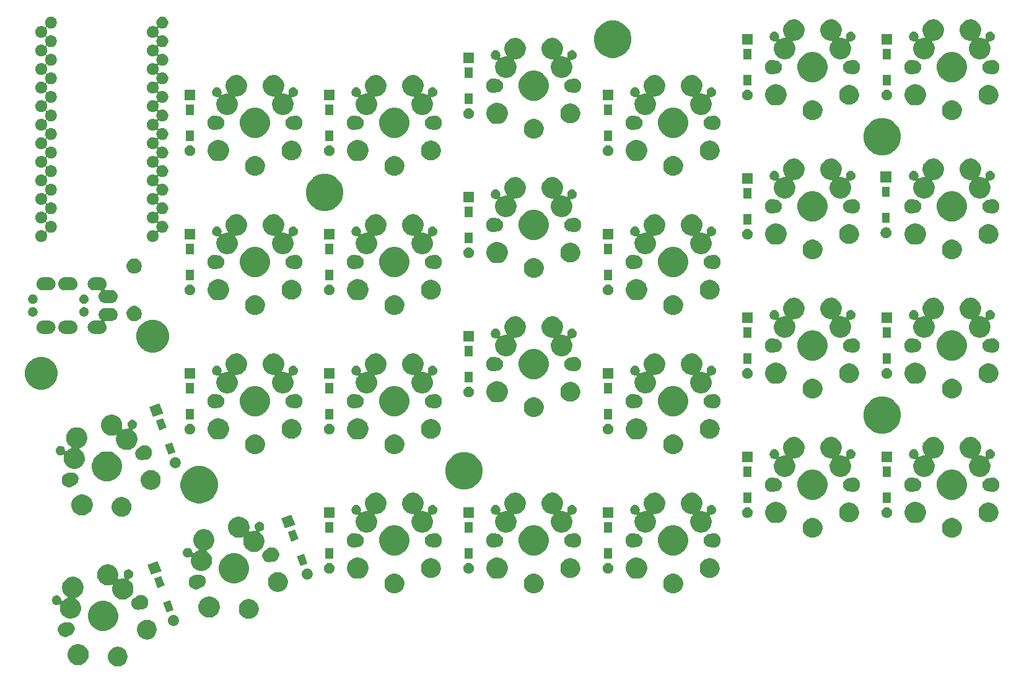
<source format=gbr>
G04 #@! TF.GenerationSoftware,KiCad,Pcbnew,(5.0.2)-1*
G04 #@! TF.CreationDate,2019-03-26T19:18:30+09:00*
G04 #@! TF.ProjectId,ergo50,6572676f-3530-42e6-9b69-6361645f7063,rev?*
G04 #@! TF.SameCoordinates,Original*
G04 #@! TF.FileFunction,Soldermask,Bot*
G04 #@! TF.FilePolarity,Negative*
%FSLAX46Y46*%
G04 Gerber Fmt 4.6, Leading zero omitted, Abs format (unit mm)*
G04 Created by KiCad (PCBNEW (5.0.2)-1) date 2019/03/26 19:18:30*
%MOMM*%
%LPD*%
G01*
G04 APERTURE LIST*
%ADD10C,0.100000*%
G04 APERTURE END LIST*
D10*
G36*
X95816446Y-147919221D02*
X95946951Y-147945180D01*
X96192818Y-148047021D01*
X96413343Y-148194372D01*
X96414094Y-148194874D01*
X96602267Y-148383047D01*
X96602269Y-148383050D01*
X96750120Y-148604323D01*
X96851961Y-148850190D01*
X96903879Y-149111200D01*
X96903879Y-149377324D01*
X96851961Y-149638334D01*
X96750120Y-149884201D01*
X96602769Y-150104726D01*
X96602267Y-150105477D01*
X96414094Y-150293650D01*
X96414091Y-150293652D01*
X96192818Y-150441503D01*
X95946951Y-150543344D01*
X95816446Y-150569303D01*
X95685942Y-150595262D01*
X95419816Y-150595262D01*
X95289312Y-150569303D01*
X95158807Y-150543344D01*
X94912940Y-150441503D01*
X94691667Y-150293652D01*
X94691664Y-150293650D01*
X94503491Y-150105477D01*
X94502989Y-150104726D01*
X94355638Y-149884201D01*
X94253797Y-149638334D01*
X94201879Y-149377324D01*
X94201879Y-149111200D01*
X94253797Y-148850190D01*
X94355638Y-148604323D01*
X94503489Y-148383050D01*
X94503491Y-148383047D01*
X94691664Y-148194874D01*
X94692415Y-148194372D01*
X94912940Y-148047021D01*
X95158807Y-147945180D01*
X95289312Y-147919221D01*
X95419816Y-147893262D01*
X95685942Y-147893262D01*
X95816446Y-147919221D01*
X95816446Y-147919221D01*
G37*
G36*
X90559411Y-147585769D02*
X90559413Y-147585770D01*
X90559414Y-147585770D01*
X90823479Y-147695149D01*
X90823480Y-147695150D01*
X91061135Y-147853946D01*
X91263236Y-148056047D01*
X91263238Y-148056050D01*
X91422033Y-148293703D01*
X91531412Y-148557768D01*
X91531413Y-148557771D01*
X91540673Y-148604325D01*
X91587173Y-148838098D01*
X91587173Y-149123920D01*
X91531412Y-149404250D01*
X91422033Y-149668315D01*
X91422032Y-149668316D01*
X91263236Y-149905971D01*
X91061135Y-150108072D01*
X91061132Y-150108074D01*
X90823479Y-150266869D01*
X90559414Y-150376248D01*
X90559413Y-150376248D01*
X90559411Y-150376249D01*
X90279085Y-150432009D01*
X89993261Y-150432009D01*
X89712935Y-150376249D01*
X89712933Y-150376248D01*
X89712932Y-150376248D01*
X89448867Y-150266869D01*
X89211214Y-150108074D01*
X89211211Y-150108072D01*
X89009110Y-149905971D01*
X88850314Y-149668316D01*
X88850313Y-149668315D01*
X88740934Y-149404250D01*
X88685173Y-149123920D01*
X88685173Y-148838098D01*
X88731673Y-148604325D01*
X88740933Y-148557771D01*
X88740934Y-148557768D01*
X88850313Y-148293703D01*
X89009108Y-148056050D01*
X89009110Y-148056047D01*
X89211211Y-147853946D01*
X89448866Y-147695150D01*
X89448867Y-147695149D01*
X89712932Y-147585770D01*
X89712933Y-147585770D01*
X89712935Y-147585769D01*
X89993261Y-147530009D01*
X90279085Y-147530009D01*
X90559411Y-147585769D01*
X90559411Y-147585769D01*
G37*
G36*
X99729522Y-144222410D02*
X99927172Y-144261725D01*
X100173039Y-144363566D01*
X100393564Y-144510917D01*
X100394315Y-144511419D01*
X100582488Y-144699592D01*
X100582490Y-144699595D01*
X100730341Y-144920868D01*
X100832182Y-145166735D01*
X100884100Y-145427745D01*
X100884100Y-145693869D01*
X100832182Y-145954879D01*
X100730341Y-146200746D01*
X100624789Y-146358714D01*
X100582488Y-146422022D01*
X100394315Y-146610195D01*
X100394312Y-146610197D01*
X100173039Y-146758048D01*
X99927172Y-146859889D01*
X99796667Y-146885848D01*
X99666163Y-146911807D01*
X99400037Y-146911807D01*
X99269533Y-146885848D01*
X99139028Y-146859889D01*
X98893161Y-146758048D01*
X98671888Y-146610197D01*
X98671885Y-146610195D01*
X98483712Y-146422022D01*
X98441411Y-146358714D01*
X98335859Y-146200746D01*
X98234018Y-145954879D01*
X98182100Y-145693869D01*
X98182100Y-145427745D01*
X98234018Y-145166735D01*
X98335859Y-144920868D01*
X98483710Y-144699595D01*
X98483712Y-144699592D01*
X98671885Y-144511419D01*
X98672636Y-144510917D01*
X98893161Y-144363566D01*
X99139028Y-144261725D01*
X99336678Y-144222410D01*
X99400037Y-144209807D01*
X99666163Y-144209807D01*
X99729522Y-144222410D01*
X99729522Y-144222410D01*
G37*
G36*
X89024133Y-144571162D02*
X89188105Y-144639082D01*
X89335675Y-144737685D01*
X89461174Y-144863184D01*
X89559777Y-145010754D01*
X89627697Y-145174726D01*
X89662321Y-145348797D01*
X89662321Y-145526279D01*
X89627697Y-145700350D01*
X89559777Y-145864322D01*
X89461174Y-146011892D01*
X89335675Y-146137391D01*
X89188105Y-146235994D01*
X89107562Y-146269356D01*
X89085959Y-146280903D01*
X89067017Y-146296449D01*
X89004754Y-146358712D01*
X88840801Y-146468262D01*
X88658632Y-146543719D01*
X88465241Y-146582187D01*
X88268061Y-146582187D01*
X88074670Y-146543719D01*
X87892501Y-146468262D01*
X87728548Y-146358712D01*
X87589126Y-146219290D01*
X87479576Y-146055337D01*
X87404119Y-145873168D01*
X87365651Y-145679777D01*
X87365651Y-145482597D01*
X87404119Y-145289206D01*
X87479576Y-145107037D01*
X87589126Y-144943084D01*
X87728548Y-144803662D01*
X87892501Y-144694112D01*
X88074670Y-144618655D01*
X88268061Y-144580187D01*
X88451860Y-144580187D01*
X88476246Y-144577785D01*
X88497249Y-144571414D01*
X88498503Y-144571165D01*
X88498509Y-144571162D01*
X88672580Y-144536538D01*
X88850062Y-144536538D01*
X89024133Y-144571162D01*
X89024133Y-144571162D01*
G37*
G36*
X94133212Y-141727894D02*
X94133214Y-141727895D01*
X94133215Y-141727895D01*
X94506473Y-141882503D01*
X94748734Y-142044377D01*
X94842399Y-142106962D01*
X95128074Y-142392637D01*
X95128076Y-142392640D01*
X95352533Y-142728563D01*
X95481366Y-143039594D01*
X95507142Y-143101824D01*
X95585960Y-143498069D01*
X95585960Y-143902083D01*
X95514423Y-144261725D01*
X95507141Y-144298331D01*
X95352533Y-144671589D01*
X95264286Y-144803660D01*
X95128074Y-145007515D01*
X94842399Y-145293190D01*
X94842396Y-145293192D01*
X94506473Y-145517649D01*
X94133215Y-145672257D01*
X94133214Y-145672257D01*
X94133212Y-145672258D01*
X93736967Y-145751076D01*
X93332953Y-145751076D01*
X92936708Y-145672258D01*
X92936706Y-145672257D01*
X92936705Y-145672257D01*
X92563447Y-145517649D01*
X92227524Y-145293192D01*
X92227521Y-145293190D01*
X91941846Y-145007515D01*
X91805634Y-144803660D01*
X91717387Y-144671589D01*
X91562779Y-144298331D01*
X91555498Y-144261725D01*
X91483960Y-143902083D01*
X91483960Y-143498069D01*
X91562778Y-143101824D01*
X91588554Y-143039594D01*
X91717387Y-142728563D01*
X91941844Y-142392640D01*
X91941846Y-142392637D01*
X92227521Y-142106962D01*
X92321186Y-142044377D01*
X92563447Y-141882503D01*
X92936705Y-141727895D01*
X92936706Y-141727895D01*
X92936708Y-141727894D01*
X93332953Y-141649076D01*
X93736967Y-141649076D01*
X94133212Y-141727894D01*
X94133212Y-141727894D01*
G37*
G36*
X103375718Y-143575531D02*
X103512119Y-143632030D01*
X103634876Y-143714054D01*
X103739272Y-143818450D01*
X103821296Y-143941207D01*
X103877795Y-144077608D01*
X103906597Y-144222410D01*
X103906597Y-144370048D01*
X103877795Y-144514850D01*
X103821296Y-144651251D01*
X103739272Y-144774008D01*
X103634876Y-144878404D01*
X103512119Y-144960428D01*
X103375718Y-145016927D01*
X103230916Y-145045729D01*
X103083278Y-145045729D01*
X102938476Y-145016927D01*
X102802075Y-144960428D01*
X102679318Y-144878404D01*
X102574922Y-144774008D01*
X102492898Y-144651251D01*
X102436399Y-144514850D01*
X102407597Y-144370048D01*
X102407597Y-144222410D01*
X102436399Y-144077608D01*
X102492898Y-143941207D01*
X102574922Y-143818450D01*
X102679318Y-143714054D01*
X102802075Y-143632030D01*
X102938476Y-143575531D01*
X103083278Y-143546729D01*
X103230916Y-143546729D01*
X103375718Y-143575531D01*
X103375718Y-143575531D01*
G37*
G36*
X113717591Y-141403737D02*
X113848096Y-141429696D01*
X114093963Y-141531537D01*
X114269871Y-141649076D01*
X114315239Y-141679390D01*
X114503412Y-141867563D01*
X114503414Y-141867566D01*
X114651265Y-142088839D01*
X114753106Y-142334706D01*
X114805024Y-142595716D01*
X114805024Y-142861840D01*
X114753106Y-143122850D01*
X114651265Y-143368717D01*
X114564834Y-143498069D01*
X114503412Y-143589993D01*
X114315239Y-143778166D01*
X114315236Y-143778168D01*
X114093963Y-143926019D01*
X113848096Y-144027860D01*
X113717591Y-144053819D01*
X113587087Y-144079778D01*
X113320961Y-144079778D01*
X113190457Y-144053819D01*
X113059952Y-144027860D01*
X112814085Y-143926019D01*
X112592812Y-143778168D01*
X112592809Y-143778166D01*
X112404636Y-143589993D01*
X112343214Y-143498069D01*
X112256783Y-143368717D01*
X112154942Y-143122850D01*
X112103024Y-142861840D01*
X112103024Y-142595716D01*
X112154942Y-142334706D01*
X112256783Y-142088839D01*
X112404634Y-141867566D01*
X112404636Y-141867563D01*
X112592809Y-141679390D01*
X112638177Y-141649076D01*
X112814085Y-141531537D01*
X113059952Y-141429696D01*
X113190457Y-141403737D01*
X113320961Y-141377778D01*
X113587087Y-141377778D01*
X113717591Y-141403737D01*
X113717591Y-141403737D01*
G37*
G36*
X89833915Y-138399929D02*
X89833917Y-138399930D01*
X89833918Y-138399930D01*
X90097983Y-138509309D01*
X90224739Y-138594005D01*
X90335639Y-138668106D01*
X90537740Y-138870207D01*
X90537742Y-138870210D01*
X90696537Y-139107863D01*
X90794168Y-139343566D01*
X90805917Y-139371931D01*
X90861677Y-139652257D01*
X90861677Y-139938081D01*
X90827239Y-140111215D01*
X90805916Y-140218410D01*
X90696537Y-140482475D01*
X90617341Y-140601000D01*
X90537740Y-140720131D01*
X90335639Y-140922232D01*
X90335636Y-140922234D01*
X90097983Y-141081029D01*
X89883134Y-141170022D01*
X89861526Y-141181572D01*
X89842584Y-141197118D01*
X89827038Y-141216060D01*
X89815487Y-141237671D01*
X89808374Y-141261120D01*
X89805972Y-141285506D01*
X89808374Y-141309892D01*
X89815487Y-141333342D01*
X89827038Y-141354952D01*
X89842584Y-141373894D01*
X89861525Y-141389439D01*
X89885412Y-141405400D01*
X90010962Y-141489290D01*
X90213063Y-141691391D01*
X90213065Y-141691394D01*
X90371860Y-141929047D01*
X90481239Y-142193112D01*
X90481240Y-142193115D01*
X90537000Y-142473441D01*
X90537000Y-142759265D01*
X90511241Y-142888766D01*
X90481239Y-143039594D01*
X90371860Y-143303659D01*
X90313845Y-143390484D01*
X90213063Y-143541315D01*
X90010962Y-143743416D01*
X90010959Y-143743418D01*
X89773306Y-143902213D01*
X89509241Y-144011592D01*
X89509240Y-144011592D01*
X89509238Y-144011593D01*
X89228912Y-144067353D01*
X88943088Y-144067353D01*
X88662762Y-144011593D01*
X88662760Y-144011592D01*
X88662759Y-144011592D01*
X88398694Y-143902213D01*
X88161041Y-143743418D01*
X88161038Y-143743416D01*
X87958937Y-143541315D01*
X87858155Y-143390484D01*
X87800140Y-143303659D01*
X87690761Y-143039594D01*
X87660760Y-142888766D01*
X87635000Y-142759265D01*
X87635000Y-142473441D01*
X87678915Y-142252660D01*
X87681317Y-142228273D01*
X87678915Y-142203887D01*
X87671802Y-142180438D01*
X87660250Y-142158827D01*
X87644705Y-142139885D01*
X87625763Y-142124340D01*
X87604152Y-142112789D01*
X87580703Y-142105676D01*
X87556316Y-142103274D01*
X87531930Y-142105676D01*
X87508482Y-142112789D01*
X87383170Y-142164695D01*
X87257399Y-142189712D01*
X87129161Y-142189712D01*
X87003390Y-142164695D01*
X86884919Y-142115623D01*
X86870032Y-142105676D01*
X86778292Y-142044377D01*
X86778291Y-142044376D01*
X86778288Y-142044374D01*
X86687618Y-141953704D01*
X86671143Y-141929047D01*
X86616371Y-141847076D01*
X86616369Y-141847073D01*
X86567297Y-141728602D01*
X86542280Y-141602831D01*
X86542280Y-141474593D01*
X86567297Y-141348822D01*
X86616369Y-141230351D01*
X86625918Y-141216060D01*
X86687615Y-141123724D01*
X86687616Y-141123723D01*
X86687618Y-141123720D01*
X86778288Y-141033050D01*
X86794703Y-141022082D01*
X86884916Y-140961803D01*
X86884919Y-140961801D01*
X87003390Y-140912729D01*
X87129161Y-140887712D01*
X87257399Y-140887712D01*
X87383170Y-140912729D01*
X87501641Y-140961801D01*
X87501644Y-140961803D01*
X87591858Y-141022082D01*
X87608272Y-141033050D01*
X87698942Y-141123720D01*
X87698944Y-141123723D01*
X87698945Y-141123724D01*
X87760642Y-141216060D01*
X87770191Y-141230351D01*
X87819263Y-141348822D01*
X87844280Y-141474593D01*
X87844280Y-141504272D01*
X87846682Y-141528658D01*
X87853795Y-141552107D01*
X87865346Y-141573718D01*
X87880892Y-141592660D01*
X87899834Y-141608206D01*
X87921445Y-141619757D01*
X87944894Y-141626870D01*
X87969280Y-141629272D01*
X87993666Y-141626870D01*
X88017115Y-141619757D01*
X88038726Y-141608206D01*
X88057668Y-141592660D01*
X88161038Y-141489290D01*
X88183034Y-141474593D01*
X88398694Y-141330493D01*
X88613543Y-141241500D01*
X88635151Y-141229950D01*
X88654093Y-141214404D01*
X88669639Y-141195462D01*
X88681190Y-141173851D01*
X88688303Y-141150402D01*
X88690705Y-141126016D01*
X88688303Y-141101630D01*
X88681190Y-141078180D01*
X88669639Y-141056570D01*
X88654093Y-141037628D01*
X88635151Y-141022082D01*
X88485715Y-140922232D01*
X88283614Y-140720131D01*
X88204013Y-140601000D01*
X88124817Y-140482475D01*
X88015438Y-140218410D01*
X87994116Y-140111215D01*
X87959677Y-139938081D01*
X87959677Y-139652257D01*
X88015437Y-139371931D01*
X88027186Y-139343566D01*
X88124817Y-139107863D01*
X88283612Y-138870210D01*
X88283614Y-138870207D01*
X88485715Y-138668106D01*
X88596615Y-138594005D01*
X88723371Y-138509309D01*
X88987436Y-138399930D01*
X88987437Y-138399930D01*
X88987439Y-138399929D01*
X89267765Y-138344169D01*
X89553589Y-138344169D01*
X89833915Y-138399929D01*
X89833915Y-138399929D01*
G37*
G36*
X108460556Y-141070285D02*
X108460558Y-141070286D01*
X108460559Y-141070286D01*
X108724624Y-141179665D01*
X108848990Y-141262764D01*
X108962280Y-141338462D01*
X109164381Y-141540563D01*
X109164383Y-141540566D01*
X109323178Y-141778219D01*
X109395864Y-141953700D01*
X109432558Y-142042287D01*
X109488318Y-142322613D01*
X109488318Y-142608437D01*
X109444448Y-142828990D01*
X109432557Y-142888766D01*
X109323178Y-143152831D01*
X109323177Y-143152832D01*
X109164381Y-143390487D01*
X108962280Y-143592588D01*
X108962277Y-143592590D01*
X108724624Y-143751385D01*
X108460559Y-143860764D01*
X108460558Y-143860764D01*
X108460556Y-143860765D01*
X108180230Y-143916525D01*
X107894406Y-143916525D01*
X107614080Y-143860765D01*
X107614078Y-143860764D01*
X107614077Y-143860764D01*
X107350012Y-143751385D01*
X107112359Y-143592590D01*
X107112356Y-143592588D01*
X106910255Y-143390487D01*
X106751459Y-143152832D01*
X106751458Y-143152831D01*
X106642079Y-142888766D01*
X106630189Y-142828990D01*
X106586318Y-142608437D01*
X106586318Y-142322613D01*
X106642078Y-142042287D01*
X106678772Y-141953700D01*
X106751458Y-141778219D01*
X106910253Y-141540566D01*
X106910255Y-141540563D01*
X107112356Y-141338462D01*
X107225646Y-141262764D01*
X107350012Y-141179665D01*
X107614077Y-141070286D01*
X107614078Y-141070286D01*
X107614080Y-141070285D01*
X107894406Y-141014525D01*
X108180230Y-141014525D01*
X108460556Y-141070285D01*
X108460556Y-141070285D01*
G37*
G36*
X103195120Y-142862776D02*
X102206564Y-143222581D01*
X101727052Y-141905132D01*
X102715608Y-141545327D01*
X103195120Y-142862776D01*
X103195120Y-142862776D01*
G37*
G36*
X98995250Y-140856433D02*
X99177419Y-140931890D01*
X99341372Y-141041440D01*
X99480794Y-141180862D01*
X99590344Y-141344815D01*
X99665801Y-141526984D01*
X99704269Y-141720375D01*
X99704269Y-141917555D01*
X99665801Y-142110946D01*
X99590344Y-142293115D01*
X99480794Y-142457068D01*
X99341372Y-142596490D01*
X99177419Y-142706040D01*
X99044565Y-142761070D01*
X98995250Y-142781497D01*
X98801859Y-142819965D01*
X98618060Y-142819965D01*
X98593674Y-142822367D01*
X98572671Y-142828738D01*
X98571417Y-142828987D01*
X98571411Y-142828990D01*
X98397340Y-142863614D01*
X98219858Y-142863614D01*
X98045787Y-142828990D01*
X97881815Y-142761070D01*
X97734245Y-142662467D01*
X97608746Y-142536968D01*
X97510143Y-142389398D01*
X97442223Y-142225426D01*
X97407599Y-142051355D01*
X97407599Y-141873873D01*
X97442223Y-141699802D01*
X97510143Y-141535830D01*
X97608746Y-141388260D01*
X97734245Y-141262761D01*
X97881815Y-141164158D01*
X97962358Y-141130796D01*
X97983961Y-141119249D01*
X98002903Y-141103703D01*
X98065166Y-141041440D01*
X98229119Y-140931890D01*
X98411288Y-140856433D01*
X98604679Y-140817965D01*
X98801859Y-140817965D01*
X98995250Y-140856433D01*
X98995250Y-140856433D01*
G37*
G36*
X94607555Y-136662466D02*
X94607557Y-136662467D01*
X94607558Y-136662467D01*
X94871623Y-136771846D01*
X94921208Y-136804978D01*
X95109279Y-136930643D01*
X95311380Y-137132744D01*
X95311382Y-137132747D01*
X95470177Y-137370400D01*
X95561638Y-137591207D01*
X95579557Y-137634468D01*
X95635317Y-137914794D01*
X95635317Y-138200618D01*
X95579557Y-138480947D01*
X95577591Y-138485693D01*
X95570478Y-138509143D01*
X95568076Y-138533529D01*
X95570478Y-138557915D01*
X95577591Y-138581364D01*
X95589143Y-138602975D01*
X95604688Y-138621917D01*
X95623630Y-138637462D01*
X95645241Y-138649013D01*
X95668691Y-138656126D01*
X95693077Y-138658528D01*
X95717463Y-138656126D01*
X95740910Y-138649014D01*
X95823217Y-138614921D01*
X95823218Y-138614921D01*
X95823220Y-138614920D01*
X96103546Y-138559160D01*
X96381847Y-138559160D01*
X96406233Y-138556758D01*
X96429682Y-138549645D01*
X96451293Y-138538094D01*
X96470235Y-138522548D01*
X96485781Y-138503606D01*
X96497332Y-138481995D01*
X96504445Y-138458546D01*
X96506847Y-138434160D01*
X96504445Y-138409774D01*
X96497332Y-138386325D01*
X96485780Y-138364713D01*
X96426762Y-138276387D01*
X96377688Y-138157912D01*
X96352671Y-138032141D01*
X96352671Y-137903903D01*
X96377688Y-137778132D01*
X96426760Y-137659661D01*
X96441381Y-137637779D01*
X96498006Y-137553034D01*
X96498007Y-137553033D01*
X96498009Y-137553030D01*
X96588679Y-137462360D01*
X96695310Y-137391111D01*
X96813781Y-137342039D01*
X96939552Y-137317022D01*
X97067790Y-137317022D01*
X97193561Y-137342039D01*
X97312032Y-137391111D01*
X97418663Y-137462360D01*
X97509333Y-137553030D01*
X97509335Y-137553033D01*
X97509336Y-137553034D01*
X97565961Y-137637779D01*
X97580582Y-137659661D01*
X97629654Y-137778132D01*
X97654671Y-137903903D01*
X97654671Y-138032141D01*
X97629654Y-138157912D01*
X97580582Y-138276383D01*
X97580580Y-138276386D01*
X97521562Y-138364713D01*
X97509333Y-138383014D01*
X97418663Y-138473684D01*
X97418660Y-138473686D01*
X97418659Y-138473687D01*
X97345533Y-138522548D01*
X97312032Y-138544933D01*
X97224079Y-138581364D01*
X97193561Y-138594005D01*
X97148465Y-138602975D01*
X97139073Y-138604843D01*
X97115624Y-138611956D01*
X97094013Y-138623507D01*
X97075071Y-138639052D01*
X97059526Y-138657994D01*
X97047974Y-138679605D01*
X97040861Y-138703054D01*
X97038459Y-138727441D01*
X97040861Y-138751827D01*
X97047974Y-138775276D01*
X97059525Y-138796887D01*
X97075070Y-138815829D01*
X97094013Y-138831375D01*
X97171420Y-138883097D01*
X97373521Y-139085198D01*
X97373523Y-139085201D01*
X97532318Y-139322854D01*
X97622202Y-139539854D01*
X97641698Y-139586922D01*
X97697458Y-139867248D01*
X97697458Y-140153072D01*
X97649073Y-140396323D01*
X97641697Y-140433401D01*
X97532318Y-140697466D01*
X97375681Y-140931890D01*
X97373521Y-140935122D01*
X97171420Y-141137223D01*
X97171417Y-141137225D01*
X96933764Y-141296020D01*
X96669699Y-141405399D01*
X96669698Y-141405399D01*
X96669696Y-141405400D01*
X96389370Y-141461160D01*
X96103546Y-141461160D01*
X95823220Y-141405400D01*
X95823218Y-141405399D01*
X95823217Y-141405399D01*
X95559152Y-141296020D01*
X95321499Y-141137225D01*
X95321496Y-141137223D01*
X95119395Y-140935122D01*
X95117235Y-140931890D01*
X94960598Y-140697466D01*
X94851219Y-140433401D01*
X94843844Y-140396323D01*
X94795458Y-140153072D01*
X94795458Y-139867248D01*
X94851218Y-139586919D01*
X94853184Y-139582173D01*
X94860297Y-139558723D01*
X94862699Y-139534337D01*
X94860297Y-139509951D01*
X94853184Y-139486502D01*
X94841632Y-139464891D01*
X94826087Y-139445949D01*
X94807145Y-139430404D01*
X94785534Y-139418853D01*
X94762084Y-139411740D01*
X94737698Y-139409338D01*
X94713312Y-139411740D01*
X94689865Y-139418852D01*
X94607558Y-139452945D01*
X94607557Y-139452945D01*
X94607555Y-139452946D01*
X94327229Y-139508706D01*
X94041405Y-139508706D01*
X93761079Y-139452946D01*
X93761077Y-139452945D01*
X93761076Y-139452945D01*
X93497011Y-139343566D01*
X93259358Y-139184771D01*
X93259355Y-139184769D01*
X93057254Y-138982668D01*
X93046860Y-138967113D01*
X92898457Y-138745012D01*
X92789078Y-138480947D01*
X92782740Y-138449082D01*
X92733317Y-138200618D01*
X92733317Y-137914794D01*
X92789077Y-137634468D01*
X92806996Y-137591207D01*
X92898457Y-137370400D01*
X93057252Y-137132747D01*
X93057254Y-137132744D01*
X93259355Y-136930643D01*
X93447426Y-136804978D01*
X93497011Y-136771846D01*
X93761076Y-136662467D01*
X93761077Y-136662467D01*
X93761079Y-136662466D01*
X94041405Y-136606706D01*
X94327229Y-136606706D01*
X94607555Y-136662466D01*
X94607555Y-136662466D01*
G37*
G36*
X133562464Y-137914794D02*
X133744072Y-137950918D01*
X133989939Y-138052759D01*
X134209383Y-138199388D01*
X134211215Y-138200612D01*
X134399388Y-138388785D01*
X134399390Y-138388788D01*
X134547241Y-138610061D01*
X134649082Y-138855928D01*
X134649082Y-138855929D01*
X134701000Y-139116937D01*
X134701000Y-139383063D01*
X134687099Y-139452946D01*
X134649082Y-139644072D01*
X134547241Y-139889939D01*
X134429130Y-140066703D01*
X134399388Y-140111215D01*
X134211215Y-140299388D01*
X134211212Y-140299390D01*
X133989939Y-140447241D01*
X133744072Y-140549082D01*
X133613567Y-140575041D01*
X133483063Y-140601000D01*
X133216937Y-140601000D01*
X133086433Y-140575041D01*
X132955928Y-140549082D01*
X132710061Y-140447241D01*
X132488788Y-140299390D01*
X132488785Y-140299388D01*
X132300612Y-140111215D01*
X132270870Y-140066703D01*
X132152759Y-139889939D01*
X132050918Y-139644072D01*
X132012901Y-139452946D01*
X131999000Y-139383063D01*
X131999000Y-139116937D01*
X132050918Y-138855929D01*
X132050918Y-138855928D01*
X132152759Y-138610061D01*
X132300610Y-138388788D01*
X132300612Y-138388785D01*
X132488785Y-138200612D01*
X132490617Y-138199388D01*
X132710061Y-138052759D01*
X132955928Y-137950918D01*
X133137536Y-137914794D01*
X133216937Y-137899000D01*
X133483063Y-137899000D01*
X133562464Y-137914794D01*
X133562464Y-137914794D01*
G37*
G36*
X171662464Y-137914794D02*
X171844072Y-137950918D01*
X172089939Y-138052759D01*
X172309383Y-138199388D01*
X172311215Y-138200612D01*
X172499388Y-138388785D01*
X172499390Y-138388788D01*
X172647241Y-138610061D01*
X172749082Y-138855928D01*
X172749082Y-138855929D01*
X172801000Y-139116937D01*
X172801000Y-139383063D01*
X172787099Y-139452946D01*
X172749082Y-139644072D01*
X172647241Y-139889939D01*
X172529130Y-140066703D01*
X172499388Y-140111215D01*
X172311215Y-140299388D01*
X172311212Y-140299390D01*
X172089939Y-140447241D01*
X171844072Y-140549082D01*
X171713567Y-140575041D01*
X171583063Y-140601000D01*
X171316937Y-140601000D01*
X171186433Y-140575041D01*
X171055928Y-140549082D01*
X170810061Y-140447241D01*
X170588788Y-140299390D01*
X170588785Y-140299388D01*
X170400612Y-140111215D01*
X170370870Y-140066703D01*
X170252759Y-139889939D01*
X170150918Y-139644072D01*
X170112901Y-139452946D01*
X170099000Y-139383063D01*
X170099000Y-139116937D01*
X170150918Y-138855929D01*
X170150918Y-138855928D01*
X170252759Y-138610061D01*
X170400610Y-138388788D01*
X170400612Y-138388785D01*
X170588785Y-138200612D01*
X170590617Y-138199388D01*
X170810061Y-138052759D01*
X171055928Y-137950918D01*
X171237536Y-137914794D01*
X171316937Y-137899000D01*
X171583063Y-137899000D01*
X171662464Y-137914794D01*
X171662464Y-137914794D01*
G37*
G36*
X152612464Y-137914794D02*
X152794072Y-137950918D01*
X153039939Y-138052759D01*
X153259383Y-138199388D01*
X153261215Y-138200612D01*
X153449388Y-138388785D01*
X153449390Y-138388788D01*
X153597241Y-138610061D01*
X153699082Y-138855928D01*
X153699082Y-138855929D01*
X153751000Y-139116937D01*
X153751000Y-139383063D01*
X153737099Y-139452946D01*
X153699082Y-139644072D01*
X153597241Y-139889939D01*
X153479130Y-140066703D01*
X153449388Y-140111215D01*
X153261215Y-140299388D01*
X153261212Y-140299390D01*
X153039939Y-140447241D01*
X152794072Y-140549082D01*
X152663567Y-140575041D01*
X152533063Y-140601000D01*
X152266937Y-140601000D01*
X152136433Y-140575041D01*
X152005928Y-140549082D01*
X151760061Y-140447241D01*
X151538788Y-140299390D01*
X151538785Y-140299388D01*
X151350612Y-140111215D01*
X151320870Y-140066703D01*
X151202759Y-139889939D01*
X151100918Y-139644072D01*
X151062901Y-139452946D01*
X151049000Y-139383063D01*
X151049000Y-139116937D01*
X151100918Y-138855929D01*
X151100918Y-138855928D01*
X151202759Y-138610061D01*
X151350610Y-138388788D01*
X151350612Y-138388785D01*
X151538785Y-138200612D01*
X151540617Y-138199388D01*
X151760061Y-138052759D01*
X152005928Y-137950918D01*
X152187536Y-137914794D01*
X152266937Y-137899000D01*
X152533063Y-137899000D01*
X152612464Y-137914794D01*
X152612464Y-137914794D01*
G37*
G36*
X117697812Y-137720282D02*
X117828317Y-137746241D01*
X118074184Y-137848082D01*
X118294709Y-137995433D01*
X118295460Y-137995935D01*
X118483633Y-138184108D01*
X118483635Y-138184111D01*
X118631486Y-138405384D01*
X118733327Y-138651251D01*
X118785245Y-138912261D01*
X118785245Y-139178385D01*
X118733327Y-139439395D01*
X118631486Y-139685262D01*
X118494724Y-139889939D01*
X118483633Y-139906538D01*
X118295460Y-140094711D01*
X118295457Y-140094713D01*
X118074184Y-140242564D01*
X117828317Y-140344405D01*
X117697812Y-140370364D01*
X117567308Y-140396323D01*
X117301182Y-140396323D01*
X117170678Y-140370364D01*
X117040173Y-140344405D01*
X116794306Y-140242564D01*
X116573033Y-140094713D01*
X116573030Y-140094711D01*
X116384857Y-139906538D01*
X116373766Y-139889939D01*
X116237004Y-139685262D01*
X116135163Y-139439395D01*
X116083245Y-139178385D01*
X116083245Y-138912261D01*
X116135163Y-138651251D01*
X116237004Y-138405384D01*
X116384855Y-138184111D01*
X116384857Y-138184108D01*
X116573030Y-137995935D01*
X116573781Y-137995433D01*
X116794306Y-137848082D01*
X117040173Y-137746241D01*
X117170678Y-137720282D01*
X117301182Y-137694323D01*
X117567308Y-137694323D01*
X117697812Y-137720282D01*
X117697812Y-137720282D01*
G37*
G36*
X106925278Y-138055678D02*
X107089250Y-138123598D01*
X107236820Y-138222201D01*
X107362319Y-138347700D01*
X107460922Y-138495270D01*
X107528842Y-138659242D01*
X107563466Y-138833313D01*
X107563466Y-139010795D01*
X107528842Y-139184866D01*
X107460922Y-139348838D01*
X107362319Y-139496408D01*
X107236820Y-139621907D01*
X107089250Y-139720510D01*
X107008707Y-139753872D01*
X106987104Y-139765419D01*
X106968162Y-139780965D01*
X106905899Y-139843228D01*
X106741946Y-139952778D01*
X106559777Y-140028235D01*
X106366386Y-140066703D01*
X106169206Y-140066703D01*
X105975815Y-140028235D01*
X105793646Y-139952778D01*
X105629693Y-139843228D01*
X105490271Y-139703806D01*
X105380721Y-139539853D01*
X105305264Y-139357684D01*
X105266796Y-139164293D01*
X105266796Y-138967113D01*
X105305264Y-138773722D01*
X105380721Y-138591553D01*
X105490271Y-138427600D01*
X105629693Y-138288178D01*
X105793646Y-138178628D01*
X105975815Y-138103171D01*
X106169206Y-138064703D01*
X106353005Y-138064703D01*
X106377391Y-138062301D01*
X106398394Y-138055930D01*
X106399648Y-138055681D01*
X106399654Y-138055678D01*
X106573725Y-138021054D01*
X106751207Y-138021054D01*
X106925278Y-138055678D01*
X106925278Y-138055678D01*
G37*
G36*
X101980948Y-139526868D02*
X100992392Y-139886673D01*
X100512880Y-138569224D01*
X101501436Y-138209419D01*
X101980948Y-139526868D01*
X101980948Y-139526868D01*
G37*
G36*
X112034357Y-135212410D02*
X112034359Y-135212411D01*
X112034360Y-135212411D01*
X112407618Y-135367019D01*
X112649879Y-135528893D01*
X112743544Y-135591478D01*
X113029219Y-135877153D01*
X113029221Y-135877156D01*
X113253678Y-136213079D01*
X113408286Y-136586337D01*
X113408287Y-136586340D01*
X113487105Y-136982585D01*
X113487105Y-137386599D01*
X113415568Y-137746241D01*
X113408286Y-137782847D01*
X113253678Y-138156105D01*
X113173308Y-138276387D01*
X113029219Y-138492031D01*
X112743544Y-138777706D01*
X112743541Y-138777708D01*
X112407618Y-139002165D01*
X112034360Y-139156773D01*
X112034359Y-139156773D01*
X112034357Y-139156774D01*
X111638112Y-139235592D01*
X111234098Y-139235592D01*
X110837853Y-139156774D01*
X110837851Y-139156773D01*
X110837850Y-139156773D01*
X110464592Y-139002165D01*
X110128669Y-138777708D01*
X110128666Y-138777706D01*
X109842991Y-138492031D01*
X109698902Y-138276387D01*
X109618532Y-138156105D01*
X109463924Y-137782847D01*
X109456643Y-137746241D01*
X109385105Y-137386599D01*
X109385105Y-136982585D01*
X109463923Y-136586340D01*
X109463924Y-136586337D01*
X109618532Y-136213079D01*
X109842989Y-135877156D01*
X109842991Y-135877153D01*
X110128666Y-135591478D01*
X110222331Y-135528893D01*
X110464592Y-135367019D01*
X110837850Y-135212411D01*
X110837851Y-135212411D01*
X110837853Y-135212410D01*
X111234098Y-135133592D01*
X111638112Y-135133592D01*
X112034357Y-135212410D01*
X112034357Y-135212410D01*
G37*
G36*
X121663718Y-137225531D02*
X121800119Y-137282030D01*
X121922876Y-137364054D01*
X122027272Y-137468450D01*
X122109296Y-137591207D01*
X122165795Y-137727608D01*
X122194597Y-137872410D01*
X122194597Y-138020048D01*
X122165795Y-138164850D01*
X122109296Y-138301251D01*
X122027272Y-138424008D01*
X121922876Y-138528404D01*
X121800119Y-138610428D01*
X121663718Y-138666927D01*
X121518916Y-138695729D01*
X121371278Y-138695729D01*
X121226476Y-138666927D01*
X121090075Y-138610428D01*
X120967318Y-138528404D01*
X120862922Y-138424008D01*
X120780898Y-138301251D01*
X120724399Y-138164850D01*
X120695597Y-138020048D01*
X120695597Y-137872410D01*
X120724399Y-137727608D01*
X120780898Y-137591207D01*
X120862922Y-137468450D01*
X120967318Y-137364054D01*
X121090075Y-137282030D01*
X121226476Y-137225531D01*
X121371278Y-137196729D01*
X121518916Y-137196729D01*
X121663718Y-137225531D01*
X121663718Y-137225531D01*
G37*
G36*
X147823238Y-135754760D02*
X147823240Y-135754761D01*
X147823241Y-135754761D01*
X148087306Y-135864140D01*
X148203204Y-135941581D01*
X148324962Y-136022937D01*
X148527063Y-136225038D01*
X148527065Y-136225041D01*
X148685860Y-136462694D01*
X148768608Y-136662466D01*
X148795240Y-136726762D01*
X148851000Y-137007088D01*
X148851000Y-137292912D01*
X148799259Y-137553034D01*
X148795239Y-137573241D01*
X148685860Y-137837306D01*
X148539780Y-138055930D01*
X148527063Y-138074962D01*
X148324962Y-138277063D01*
X148324959Y-138277065D01*
X148087306Y-138435860D01*
X147823241Y-138545239D01*
X147823240Y-138545239D01*
X147823238Y-138545240D01*
X147542912Y-138601000D01*
X147257088Y-138601000D01*
X146976762Y-138545240D01*
X146976760Y-138545239D01*
X146976759Y-138545239D01*
X146712694Y-138435860D01*
X146475041Y-138277065D01*
X146475038Y-138277063D01*
X146272937Y-138074962D01*
X146260220Y-138055930D01*
X146114140Y-137837306D01*
X146004761Y-137573241D01*
X146000742Y-137553034D01*
X145949000Y-137292912D01*
X145949000Y-137007088D01*
X146004760Y-136726762D01*
X146031392Y-136662466D01*
X146114140Y-136462694D01*
X146272935Y-136225041D01*
X146272937Y-136225038D01*
X146475038Y-136022937D01*
X146596796Y-135941581D01*
X146712694Y-135864140D01*
X146976759Y-135754761D01*
X146976760Y-135754761D01*
X146976762Y-135754760D01*
X147257088Y-135699000D01*
X147542912Y-135699000D01*
X147823238Y-135754760D01*
X147823238Y-135754760D01*
G37*
G36*
X128773238Y-135754760D02*
X128773240Y-135754761D01*
X128773241Y-135754761D01*
X129037306Y-135864140D01*
X129153204Y-135941581D01*
X129274962Y-136022937D01*
X129477063Y-136225038D01*
X129477065Y-136225041D01*
X129635860Y-136462694D01*
X129718608Y-136662466D01*
X129745240Y-136726762D01*
X129801000Y-137007088D01*
X129801000Y-137292912D01*
X129749259Y-137553034D01*
X129745239Y-137573241D01*
X129635860Y-137837306D01*
X129489780Y-138055930D01*
X129477063Y-138074962D01*
X129274962Y-138277063D01*
X129274959Y-138277065D01*
X129037306Y-138435860D01*
X128773241Y-138545239D01*
X128773240Y-138545239D01*
X128773238Y-138545240D01*
X128492912Y-138601000D01*
X128207088Y-138601000D01*
X127926762Y-138545240D01*
X127926760Y-138545239D01*
X127926759Y-138545239D01*
X127662694Y-138435860D01*
X127425041Y-138277065D01*
X127425038Y-138277063D01*
X127222937Y-138074962D01*
X127210220Y-138055930D01*
X127064140Y-137837306D01*
X126954761Y-137573241D01*
X126950742Y-137553034D01*
X126899000Y-137292912D01*
X126899000Y-137007088D01*
X126954760Y-136726762D01*
X126981392Y-136662466D01*
X127064140Y-136462694D01*
X127222935Y-136225041D01*
X127222937Y-136225038D01*
X127425038Y-136022937D01*
X127546796Y-135941581D01*
X127662694Y-135864140D01*
X127926759Y-135754761D01*
X127926760Y-135754761D01*
X127926762Y-135754760D01*
X128207088Y-135699000D01*
X128492912Y-135699000D01*
X128773238Y-135754760D01*
X128773238Y-135754760D01*
G37*
G36*
X166873238Y-135754760D02*
X166873240Y-135754761D01*
X166873241Y-135754761D01*
X167137306Y-135864140D01*
X167253204Y-135941581D01*
X167374962Y-136022937D01*
X167577063Y-136225038D01*
X167577065Y-136225041D01*
X167735860Y-136462694D01*
X167818608Y-136662466D01*
X167845240Y-136726762D01*
X167901000Y-137007088D01*
X167901000Y-137292912D01*
X167849259Y-137553034D01*
X167845239Y-137573241D01*
X167735860Y-137837306D01*
X167589780Y-138055930D01*
X167577063Y-138074962D01*
X167374962Y-138277063D01*
X167374959Y-138277065D01*
X167137306Y-138435860D01*
X166873241Y-138545239D01*
X166873240Y-138545239D01*
X166873238Y-138545240D01*
X166592912Y-138601000D01*
X166307088Y-138601000D01*
X166026762Y-138545240D01*
X166026760Y-138545239D01*
X166026759Y-138545239D01*
X165762694Y-138435860D01*
X165525041Y-138277065D01*
X165525038Y-138277063D01*
X165322937Y-138074962D01*
X165310220Y-138055930D01*
X165164140Y-137837306D01*
X165054761Y-137573241D01*
X165050742Y-137553034D01*
X164999000Y-137292912D01*
X164999000Y-137007088D01*
X165054760Y-136726762D01*
X165081392Y-136662466D01*
X165164140Y-136462694D01*
X165322935Y-136225041D01*
X165322937Y-136225038D01*
X165525038Y-136022937D01*
X165646796Y-135941581D01*
X165762694Y-135864140D01*
X166026759Y-135754761D01*
X166026760Y-135754761D01*
X166026762Y-135754760D01*
X166307088Y-135699000D01*
X166592912Y-135699000D01*
X166873238Y-135754760D01*
X166873238Y-135754760D01*
G37*
G36*
X157663567Y-135824959D02*
X157794072Y-135850918D01*
X158039939Y-135952759D01*
X158260464Y-136100110D01*
X158261215Y-136100612D01*
X158449388Y-136288785D01*
X158449390Y-136288788D01*
X158597241Y-136510061D01*
X158699082Y-136755928D01*
X158708839Y-136804978D01*
X158733835Y-136930641D01*
X158751000Y-137016938D01*
X158751000Y-137283062D01*
X158699082Y-137544072D01*
X158597241Y-137789939D01*
X158513814Y-137914795D01*
X158449388Y-138011215D01*
X158261215Y-138199388D01*
X158261212Y-138199390D01*
X158039939Y-138347241D01*
X157794072Y-138449082D01*
X157746493Y-138458546D01*
X157533063Y-138501000D01*
X157266937Y-138501000D01*
X157053507Y-138458546D01*
X157005928Y-138449082D01*
X156760061Y-138347241D01*
X156538788Y-138199390D01*
X156538785Y-138199388D01*
X156350612Y-138011215D01*
X156286186Y-137914795D01*
X156202759Y-137789939D01*
X156100918Y-137544072D01*
X156049000Y-137283062D01*
X156049000Y-137016938D01*
X156066166Y-136930641D01*
X156091161Y-136804978D01*
X156100918Y-136755928D01*
X156202759Y-136510061D01*
X156350610Y-136288788D01*
X156350612Y-136288785D01*
X156538785Y-136100612D01*
X156539536Y-136100110D01*
X156760061Y-135952759D01*
X157005928Y-135850918D01*
X157136433Y-135824959D01*
X157266937Y-135799000D01*
X157533063Y-135799000D01*
X157663567Y-135824959D01*
X157663567Y-135824959D01*
G37*
G36*
X176713567Y-135824959D02*
X176844072Y-135850918D01*
X177089939Y-135952759D01*
X177310464Y-136100110D01*
X177311215Y-136100612D01*
X177499388Y-136288785D01*
X177499390Y-136288788D01*
X177647241Y-136510061D01*
X177749082Y-136755928D01*
X177758839Y-136804978D01*
X177783835Y-136930641D01*
X177801000Y-137016938D01*
X177801000Y-137283062D01*
X177749082Y-137544072D01*
X177647241Y-137789939D01*
X177563814Y-137914795D01*
X177499388Y-138011215D01*
X177311215Y-138199388D01*
X177311212Y-138199390D01*
X177089939Y-138347241D01*
X176844072Y-138449082D01*
X176796493Y-138458546D01*
X176583063Y-138501000D01*
X176316937Y-138501000D01*
X176103507Y-138458546D01*
X176055928Y-138449082D01*
X175810061Y-138347241D01*
X175588788Y-138199390D01*
X175588785Y-138199388D01*
X175400612Y-138011215D01*
X175336186Y-137914795D01*
X175252759Y-137789939D01*
X175150918Y-137544072D01*
X175099000Y-137283062D01*
X175099000Y-137016938D01*
X175116166Y-136930641D01*
X175141161Y-136804978D01*
X175150918Y-136755928D01*
X175252759Y-136510061D01*
X175400610Y-136288788D01*
X175400612Y-136288785D01*
X175588785Y-136100612D01*
X175589536Y-136100110D01*
X175810061Y-135952759D01*
X176055928Y-135850918D01*
X176186433Y-135824959D01*
X176316937Y-135799000D01*
X176583063Y-135799000D01*
X176713567Y-135824959D01*
X176713567Y-135824959D01*
G37*
G36*
X138613567Y-135824959D02*
X138744072Y-135850918D01*
X138989939Y-135952759D01*
X139210464Y-136100110D01*
X139211215Y-136100612D01*
X139399388Y-136288785D01*
X139399390Y-136288788D01*
X139547241Y-136510061D01*
X139649082Y-136755928D01*
X139658839Y-136804978D01*
X139683835Y-136930641D01*
X139701000Y-137016938D01*
X139701000Y-137283062D01*
X139649082Y-137544072D01*
X139547241Y-137789939D01*
X139463814Y-137914795D01*
X139399388Y-138011215D01*
X139211215Y-138199388D01*
X139211212Y-138199390D01*
X138989939Y-138347241D01*
X138744072Y-138449082D01*
X138696493Y-138458546D01*
X138483063Y-138501000D01*
X138216937Y-138501000D01*
X138003507Y-138458546D01*
X137955928Y-138449082D01*
X137710061Y-138347241D01*
X137488788Y-138199390D01*
X137488785Y-138199388D01*
X137300612Y-138011215D01*
X137236186Y-137914795D01*
X137152759Y-137789939D01*
X137050918Y-137544072D01*
X136999000Y-137283062D01*
X136999000Y-137016938D01*
X137016166Y-136930641D01*
X137041161Y-136804978D01*
X137050918Y-136755928D01*
X137152759Y-136510061D01*
X137300610Y-136288788D01*
X137300612Y-136288785D01*
X137488785Y-136100612D01*
X137489536Y-136100110D01*
X137710061Y-135952759D01*
X137955928Y-135850918D01*
X138086433Y-135824959D01*
X138216937Y-135799000D01*
X138483063Y-135799000D01*
X138613567Y-135824959D01*
X138613567Y-135824959D01*
G37*
G36*
X101511547Y-137583727D02*
X100102947Y-138096415D01*
X99590259Y-136687815D01*
X100998859Y-136175127D01*
X101511547Y-137583727D01*
X101511547Y-137583727D01*
G37*
G36*
X162778621Y-136439302D02*
X162915022Y-136495801D01*
X163037779Y-136577825D01*
X163142175Y-136682221D01*
X163224199Y-136804978D01*
X163280698Y-136941379D01*
X163309500Y-137086181D01*
X163309500Y-137233819D01*
X163280698Y-137378621D01*
X163224199Y-137515022D01*
X163142175Y-137637779D01*
X163037779Y-137742175D01*
X162915022Y-137824199D01*
X162778621Y-137880698D01*
X162633819Y-137909500D01*
X162486181Y-137909500D01*
X162341379Y-137880698D01*
X162204978Y-137824199D01*
X162082221Y-137742175D01*
X161977825Y-137637779D01*
X161895801Y-137515022D01*
X161839302Y-137378621D01*
X161810500Y-137233819D01*
X161810500Y-137086181D01*
X161839302Y-136941379D01*
X161895801Y-136804978D01*
X161977825Y-136682221D01*
X162082221Y-136577825D01*
X162204978Y-136495801D01*
X162341379Y-136439302D01*
X162486181Y-136410500D01*
X162633819Y-136410500D01*
X162778621Y-136439302D01*
X162778621Y-136439302D01*
G37*
G36*
X143728621Y-136439302D02*
X143865022Y-136495801D01*
X143987779Y-136577825D01*
X144092175Y-136682221D01*
X144174199Y-136804978D01*
X144230698Y-136941379D01*
X144259500Y-137086181D01*
X144259500Y-137233819D01*
X144230698Y-137378621D01*
X144174199Y-137515022D01*
X144092175Y-137637779D01*
X143987779Y-137742175D01*
X143865022Y-137824199D01*
X143728621Y-137880698D01*
X143583819Y-137909500D01*
X143436181Y-137909500D01*
X143291379Y-137880698D01*
X143154978Y-137824199D01*
X143032221Y-137742175D01*
X142927825Y-137637779D01*
X142845801Y-137515022D01*
X142789302Y-137378621D01*
X142760500Y-137233819D01*
X142760500Y-137086181D01*
X142789302Y-136941379D01*
X142845801Y-136804978D01*
X142927825Y-136682221D01*
X143032221Y-136577825D01*
X143154978Y-136495801D01*
X143291379Y-136439302D01*
X143436181Y-136410500D01*
X143583819Y-136410500D01*
X143728621Y-136439302D01*
X143728621Y-136439302D01*
G37*
G36*
X124678621Y-136439302D02*
X124815022Y-136495801D01*
X124937779Y-136577825D01*
X125042175Y-136682221D01*
X125124199Y-136804978D01*
X125180698Y-136941379D01*
X125209500Y-137086181D01*
X125209500Y-137233819D01*
X125180698Y-137378621D01*
X125124199Y-137515022D01*
X125042175Y-137637779D01*
X124937779Y-137742175D01*
X124815022Y-137824199D01*
X124678621Y-137880698D01*
X124533819Y-137909500D01*
X124386181Y-137909500D01*
X124241379Y-137880698D01*
X124104978Y-137824199D01*
X123982221Y-137742175D01*
X123877825Y-137637779D01*
X123795801Y-137515022D01*
X123739302Y-137378621D01*
X123710500Y-137233819D01*
X123710500Y-137086181D01*
X123739302Y-136941379D01*
X123795801Y-136804978D01*
X123877825Y-136682221D01*
X123982221Y-136577825D01*
X124104978Y-136495801D01*
X124241379Y-136439302D01*
X124386181Y-136410500D01*
X124533819Y-136410500D01*
X124678621Y-136439302D01*
X124678621Y-136439302D01*
G37*
G36*
X107735060Y-131884445D02*
X107735062Y-131884446D01*
X107735063Y-131884446D01*
X107999128Y-131993825D01*
X108125884Y-132078521D01*
X108236784Y-132152622D01*
X108438885Y-132354723D01*
X108438887Y-132354726D01*
X108597682Y-132592379D01*
X108695313Y-132828082D01*
X108707062Y-132856447D01*
X108762822Y-133136773D01*
X108762822Y-133422597D01*
X108757652Y-133448590D01*
X108707061Y-133702926D01*
X108597682Y-133966991D01*
X108597681Y-133966992D01*
X108438885Y-134204647D01*
X108236784Y-134406748D01*
X108236781Y-134406750D01*
X107999128Y-134565545D01*
X107784279Y-134654538D01*
X107762671Y-134666088D01*
X107743729Y-134681634D01*
X107728183Y-134700576D01*
X107716632Y-134722187D01*
X107709519Y-134745636D01*
X107707117Y-134770022D01*
X107709519Y-134794408D01*
X107716632Y-134817858D01*
X107728183Y-134839468D01*
X107743729Y-134858410D01*
X107762670Y-134873955D01*
X107786557Y-134889916D01*
X107912107Y-134973806D01*
X108114208Y-135175907D01*
X108114210Y-135175910D01*
X108273005Y-135413563D01*
X108382384Y-135677628D01*
X108382385Y-135677631D01*
X108438145Y-135957957D01*
X108438145Y-136243781D01*
X108384639Y-136512776D01*
X108382384Y-136524110D01*
X108273005Y-136788175D01*
X108177812Y-136930641D01*
X108114208Y-137025831D01*
X107912107Y-137227932D01*
X107912104Y-137227934D01*
X107674451Y-137386729D01*
X107410386Y-137496108D01*
X107410385Y-137496108D01*
X107410383Y-137496109D01*
X107130057Y-137551869D01*
X106844233Y-137551869D01*
X106563907Y-137496109D01*
X106563905Y-137496108D01*
X106563904Y-137496108D01*
X106299839Y-137386729D01*
X106062186Y-137227934D01*
X106062183Y-137227932D01*
X105860082Y-137025831D01*
X105796478Y-136930641D01*
X105701285Y-136788175D01*
X105591906Y-136524110D01*
X105589652Y-136512776D01*
X105536145Y-136243781D01*
X105536145Y-135957957D01*
X105580060Y-135737176D01*
X105582462Y-135712789D01*
X105580060Y-135688403D01*
X105572947Y-135664954D01*
X105561395Y-135643343D01*
X105545850Y-135624401D01*
X105526908Y-135608856D01*
X105505297Y-135597305D01*
X105481848Y-135590192D01*
X105457461Y-135587790D01*
X105433075Y-135590192D01*
X105409627Y-135597305D01*
X105284315Y-135649211D01*
X105158544Y-135674228D01*
X105030306Y-135674228D01*
X104904535Y-135649211D01*
X104786064Y-135600139D01*
X104771177Y-135590192D01*
X104679437Y-135528893D01*
X104679436Y-135528892D01*
X104679433Y-135528890D01*
X104588763Y-135438220D01*
X104572288Y-135413563D01*
X104517516Y-135331592D01*
X104517514Y-135331589D01*
X104468442Y-135213118D01*
X104443425Y-135087347D01*
X104443425Y-134959109D01*
X104468442Y-134833338D01*
X104517514Y-134714867D01*
X104527063Y-134700576D01*
X104588760Y-134608240D01*
X104588761Y-134608239D01*
X104588763Y-134608236D01*
X104679433Y-134517566D01*
X104695848Y-134506598D01*
X104786061Y-134446319D01*
X104786064Y-134446317D01*
X104904535Y-134397245D01*
X105030306Y-134372228D01*
X105158544Y-134372228D01*
X105284315Y-134397245D01*
X105402786Y-134446317D01*
X105402789Y-134446319D01*
X105493003Y-134506598D01*
X105509417Y-134517566D01*
X105600087Y-134608236D01*
X105600089Y-134608239D01*
X105600090Y-134608240D01*
X105661787Y-134700576D01*
X105671336Y-134714867D01*
X105720408Y-134833338D01*
X105745425Y-134959109D01*
X105745425Y-134988788D01*
X105747827Y-135013174D01*
X105754940Y-135036623D01*
X105766491Y-135058234D01*
X105782037Y-135077176D01*
X105800979Y-135092722D01*
X105822590Y-135104273D01*
X105846039Y-135111386D01*
X105870425Y-135113788D01*
X105894811Y-135111386D01*
X105918260Y-135104273D01*
X105939871Y-135092722D01*
X105958813Y-135077176D01*
X106062183Y-134973806D01*
X106084179Y-134959109D01*
X106299839Y-134815009D01*
X106514688Y-134726016D01*
X106536296Y-134714466D01*
X106555238Y-134698920D01*
X106570784Y-134679978D01*
X106582335Y-134658367D01*
X106589448Y-134634918D01*
X106591850Y-134610532D01*
X106589448Y-134586146D01*
X106582335Y-134562696D01*
X106570784Y-134541086D01*
X106555238Y-134522144D01*
X106536296Y-134506598D01*
X106386860Y-134406748D01*
X106184759Y-134204647D01*
X106025963Y-133966992D01*
X106025962Y-133966991D01*
X105916583Y-133702926D01*
X105865993Y-133448590D01*
X105860822Y-133422597D01*
X105860822Y-133136773D01*
X105916582Y-132856447D01*
X105928331Y-132828082D01*
X106025962Y-132592379D01*
X106184757Y-132354726D01*
X106184759Y-132354723D01*
X106386860Y-132152622D01*
X106497760Y-132078521D01*
X106624516Y-131993825D01*
X106888581Y-131884446D01*
X106888582Y-131884446D01*
X106888584Y-131884445D01*
X107168910Y-131828685D01*
X107454734Y-131828685D01*
X107735060Y-131884445D01*
X107735060Y-131884445D01*
G37*
G36*
X121483120Y-136512776D02*
X120494564Y-136872581D01*
X120015052Y-135555132D01*
X121003608Y-135195327D01*
X121483120Y-136512776D01*
X121483120Y-136512776D01*
G37*
G36*
X116896395Y-134340949D02*
X117078564Y-134416406D01*
X117242517Y-134525956D01*
X117381939Y-134665378D01*
X117491489Y-134829331D01*
X117566946Y-135011500D01*
X117605414Y-135204891D01*
X117605414Y-135402071D01*
X117566946Y-135595462D01*
X117491489Y-135777631D01*
X117381939Y-135941584D01*
X117242517Y-136081006D01*
X117078564Y-136190556D01*
X116945710Y-136245586D01*
X116896395Y-136266013D01*
X116703004Y-136304481D01*
X116519205Y-136304481D01*
X116494819Y-136306883D01*
X116473816Y-136313254D01*
X116472562Y-136313503D01*
X116472556Y-136313506D01*
X116298485Y-136348130D01*
X116121003Y-136348130D01*
X115946932Y-136313506D01*
X115782960Y-136245586D01*
X115635390Y-136146983D01*
X115509891Y-136021484D01*
X115411288Y-135873914D01*
X115343368Y-135709942D01*
X115308744Y-135535871D01*
X115308744Y-135358389D01*
X115343368Y-135184318D01*
X115411288Y-135020346D01*
X115509891Y-134872776D01*
X115635390Y-134747277D01*
X115782960Y-134648674D01*
X115863503Y-134615312D01*
X115885106Y-134603765D01*
X115904048Y-134588219D01*
X115966311Y-134525956D01*
X116130264Y-134416406D01*
X116312433Y-134340949D01*
X116505824Y-134302481D01*
X116703004Y-134302481D01*
X116896395Y-134340949D01*
X116896395Y-134340949D01*
G37*
G36*
X144036000Y-135826000D02*
X142984000Y-135826000D01*
X142984000Y-134424000D01*
X144036000Y-134424000D01*
X144036000Y-135826000D01*
X144036000Y-135826000D01*
G37*
G36*
X163086000Y-135826000D02*
X162034000Y-135826000D01*
X162034000Y-134424000D01*
X163086000Y-134424000D01*
X163086000Y-135826000D01*
X163086000Y-135826000D01*
G37*
G36*
X124986000Y-135826000D02*
X123934000Y-135826000D01*
X123934000Y-134424000D01*
X124986000Y-134424000D01*
X124986000Y-135826000D01*
X124986000Y-135826000D01*
G37*
G36*
X172048252Y-131377818D02*
X172048254Y-131377819D01*
X172048255Y-131377819D01*
X172421513Y-131532427D01*
X172421514Y-131532428D01*
X172757439Y-131756886D01*
X173043114Y-132042561D01*
X173043116Y-132042564D01*
X173267573Y-132378487D01*
X173422181Y-132751745D01*
X173422182Y-132751748D01*
X173501000Y-133147993D01*
X173501000Y-133552007D01*
X173426936Y-133924354D01*
X173422181Y-133948255D01*
X173267573Y-134321513D01*
X173089365Y-134588219D01*
X173043114Y-134657439D01*
X172757439Y-134943114D01*
X172757436Y-134943116D01*
X172421513Y-135167573D01*
X172048255Y-135322181D01*
X172048254Y-135322181D01*
X172048252Y-135322182D01*
X171652007Y-135401000D01*
X171247993Y-135401000D01*
X170851748Y-135322182D01*
X170851746Y-135322181D01*
X170851745Y-135322181D01*
X170478487Y-135167573D01*
X170142564Y-134943116D01*
X170142561Y-134943114D01*
X169856886Y-134657439D01*
X169810635Y-134588219D01*
X169632427Y-134321513D01*
X169477819Y-133948255D01*
X169473065Y-133924354D01*
X169399000Y-133552007D01*
X169399000Y-133147993D01*
X169477818Y-132751748D01*
X169477819Y-132751745D01*
X169632427Y-132378487D01*
X169856884Y-132042564D01*
X169856886Y-132042561D01*
X170142561Y-131756886D01*
X170478486Y-131532428D01*
X170478487Y-131532427D01*
X170851745Y-131377819D01*
X170851746Y-131377819D01*
X170851748Y-131377818D01*
X171247993Y-131299000D01*
X171652007Y-131299000D01*
X172048252Y-131377818D01*
X172048252Y-131377818D01*
G37*
G36*
X152998252Y-131377818D02*
X152998254Y-131377819D01*
X152998255Y-131377819D01*
X153371513Y-131532427D01*
X153371514Y-131532428D01*
X153707439Y-131756886D01*
X153993114Y-132042561D01*
X153993116Y-132042564D01*
X154217573Y-132378487D01*
X154372181Y-132751745D01*
X154372182Y-132751748D01*
X154451000Y-133147993D01*
X154451000Y-133552007D01*
X154376936Y-133924354D01*
X154372181Y-133948255D01*
X154217573Y-134321513D01*
X154039365Y-134588219D01*
X153993114Y-134657439D01*
X153707439Y-134943114D01*
X153707436Y-134943116D01*
X153371513Y-135167573D01*
X152998255Y-135322181D01*
X152998254Y-135322181D01*
X152998252Y-135322182D01*
X152602007Y-135401000D01*
X152197993Y-135401000D01*
X151801748Y-135322182D01*
X151801746Y-135322181D01*
X151801745Y-135322181D01*
X151428487Y-135167573D01*
X151092564Y-134943116D01*
X151092561Y-134943114D01*
X150806886Y-134657439D01*
X150760635Y-134588219D01*
X150582427Y-134321513D01*
X150427819Y-133948255D01*
X150423065Y-133924354D01*
X150349000Y-133552007D01*
X150349000Y-133147993D01*
X150427818Y-132751748D01*
X150427819Y-132751745D01*
X150582427Y-132378487D01*
X150806884Y-132042564D01*
X150806886Y-132042561D01*
X151092561Y-131756886D01*
X151428486Y-131532428D01*
X151428487Y-131532427D01*
X151801745Y-131377819D01*
X151801746Y-131377819D01*
X151801748Y-131377818D01*
X152197993Y-131299000D01*
X152602007Y-131299000D01*
X152998252Y-131377818D01*
X152998252Y-131377818D01*
G37*
G36*
X133948252Y-131377818D02*
X133948254Y-131377819D01*
X133948255Y-131377819D01*
X134321513Y-131532427D01*
X134321514Y-131532428D01*
X134657439Y-131756886D01*
X134943114Y-132042561D01*
X134943116Y-132042564D01*
X135167573Y-132378487D01*
X135322181Y-132751745D01*
X135322182Y-132751748D01*
X135401000Y-133147993D01*
X135401000Y-133552007D01*
X135326936Y-133924354D01*
X135322181Y-133948255D01*
X135167573Y-134321513D01*
X134989365Y-134588219D01*
X134943114Y-134657439D01*
X134657439Y-134943114D01*
X134657436Y-134943116D01*
X134321513Y-135167573D01*
X133948255Y-135322181D01*
X133948254Y-135322181D01*
X133948252Y-135322182D01*
X133552007Y-135401000D01*
X133147993Y-135401000D01*
X132751748Y-135322182D01*
X132751746Y-135322181D01*
X132751745Y-135322181D01*
X132378487Y-135167573D01*
X132042564Y-134943116D01*
X132042561Y-134943114D01*
X131756886Y-134657439D01*
X131710635Y-134588219D01*
X131532427Y-134321513D01*
X131377819Y-133948255D01*
X131373065Y-133924354D01*
X131299000Y-133552007D01*
X131299000Y-133147993D01*
X131377818Y-132751748D01*
X131377819Y-132751745D01*
X131532427Y-132378487D01*
X131756884Y-132042564D01*
X131756886Y-132042561D01*
X132042561Y-131756886D01*
X132378486Y-131532428D01*
X132378487Y-131532427D01*
X132751745Y-131377819D01*
X132751746Y-131377819D01*
X132751748Y-131377818D01*
X133147993Y-131299000D01*
X133552007Y-131299000D01*
X133948252Y-131377818D01*
X133948252Y-131377818D01*
G37*
G36*
X112508700Y-130146982D02*
X112508702Y-130146983D01*
X112508703Y-130146983D01*
X112772768Y-130256362D01*
X112894671Y-130337815D01*
X113010424Y-130415159D01*
X113212525Y-130617260D01*
X113212527Y-130617263D01*
X113371322Y-130854916D01*
X113446971Y-131037550D01*
X113480702Y-131118984D01*
X113536462Y-131399310D01*
X113536462Y-131685134D01*
X113480702Y-131965463D01*
X113478736Y-131970209D01*
X113471623Y-131993659D01*
X113469221Y-132018045D01*
X113471623Y-132042431D01*
X113478736Y-132065880D01*
X113490288Y-132087491D01*
X113505833Y-132106433D01*
X113524775Y-132121978D01*
X113546386Y-132133529D01*
X113569836Y-132140642D01*
X113594222Y-132143044D01*
X113618608Y-132140642D01*
X113642055Y-132133530D01*
X113724362Y-132099437D01*
X113724363Y-132099437D01*
X113724365Y-132099436D01*
X114004691Y-132043676D01*
X114282992Y-132043676D01*
X114307378Y-132041274D01*
X114330827Y-132034161D01*
X114352438Y-132022610D01*
X114371380Y-132007064D01*
X114386926Y-131988122D01*
X114398477Y-131966511D01*
X114405590Y-131943062D01*
X114407992Y-131918676D01*
X114405590Y-131894290D01*
X114398477Y-131870841D01*
X114386925Y-131849229D01*
X114327907Y-131760903D01*
X114278833Y-131642428D01*
X114253816Y-131516657D01*
X114253816Y-131388419D01*
X114278833Y-131262648D01*
X114327905Y-131144177D01*
X114327907Y-131144174D01*
X114399151Y-131037550D01*
X114399152Y-131037549D01*
X114399154Y-131037546D01*
X114489824Y-130946876D01*
X114596455Y-130875627D01*
X114714926Y-130826555D01*
X114840697Y-130801538D01*
X114968935Y-130801538D01*
X115094706Y-130826555D01*
X115213177Y-130875627D01*
X115319808Y-130946876D01*
X115410478Y-131037546D01*
X115410480Y-131037549D01*
X115410481Y-131037550D01*
X115481725Y-131144174D01*
X115481727Y-131144177D01*
X115530799Y-131262648D01*
X115555816Y-131388419D01*
X115555816Y-131516657D01*
X115530799Y-131642428D01*
X115481727Y-131760899D01*
X115481725Y-131760902D01*
X115422707Y-131849229D01*
X115410478Y-131867530D01*
X115319808Y-131958200D01*
X115319805Y-131958202D01*
X115319804Y-131958203D01*
X115246678Y-132007064D01*
X115213177Y-132029449D01*
X115125224Y-132065880D01*
X115094706Y-132078521D01*
X115049610Y-132087491D01*
X115040218Y-132089359D01*
X115016769Y-132096472D01*
X114995158Y-132108023D01*
X114976216Y-132123568D01*
X114960671Y-132142510D01*
X114949119Y-132164121D01*
X114942006Y-132187570D01*
X114939604Y-132211957D01*
X114942006Y-132236343D01*
X114949119Y-132259792D01*
X114960670Y-132281403D01*
X114976215Y-132300345D01*
X114995158Y-132315891D01*
X115072565Y-132367613D01*
X115274666Y-132569714D01*
X115274668Y-132569717D01*
X115433463Y-132807370D01*
X115510445Y-132993222D01*
X115542843Y-133071438D01*
X115598603Y-133351764D01*
X115598603Y-133637588D01*
X115561494Y-133824151D01*
X115542842Y-133917917D01*
X115433463Y-134181982D01*
X115276826Y-134416406D01*
X115274666Y-134419638D01*
X115072565Y-134621739D01*
X115072562Y-134621741D01*
X114834909Y-134780536D01*
X114570844Y-134889915D01*
X114570843Y-134889915D01*
X114570841Y-134889916D01*
X114290515Y-134945676D01*
X114004691Y-134945676D01*
X113724365Y-134889916D01*
X113724363Y-134889915D01*
X113724362Y-134889915D01*
X113460297Y-134780536D01*
X113222644Y-134621741D01*
X113222641Y-134621739D01*
X113020540Y-134419638D01*
X113018380Y-134416406D01*
X112861743Y-134181982D01*
X112752364Y-133917917D01*
X112733713Y-133824151D01*
X112696603Y-133637588D01*
X112696603Y-133351764D01*
X112752363Y-133071435D01*
X112754329Y-133066689D01*
X112761442Y-133043239D01*
X112763844Y-133018853D01*
X112761442Y-132994467D01*
X112754329Y-132971018D01*
X112742777Y-132949407D01*
X112727232Y-132930465D01*
X112708290Y-132914920D01*
X112686679Y-132903369D01*
X112663229Y-132896256D01*
X112638843Y-132893854D01*
X112614457Y-132896256D01*
X112591010Y-132903368D01*
X112508703Y-132937461D01*
X112508702Y-132937461D01*
X112508700Y-132937462D01*
X112228374Y-132993222D01*
X111942550Y-132993222D01*
X111662224Y-132937462D01*
X111662222Y-132937461D01*
X111662221Y-132937461D01*
X111398156Y-132828082D01*
X111160503Y-132669287D01*
X111160500Y-132669285D01*
X110958399Y-132467184D01*
X110905134Y-132387468D01*
X110799602Y-132229528D01*
X110690223Y-131965463D01*
X110680917Y-131918676D01*
X110634462Y-131685134D01*
X110634462Y-131399310D01*
X110690222Y-131118984D01*
X110723953Y-131037550D01*
X110799602Y-130854916D01*
X110958397Y-130617263D01*
X110958399Y-130617260D01*
X111160500Y-130415159D01*
X111276253Y-130337815D01*
X111398156Y-130256362D01*
X111662221Y-130146983D01*
X111662222Y-130146983D01*
X111662224Y-130146982D01*
X111942550Y-130091222D01*
X112228374Y-130091222D01*
X112508700Y-130146982D01*
X112508700Y-130146982D01*
G37*
G36*
X166241981Y-132387468D02*
X166367561Y-132439485D01*
X166391010Y-132446598D01*
X166415396Y-132449000D01*
X166458741Y-132449000D01*
X166632812Y-132483624D01*
X166796784Y-132551544D01*
X166944354Y-132650147D01*
X167069853Y-132775646D01*
X167168456Y-132923216D01*
X167236376Y-133087188D01*
X167271000Y-133261259D01*
X167271000Y-133438741D01*
X167236376Y-133612812D01*
X167168456Y-133776784D01*
X167069853Y-133924354D01*
X166944354Y-134049853D01*
X166796784Y-134148456D01*
X166632812Y-134216376D01*
X166458741Y-134251000D01*
X166415396Y-134251000D01*
X166391010Y-134253402D01*
X166367561Y-134260515D01*
X166241981Y-134312532D01*
X166048590Y-134351000D01*
X165851410Y-134351000D01*
X165658019Y-134312532D01*
X165475850Y-134237075D01*
X165311897Y-134127525D01*
X165172475Y-133988103D01*
X165062925Y-133824150D01*
X164987468Y-133641981D01*
X164949000Y-133448590D01*
X164949000Y-133251410D01*
X164987468Y-133058019D01*
X165062925Y-132875850D01*
X165172475Y-132711897D01*
X165311897Y-132572475D01*
X165475850Y-132462925D01*
X165658019Y-132387468D01*
X165851410Y-132349000D01*
X166048590Y-132349000D01*
X166241981Y-132387468D01*
X166241981Y-132387468D01*
G37*
G36*
X128141981Y-132387468D02*
X128267561Y-132439485D01*
X128291010Y-132446598D01*
X128315396Y-132449000D01*
X128358741Y-132449000D01*
X128532812Y-132483624D01*
X128696784Y-132551544D01*
X128844354Y-132650147D01*
X128969853Y-132775646D01*
X129068456Y-132923216D01*
X129136376Y-133087188D01*
X129171000Y-133261259D01*
X129171000Y-133438741D01*
X129136376Y-133612812D01*
X129068456Y-133776784D01*
X128969853Y-133924354D01*
X128844354Y-134049853D01*
X128696784Y-134148456D01*
X128532812Y-134216376D01*
X128358741Y-134251000D01*
X128315396Y-134251000D01*
X128291010Y-134253402D01*
X128267561Y-134260515D01*
X128141981Y-134312532D01*
X127948590Y-134351000D01*
X127751410Y-134351000D01*
X127558019Y-134312532D01*
X127375850Y-134237075D01*
X127211897Y-134127525D01*
X127072475Y-133988103D01*
X126962925Y-133824150D01*
X126887468Y-133641981D01*
X126849000Y-133448590D01*
X126849000Y-133251410D01*
X126887468Y-133058019D01*
X126962925Y-132875850D01*
X127072475Y-132711897D01*
X127211897Y-132572475D01*
X127375850Y-132462925D01*
X127558019Y-132387468D01*
X127751410Y-132349000D01*
X127948590Y-132349000D01*
X128141981Y-132387468D01*
X128141981Y-132387468D01*
G37*
G36*
X139141981Y-132387468D02*
X139324150Y-132462925D01*
X139488103Y-132572475D01*
X139627525Y-132711897D01*
X139737075Y-132875850D01*
X139812532Y-133058019D01*
X139851000Y-133251410D01*
X139851000Y-133448590D01*
X139812532Y-133641981D01*
X139737075Y-133824150D01*
X139627525Y-133988103D01*
X139488103Y-134127525D01*
X139324150Y-134237075D01*
X139141981Y-134312532D01*
X138948590Y-134351000D01*
X138751410Y-134351000D01*
X138558019Y-134312532D01*
X138432439Y-134260515D01*
X138408990Y-134253402D01*
X138384604Y-134251000D01*
X138341259Y-134251000D01*
X138167188Y-134216376D01*
X138003216Y-134148456D01*
X137855646Y-134049853D01*
X137730147Y-133924354D01*
X137631544Y-133776784D01*
X137563624Y-133612812D01*
X137529000Y-133438741D01*
X137529000Y-133261259D01*
X137563624Y-133087188D01*
X137631544Y-132923216D01*
X137730147Y-132775646D01*
X137855646Y-132650147D01*
X138003216Y-132551544D01*
X138167188Y-132483624D01*
X138341259Y-132449000D01*
X138384604Y-132449000D01*
X138408990Y-132446598D01*
X138432439Y-132439485D01*
X138558019Y-132387468D01*
X138751410Y-132349000D01*
X138948590Y-132349000D01*
X139141981Y-132387468D01*
X139141981Y-132387468D01*
G37*
G36*
X158191981Y-132387468D02*
X158374150Y-132462925D01*
X158538103Y-132572475D01*
X158677525Y-132711897D01*
X158787075Y-132875850D01*
X158862532Y-133058019D01*
X158901000Y-133251410D01*
X158901000Y-133448590D01*
X158862532Y-133641981D01*
X158787075Y-133824150D01*
X158677525Y-133988103D01*
X158538103Y-134127525D01*
X158374150Y-134237075D01*
X158191981Y-134312532D01*
X157998590Y-134351000D01*
X157801410Y-134351000D01*
X157608019Y-134312532D01*
X157482439Y-134260515D01*
X157458990Y-134253402D01*
X157434604Y-134251000D01*
X157391259Y-134251000D01*
X157217188Y-134216376D01*
X157053216Y-134148456D01*
X156905646Y-134049853D01*
X156780147Y-133924354D01*
X156681544Y-133776784D01*
X156613624Y-133612812D01*
X156579000Y-133438741D01*
X156579000Y-133261259D01*
X156613624Y-133087188D01*
X156681544Y-132923216D01*
X156780147Y-132775646D01*
X156905646Y-132650147D01*
X157053216Y-132551544D01*
X157217188Y-132483624D01*
X157391259Y-132449000D01*
X157434604Y-132449000D01*
X157458990Y-132446598D01*
X157482439Y-132439485D01*
X157608019Y-132387468D01*
X157801410Y-132349000D01*
X157998590Y-132349000D01*
X158191981Y-132387468D01*
X158191981Y-132387468D01*
G37*
G36*
X147191981Y-132387468D02*
X147317561Y-132439485D01*
X147341010Y-132446598D01*
X147365396Y-132449000D01*
X147408741Y-132449000D01*
X147582812Y-132483624D01*
X147746784Y-132551544D01*
X147894354Y-132650147D01*
X148019853Y-132775646D01*
X148118456Y-132923216D01*
X148186376Y-133087188D01*
X148221000Y-133261259D01*
X148221000Y-133438741D01*
X148186376Y-133612812D01*
X148118456Y-133776784D01*
X148019853Y-133924354D01*
X147894354Y-134049853D01*
X147746784Y-134148456D01*
X147582812Y-134216376D01*
X147408741Y-134251000D01*
X147365396Y-134251000D01*
X147341010Y-134253402D01*
X147317561Y-134260515D01*
X147191981Y-134312532D01*
X146998590Y-134351000D01*
X146801410Y-134351000D01*
X146608019Y-134312532D01*
X146425850Y-134237075D01*
X146261897Y-134127525D01*
X146122475Y-133988103D01*
X146012925Y-133824150D01*
X145937468Y-133641981D01*
X145899000Y-133448590D01*
X145899000Y-133251410D01*
X145937468Y-133058019D01*
X146012925Y-132875850D01*
X146122475Y-132711897D01*
X146261897Y-132572475D01*
X146425850Y-132462925D01*
X146608019Y-132387468D01*
X146801410Y-132349000D01*
X146998590Y-132349000D01*
X147191981Y-132387468D01*
X147191981Y-132387468D01*
G37*
G36*
X177241981Y-132387468D02*
X177424150Y-132462925D01*
X177588103Y-132572475D01*
X177727525Y-132711897D01*
X177837075Y-132875850D01*
X177912532Y-133058019D01*
X177951000Y-133251410D01*
X177951000Y-133448590D01*
X177912532Y-133641981D01*
X177837075Y-133824150D01*
X177727525Y-133988103D01*
X177588103Y-134127525D01*
X177424150Y-134237075D01*
X177241981Y-134312532D01*
X177048590Y-134351000D01*
X176851410Y-134351000D01*
X176658019Y-134312532D01*
X176532439Y-134260515D01*
X176508990Y-134253402D01*
X176484604Y-134251000D01*
X176441259Y-134251000D01*
X176267188Y-134216376D01*
X176103216Y-134148456D01*
X175955646Y-134049853D01*
X175830147Y-133924354D01*
X175731544Y-133776784D01*
X175663624Y-133612812D01*
X175629000Y-133438741D01*
X175629000Y-133261259D01*
X175663624Y-133087188D01*
X175731544Y-132923216D01*
X175830147Y-132775646D01*
X175955646Y-132650147D01*
X176103216Y-132551544D01*
X176267188Y-132483624D01*
X176441259Y-132449000D01*
X176484604Y-132449000D01*
X176508990Y-132446598D01*
X176532439Y-132439485D01*
X176658019Y-132387468D01*
X176851410Y-132349000D01*
X177048590Y-132349000D01*
X177241981Y-132387468D01*
X177241981Y-132387468D01*
G37*
G36*
X120268948Y-133176868D02*
X119280392Y-133536673D01*
X118800880Y-132219224D01*
X119789436Y-131859419D01*
X120268948Y-133176868D01*
X120268948Y-133176868D01*
G37*
G36*
X209813567Y-130304959D02*
X209944072Y-130330918D01*
X210189939Y-130432759D01*
X210409383Y-130579388D01*
X210411215Y-130580612D01*
X210599388Y-130768785D01*
X210599390Y-130768788D01*
X210747241Y-130990061D01*
X210847969Y-131233241D01*
X210849082Y-131235929D01*
X210901000Y-131496937D01*
X210901000Y-131763063D01*
X210876855Y-131884445D01*
X210849082Y-132024072D01*
X210747241Y-132269939D01*
X210599890Y-132490464D01*
X210599388Y-132491215D01*
X210411215Y-132679388D01*
X210411212Y-132679390D01*
X210189939Y-132827241D01*
X209944072Y-132929082D01*
X209841891Y-132949407D01*
X209683063Y-132981000D01*
X209416937Y-132981000D01*
X209258109Y-132949407D01*
X209155928Y-132929082D01*
X208910061Y-132827241D01*
X208688788Y-132679390D01*
X208688785Y-132679388D01*
X208500612Y-132491215D01*
X208500110Y-132490464D01*
X208352759Y-132269939D01*
X208250918Y-132024072D01*
X208223145Y-131884445D01*
X208199000Y-131763063D01*
X208199000Y-131496937D01*
X208250918Y-131235929D01*
X208252031Y-131233241D01*
X208352759Y-130990061D01*
X208500610Y-130768788D01*
X208500612Y-130768785D01*
X208688785Y-130580612D01*
X208690617Y-130579388D01*
X208910061Y-130432759D01*
X209155928Y-130330918D01*
X209286433Y-130304959D01*
X209416937Y-130279000D01*
X209683063Y-130279000D01*
X209813567Y-130304959D01*
X209813567Y-130304959D01*
G37*
G36*
X190763567Y-130304959D02*
X190894072Y-130330918D01*
X191139939Y-130432759D01*
X191359383Y-130579388D01*
X191361215Y-130580612D01*
X191549388Y-130768785D01*
X191549390Y-130768788D01*
X191697241Y-130990061D01*
X191797969Y-131233241D01*
X191799082Y-131235929D01*
X191851000Y-131496937D01*
X191851000Y-131763063D01*
X191826855Y-131884445D01*
X191799082Y-132024072D01*
X191697241Y-132269939D01*
X191549890Y-132490464D01*
X191549388Y-132491215D01*
X191361215Y-132679388D01*
X191361212Y-132679390D01*
X191139939Y-132827241D01*
X190894072Y-132929082D01*
X190791891Y-132949407D01*
X190633063Y-132981000D01*
X190366937Y-132981000D01*
X190208109Y-132949407D01*
X190105928Y-132929082D01*
X189860061Y-132827241D01*
X189638788Y-132679390D01*
X189638785Y-132679388D01*
X189450612Y-132491215D01*
X189450110Y-132490464D01*
X189302759Y-132269939D01*
X189200918Y-132024072D01*
X189173145Y-131884445D01*
X189149000Y-131763063D01*
X189149000Y-131496937D01*
X189200918Y-131235929D01*
X189202031Y-131233241D01*
X189302759Y-130990061D01*
X189450610Y-130768788D01*
X189450612Y-130768785D01*
X189638785Y-130580612D01*
X189640617Y-130579388D01*
X189860061Y-130432759D01*
X190105928Y-130330918D01*
X190236433Y-130304959D01*
X190366937Y-130279000D01*
X190633063Y-130279000D01*
X190763567Y-130304959D01*
X190763567Y-130304959D01*
G37*
G36*
X124986000Y-132276000D02*
X123934000Y-132276000D01*
X123934000Y-130874000D01*
X124986000Y-130874000D01*
X124986000Y-132276000D01*
X124986000Y-132276000D01*
G37*
G36*
X144036000Y-132276000D02*
X142984000Y-132276000D01*
X142984000Y-130874000D01*
X144036000Y-130874000D01*
X144036000Y-132276000D01*
X144036000Y-132276000D01*
G37*
G36*
X163086000Y-132276000D02*
X162034000Y-132276000D01*
X162034000Y-130874000D01*
X163086000Y-130874000D01*
X163086000Y-132276000D01*
X163086000Y-132276000D01*
G37*
G36*
X155363238Y-126874760D02*
X155363240Y-126874761D01*
X155363241Y-126874761D01*
X155627306Y-126984140D01*
X155627307Y-126984141D01*
X155864962Y-127142937D01*
X156067063Y-127345038D01*
X156067065Y-127345041D01*
X156225860Y-127582694D01*
X156321354Y-127813238D01*
X156335240Y-127846762D01*
X156391000Y-128127088D01*
X156391000Y-128412912D01*
X156344967Y-128644338D01*
X156335239Y-128693241D01*
X156225860Y-128957306D01*
X156223986Y-128960110D01*
X156087381Y-129164554D01*
X156075830Y-129186165D01*
X156068717Y-129209614D01*
X156066315Y-129234000D01*
X156068717Y-129258386D01*
X156075830Y-129281835D01*
X156087381Y-129303446D01*
X156102927Y-129322388D01*
X156121869Y-129337934D01*
X156143480Y-129349485D01*
X156166929Y-129356598D01*
X156191315Y-129359000D01*
X156352912Y-129359000D01*
X156633238Y-129414760D01*
X156633240Y-129414761D01*
X156633241Y-129414761D01*
X156827375Y-129495174D01*
X156850815Y-129502284D01*
X156875201Y-129504686D01*
X156899588Y-129502284D01*
X156923037Y-129495171D01*
X156944648Y-129483620D01*
X156963590Y-129468075D01*
X156979135Y-129449133D01*
X156990687Y-129427522D01*
X156997800Y-129404073D01*
X157000202Y-129379687D01*
X156997800Y-129355300D01*
X156995715Y-129348423D01*
X156994018Y-129339893D01*
X156994017Y-129339890D01*
X156969000Y-129214118D01*
X156969000Y-129085882D01*
X156994017Y-128960110D01*
X157009063Y-128923785D01*
X157043089Y-128841639D01*
X157043091Y-128841636D01*
X157114335Y-128735012D01*
X157114336Y-128735011D01*
X157114338Y-128735008D01*
X157205008Y-128644338D01*
X157225368Y-128630734D01*
X157311636Y-128573091D01*
X157311639Y-128573089D01*
X157430110Y-128524017D01*
X157555881Y-128499000D01*
X157684119Y-128499000D01*
X157809890Y-128524017D01*
X157928361Y-128573089D01*
X157928364Y-128573091D01*
X158014633Y-128630734D01*
X158034992Y-128644338D01*
X158125662Y-128735008D01*
X158125664Y-128735011D01*
X158125665Y-128735012D01*
X158196909Y-128841636D01*
X158196911Y-128841639D01*
X158245983Y-128960110D01*
X158271000Y-129085881D01*
X158271000Y-129214119D01*
X158245983Y-129339890D01*
X158196911Y-129458361D01*
X158196909Y-129458364D01*
X158165958Y-129504686D01*
X158125662Y-129564992D01*
X158034992Y-129655662D01*
X158034989Y-129655664D01*
X158034988Y-129655665D01*
X157937207Y-129721000D01*
X157928361Y-129726911D01*
X157809890Y-129775983D01*
X157684119Y-129801000D01*
X157555881Y-129801000D01*
X157534741Y-129796795D01*
X157510355Y-129794393D01*
X157485968Y-129796795D01*
X157462519Y-129803908D01*
X157440909Y-129815459D01*
X157421966Y-129831005D01*
X157406421Y-129849947D01*
X157394870Y-129871558D01*
X157387757Y-129895007D01*
X157385355Y-129919393D01*
X157387757Y-129943780D01*
X157394870Y-129967229D01*
X157406421Y-129988839D01*
X157495860Y-130122694D01*
X157605239Y-130386759D01*
X157605240Y-130386762D01*
X157661000Y-130667088D01*
X157661000Y-130952912D01*
X157622956Y-131144174D01*
X157605239Y-131233241D01*
X157495860Y-131497306D01*
X157482930Y-131516657D01*
X157337063Y-131734962D01*
X157134962Y-131937063D01*
X157134959Y-131937065D01*
X156897306Y-132095860D01*
X156633241Y-132205239D01*
X156633240Y-132205239D01*
X156633238Y-132205240D01*
X156352912Y-132261000D01*
X156067088Y-132261000D01*
X155786762Y-132205240D01*
X155786760Y-132205239D01*
X155786759Y-132205239D01*
X155522694Y-132095860D01*
X155285041Y-131937065D01*
X155285038Y-131937063D01*
X155082937Y-131734962D01*
X154937070Y-131516657D01*
X154924140Y-131497306D01*
X154814761Y-131233241D01*
X154797045Y-131144174D01*
X154759000Y-130952912D01*
X154759000Y-130667088D01*
X154814760Y-130386762D01*
X154814761Y-130386759D01*
X154924140Y-130122694D01*
X155062619Y-129915446D01*
X155074170Y-129893835D01*
X155081283Y-129870386D01*
X155083685Y-129846000D01*
X155081283Y-129821614D01*
X155074170Y-129798165D01*
X155062619Y-129776554D01*
X155047073Y-129757612D01*
X155028131Y-129742066D01*
X155006520Y-129730515D01*
X154983071Y-129723402D01*
X154958685Y-129721000D01*
X154797088Y-129721000D01*
X154516762Y-129665240D01*
X154516760Y-129665239D01*
X154516759Y-129665239D01*
X154252694Y-129555860D01*
X154015041Y-129397065D01*
X154015038Y-129397063D01*
X153812937Y-129194962D01*
X153656014Y-128960110D01*
X153654140Y-128957306D01*
X153544761Y-128693241D01*
X153535034Y-128644338D01*
X153489000Y-128412912D01*
X153489000Y-128127088D01*
X153544760Y-127846762D01*
X153558646Y-127813238D01*
X153654140Y-127582694D01*
X153812935Y-127345041D01*
X153812937Y-127345038D01*
X154015038Y-127142937D01*
X154252693Y-126984141D01*
X154252694Y-126984140D01*
X154516759Y-126874761D01*
X154516760Y-126874761D01*
X154516762Y-126874760D01*
X154797088Y-126819000D01*
X155082912Y-126819000D01*
X155363238Y-126874760D01*
X155363238Y-126874760D01*
G37*
G36*
X131233238Y-126874760D02*
X131233240Y-126874761D01*
X131233241Y-126874761D01*
X131497306Y-126984140D01*
X131497307Y-126984141D01*
X131734962Y-127142937D01*
X131937063Y-127345038D01*
X131937065Y-127345041D01*
X132095860Y-127582694D01*
X132191354Y-127813238D01*
X132205240Y-127846762D01*
X132261000Y-128127088D01*
X132261000Y-128412912D01*
X132214967Y-128644338D01*
X132205239Y-128693241D01*
X132095860Y-128957306D01*
X132093986Y-128960110D01*
X131937063Y-129194962D01*
X131734962Y-129397063D01*
X131734959Y-129397065D01*
X131497306Y-129555860D01*
X131233241Y-129665239D01*
X131233240Y-129665239D01*
X131233238Y-129665240D01*
X130952912Y-129721000D01*
X130791315Y-129721000D01*
X130766929Y-129723402D01*
X130743480Y-129730515D01*
X130721869Y-129742066D01*
X130702927Y-129757612D01*
X130687381Y-129776554D01*
X130675830Y-129798165D01*
X130668717Y-129821614D01*
X130666315Y-129846000D01*
X130668717Y-129870386D01*
X130675830Y-129893835D01*
X130687381Y-129915446D01*
X130825860Y-130122694D01*
X130935239Y-130386759D01*
X130935240Y-130386762D01*
X130991000Y-130667088D01*
X130991000Y-130952912D01*
X130952956Y-131144174D01*
X130935239Y-131233241D01*
X130825860Y-131497306D01*
X130812930Y-131516657D01*
X130667063Y-131734962D01*
X130464962Y-131937063D01*
X130464959Y-131937065D01*
X130227306Y-132095860D01*
X129963241Y-132205239D01*
X129963240Y-132205239D01*
X129963238Y-132205240D01*
X129682912Y-132261000D01*
X129397088Y-132261000D01*
X129116762Y-132205240D01*
X129116760Y-132205239D01*
X129116759Y-132205239D01*
X128852694Y-132095860D01*
X128615041Y-131937065D01*
X128615038Y-131937063D01*
X128412937Y-131734962D01*
X128267070Y-131516657D01*
X128254140Y-131497306D01*
X128144761Y-131233241D01*
X128127045Y-131144174D01*
X128089000Y-130952912D01*
X128089000Y-130667088D01*
X128144760Y-130386762D01*
X128144761Y-130386759D01*
X128254140Y-130122694D01*
X128343579Y-129988839D01*
X128355130Y-129967228D01*
X128362243Y-129943779D01*
X128364645Y-129919393D01*
X128362243Y-129895006D01*
X128355130Y-129871557D01*
X128343579Y-129849946D01*
X128328033Y-129831004D01*
X128309091Y-129815459D01*
X128287480Y-129803908D01*
X128264031Y-129796795D01*
X128239645Y-129794393D01*
X128215259Y-129796795D01*
X128194119Y-129801000D01*
X128065881Y-129801000D01*
X127940110Y-129775983D01*
X127821639Y-129726911D01*
X127812793Y-129721000D01*
X127715012Y-129655665D01*
X127715011Y-129655664D01*
X127715008Y-129655662D01*
X127624338Y-129564992D01*
X127584043Y-129504686D01*
X127553091Y-129458364D01*
X127553089Y-129458361D01*
X127504017Y-129339890D01*
X127479000Y-129214119D01*
X127479000Y-129085881D01*
X127504017Y-128960110D01*
X127553089Y-128841639D01*
X127553091Y-128841636D01*
X127624335Y-128735012D01*
X127624336Y-128735011D01*
X127624338Y-128735008D01*
X127715008Y-128644338D01*
X127735368Y-128630734D01*
X127821636Y-128573091D01*
X127821639Y-128573089D01*
X127940110Y-128524017D01*
X128065881Y-128499000D01*
X128194119Y-128499000D01*
X128319890Y-128524017D01*
X128438361Y-128573089D01*
X128438364Y-128573091D01*
X128524633Y-128630734D01*
X128544992Y-128644338D01*
X128635662Y-128735008D01*
X128635664Y-128735011D01*
X128635665Y-128735012D01*
X128706909Y-128841636D01*
X128706911Y-128841639D01*
X128755983Y-128960110D01*
X128781000Y-129085881D01*
X128781000Y-129214119D01*
X128754285Y-129348428D01*
X128752197Y-129355312D01*
X128749798Y-129379699D01*
X128752202Y-129404085D01*
X128759318Y-129427533D01*
X128770871Y-129449143D01*
X128786419Y-129468083D01*
X128805362Y-129483627D01*
X128826974Y-129495176D01*
X128850424Y-129502287D01*
X128874811Y-129504686D01*
X128899197Y-129502282D01*
X128922625Y-129495174D01*
X129116759Y-129414761D01*
X129116760Y-129414761D01*
X129116762Y-129414760D01*
X129397088Y-129359000D01*
X129558685Y-129359000D01*
X129583071Y-129356598D01*
X129606520Y-129349485D01*
X129628131Y-129337934D01*
X129647073Y-129322388D01*
X129662619Y-129303446D01*
X129674170Y-129281835D01*
X129681283Y-129258386D01*
X129683685Y-129234000D01*
X129681283Y-129209614D01*
X129674170Y-129186165D01*
X129662619Y-129164554D01*
X129526014Y-128960110D01*
X129524140Y-128957306D01*
X129414761Y-128693241D01*
X129405034Y-128644338D01*
X129359000Y-128412912D01*
X129359000Y-128127088D01*
X129414760Y-127846762D01*
X129428646Y-127813238D01*
X129524140Y-127582694D01*
X129682935Y-127345041D01*
X129682937Y-127345038D01*
X129885038Y-127142937D01*
X130122693Y-126984141D01*
X130122694Y-126984140D01*
X130386759Y-126874761D01*
X130386760Y-126874761D01*
X130386762Y-126874760D01*
X130667088Y-126819000D01*
X130952912Y-126819000D01*
X131233238Y-126874760D01*
X131233238Y-126874760D01*
G37*
G36*
X169333238Y-126874760D02*
X169333240Y-126874761D01*
X169333241Y-126874761D01*
X169597306Y-126984140D01*
X169597307Y-126984141D01*
X169834962Y-127142937D01*
X170037063Y-127345038D01*
X170037065Y-127345041D01*
X170195860Y-127582694D01*
X170291354Y-127813238D01*
X170305240Y-127846762D01*
X170361000Y-128127088D01*
X170361000Y-128412912D01*
X170314967Y-128644338D01*
X170305239Y-128693241D01*
X170195860Y-128957306D01*
X170193986Y-128960110D01*
X170037063Y-129194962D01*
X169834962Y-129397063D01*
X169834959Y-129397065D01*
X169597306Y-129555860D01*
X169333241Y-129665239D01*
X169333240Y-129665239D01*
X169333238Y-129665240D01*
X169052912Y-129721000D01*
X168891315Y-129721000D01*
X168866929Y-129723402D01*
X168843480Y-129730515D01*
X168821869Y-129742066D01*
X168802927Y-129757612D01*
X168787381Y-129776554D01*
X168775830Y-129798165D01*
X168768717Y-129821614D01*
X168766315Y-129846000D01*
X168768717Y-129870386D01*
X168775830Y-129893835D01*
X168787381Y-129915446D01*
X168925860Y-130122694D01*
X169035239Y-130386759D01*
X169035240Y-130386762D01*
X169091000Y-130667088D01*
X169091000Y-130952912D01*
X169052956Y-131144174D01*
X169035239Y-131233241D01*
X168925860Y-131497306D01*
X168912930Y-131516657D01*
X168767063Y-131734962D01*
X168564962Y-131937063D01*
X168564959Y-131937065D01*
X168327306Y-132095860D01*
X168063241Y-132205239D01*
X168063240Y-132205239D01*
X168063238Y-132205240D01*
X167782912Y-132261000D01*
X167497088Y-132261000D01*
X167216762Y-132205240D01*
X167216760Y-132205239D01*
X167216759Y-132205239D01*
X166952694Y-132095860D01*
X166715041Y-131937065D01*
X166715038Y-131937063D01*
X166512937Y-131734962D01*
X166367070Y-131516657D01*
X166354140Y-131497306D01*
X166244761Y-131233241D01*
X166227045Y-131144174D01*
X166189000Y-130952912D01*
X166189000Y-130667088D01*
X166244760Y-130386762D01*
X166244761Y-130386759D01*
X166354140Y-130122694D01*
X166443579Y-129988839D01*
X166455130Y-129967228D01*
X166462243Y-129943779D01*
X166464645Y-129919393D01*
X166462243Y-129895006D01*
X166455130Y-129871557D01*
X166443579Y-129849946D01*
X166428033Y-129831004D01*
X166409091Y-129815459D01*
X166387480Y-129803908D01*
X166364031Y-129796795D01*
X166339645Y-129794393D01*
X166315259Y-129796795D01*
X166294119Y-129801000D01*
X166165881Y-129801000D01*
X166040110Y-129775983D01*
X165921639Y-129726911D01*
X165912793Y-129721000D01*
X165815012Y-129655665D01*
X165815011Y-129655664D01*
X165815008Y-129655662D01*
X165724338Y-129564992D01*
X165684043Y-129504686D01*
X165653091Y-129458364D01*
X165653089Y-129458361D01*
X165604017Y-129339890D01*
X165579000Y-129214119D01*
X165579000Y-129085881D01*
X165604017Y-128960110D01*
X165653089Y-128841639D01*
X165653091Y-128841636D01*
X165724335Y-128735012D01*
X165724336Y-128735011D01*
X165724338Y-128735008D01*
X165815008Y-128644338D01*
X165835368Y-128630734D01*
X165921636Y-128573091D01*
X165921639Y-128573089D01*
X166040110Y-128524017D01*
X166165881Y-128499000D01*
X166294119Y-128499000D01*
X166419890Y-128524017D01*
X166538361Y-128573089D01*
X166538364Y-128573091D01*
X166624633Y-128630734D01*
X166644992Y-128644338D01*
X166735662Y-128735008D01*
X166735664Y-128735011D01*
X166735665Y-128735012D01*
X166806909Y-128841636D01*
X166806911Y-128841639D01*
X166855983Y-128960110D01*
X166881000Y-129085881D01*
X166881000Y-129214119D01*
X166854285Y-129348428D01*
X166852197Y-129355312D01*
X166849798Y-129379699D01*
X166852202Y-129404085D01*
X166859318Y-129427533D01*
X166870871Y-129449143D01*
X166886419Y-129468083D01*
X166905362Y-129483627D01*
X166926974Y-129495176D01*
X166950424Y-129502287D01*
X166974811Y-129504686D01*
X166999197Y-129502282D01*
X167022625Y-129495174D01*
X167216759Y-129414761D01*
X167216760Y-129414761D01*
X167216762Y-129414760D01*
X167497088Y-129359000D01*
X167658685Y-129359000D01*
X167683071Y-129356598D01*
X167706520Y-129349485D01*
X167728131Y-129337934D01*
X167747073Y-129322388D01*
X167762619Y-129303446D01*
X167774170Y-129281835D01*
X167781283Y-129258386D01*
X167783685Y-129234000D01*
X167781283Y-129209614D01*
X167774170Y-129186165D01*
X167762619Y-129164554D01*
X167626014Y-128960110D01*
X167624140Y-128957306D01*
X167514761Y-128693241D01*
X167505034Y-128644338D01*
X167459000Y-128412912D01*
X167459000Y-128127088D01*
X167514760Y-127846762D01*
X167528646Y-127813238D01*
X167624140Y-127582694D01*
X167782935Y-127345041D01*
X167782937Y-127345038D01*
X167985038Y-127142937D01*
X168222693Y-126984141D01*
X168222694Y-126984140D01*
X168486759Y-126874761D01*
X168486760Y-126874761D01*
X168486762Y-126874760D01*
X168767088Y-126819000D01*
X169052912Y-126819000D01*
X169333238Y-126874760D01*
X169333238Y-126874760D01*
G37*
G36*
X136313238Y-126874760D02*
X136313240Y-126874761D01*
X136313241Y-126874761D01*
X136577306Y-126984140D01*
X136577307Y-126984141D01*
X136814962Y-127142937D01*
X137017063Y-127345038D01*
X137017065Y-127345041D01*
X137175860Y-127582694D01*
X137271354Y-127813238D01*
X137285240Y-127846762D01*
X137341000Y-128127088D01*
X137341000Y-128412912D01*
X137294967Y-128644338D01*
X137285239Y-128693241D01*
X137175860Y-128957306D01*
X137173986Y-128960110D01*
X137037381Y-129164554D01*
X137025830Y-129186165D01*
X137018717Y-129209614D01*
X137016315Y-129234000D01*
X137018717Y-129258386D01*
X137025830Y-129281835D01*
X137037381Y-129303446D01*
X137052927Y-129322388D01*
X137071869Y-129337934D01*
X137093480Y-129349485D01*
X137116929Y-129356598D01*
X137141315Y-129359000D01*
X137302912Y-129359000D01*
X137583238Y-129414760D01*
X137583240Y-129414761D01*
X137583241Y-129414761D01*
X137777375Y-129495174D01*
X137800815Y-129502284D01*
X137825201Y-129504686D01*
X137849588Y-129502284D01*
X137873037Y-129495171D01*
X137894648Y-129483620D01*
X137913590Y-129468075D01*
X137929135Y-129449133D01*
X137940687Y-129427522D01*
X137947800Y-129404073D01*
X137950202Y-129379687D01*
X137947800Y-129355300D01*
X137945715Y-129348423D01*
X137944018Y-129339893D01*
X137944017Y-129339890D01*
X137919000Y-129214118D01*
X137919000Y-129085882D01*
X137944017Y-128960110D01*
X137959063Y-128923785D01*
X137993089Y-128841639D01*
X137993091Y-128841636D01*
X138064335Y-128735012D01*
X138064336Y-128735011D01*
X138064338Y-128735008D01*
X138155008Y-128644338D01*
X138175368Y-128630734D01*
X138261636Y-128573091D01*
X138261639Y-128573089D01*
X138380110Y-128524017D01*
X138505881Y-128499000D01*
X138634119Y-128499000D01*
X138759890Y-128524017D01*
X138878361Y-128573089D01*
X138878364Y-128573091D01*
X138964633Y-128630734D01*
X138984992Y-128644338D01*
X139075662Y-128735008D01*
X139075664Y-128735011D01*
X139075665Y-128735012D01*
X139146909Y-128841636D01*
X139146911Y-128841639D01*
X139195983Y-128960110D01*
X139221000Y-129085881D01*
X139221000Y-129214119D01*
X139195983Y-129339890D01*
X139146911Y-129458361D01*
X139146909Y-129458364D01*
X139115958Y-129504686D01*
X139075662Y-129564992D01*
X138984992Y-129655662D01*
X138984989Y-129655664D01*
X138984988Y-129655665D01*
X138887207Y-129721000D01*
X138878361Y-129726911D01*
X138759890Y-129775983D01*
X138634119Y-129801000D01*
X138505881Y-129801000D01*
X138484741Y-129796795D01*
X138460355Y-129794393D01*
X138435968Y-129796795D01*
X138412519Y-129803908D01*
X138390909Y-129815459D01*
X138371966Y-129831005D01*
X138356421Y-129849947D01*
X138344870Y-129871558D01*
X138337757Y-129895007D01*
X138335355Y-129919393D01*
X138337757Y-129943780D01*
X138344870Y-129967229D01*
X138356421Y-129988839D01*
X138445860Y-130122694D01*
X138555239Y-130386759D01*
X138555240Y-130386762D01*
X138611000Y-130667088D01*
X138611000Y-130952912D01*
X138572956Y-131144174D01*
X138555239Y-131233241D01*
X138445860Y-131497306D01*
X138432930Y-131516657D01*
X138287063Y-131734962D01*
X138084962Y-131937063D01*
X138084959Y-131937065D01*
X137847306Y-132095860D01*
X137583241Y-132205239D01*
X137583240Y-132205239D01*
X137583238Y-132205240D01*
X137302912Y-132261000D01*
X137017088Y-132261000D01*
X136736762Y-132205240D01*
X136736760Y-132205239D01*
X136736759Y-132205239D01*
X136472694Y-132095860D01*
X136235041Y-131937065D01*
X136235038Y-131937063D01*
X136032937Y-131734962D01*
X135887070Y-131516657D01*
X135874140Y-131497306D01*
X135764761Y-131233241D01*
X135747045Y-131144174D01*
X135709000Y-130952912D01*
X135709000Y-130667088D01*
X135764760Y-130386762D01*
X135764761Y-130386759D01*
X135874140Y-130122694D01*
X136012619Y-129915446D01*
X136024170Y-129893835D01*
X136031283Y-129870386D01*
X136033685Y-129846000D01*
X136031283Y-129821614D01*
X136024170Y-129798165D01*
X136012619Y-129776554D01*
X135997073Y-129757612D01*
X135978131Y-129742066D01*
X135956520Y-129730515D01*
X135933071Y-129723402D01*
X135908685Y-129721000D01*
X135747088Y-129721000D01*
X135466762Y-129665240D01*
X135466760Y-129665239D01*
X135466759Y-129665239D01*
X135202694Y-129555860D01*
X134965041Y-129397065D01*
X134965038Y-129397063D01*
X134762937Y-129194962D01*
X134606014Y-128960110D01*
X134604140Y-128957306D01*
X134494761Y-128693241D01*
X134485034Y-128644338D01*
X134439000Y-128412912D01*
X134439000Y-128127088D01*
X134494760Y-127846762D01*
X134508646Y-127813238D01*
X134604140Y-127582694D01*
X134762935Y-127345041D01*
X134762937Y-127345038D01*
X134965038Y-127142937D01*
X135202693Y-126984141D01*
X135202694Y-126984140D01*
X135466759Y-126874761D01*
X135466760Y-126874761D01*
X135466762Y-126874760D01*
X135747088Y-126819000D01*
X136032912Y-126819000D01*
X136313238Y-126874760D01*
X136313238Y-126874760D01*
G37*
G36*
X174413238Y-126874760D02*
X174413240Y-126874761D01*
X174413241Y-126874761D01*
X174677306Y-126984140D01*
X174677307Y-126984141D01*
X174914962Y-127142937D01*
X175117063Y-127345038D01*
X175117065Y-127345041D01*
X175275860Y-127582694D01*
X175371354Y-127813238D01*
X175385240Y-127846762D01*
X175441000Y-128127088D01*
X175441000Y-128412912D01*
X175394967Y-128644338D01*
X175385239Y-128693241D01*
X175275860Y-128957306D01*
X175273986Y-128960110D01*
X175137381Y-129164554D01*
X175125830Y-129186165D01*
X175118717Y-129209614D01*
X175116315Y-129234000D01*
X175118717Y-129258386D01*
X175125830Y-129281835D01*
X175137381Y-129303446D01*
X175152927Y-129322388D01*
X175171869Y-129337934D01*
X175193480Y-129349485D01*
X175216929Y-129356598D01*
X175241315Y-129359000D01*
X175402912Y-129359000D01*
X175683238Y-129414760D01*
X175683240Y-129414761D01*
X175683241Y-129414761D01*
X175877375Y-129495174D01*
X175900815Y-129502284D01*
X175925201Y-129504686D01*
X175949588Y-129502284D01*
X175973037Y-129495171D01*
X175994648Y-129483620D01*
X176013590Y-129468075D01*
X176029135Y-129449133D01*
X176040687Y-129427522D01*
X176047800Y-129404073D01*
X176050202Y-129379687D01*
X176047800Y-129355300D01*
X176045715Y-129348423D01*
X176044018Y-129339893D01*
X176044017Y-129339890D01*
X176019000Y-129214118D01*
X176019000Y-129085882D01*
X176044017Y-128960110D01*
X176059063Y-128923785D01*
X176093089Y-128841639D01*
X176093091Y-128841636D01*
X176164335Y-128735012D01*
X176164336Y-128735011D01*
X176164338Y-128735008D01*
X176255008Y-128644338D01*
X176275368Y-128630734D01*
X176361636Y-128573091D01*
X176361639Y-128573089D01*
X176480110Y-128524017D01*
X176605881Y-128499000D01*
X176734119Y-128499000D01*
X176859890Y-128524017D01*
X176978361Y-128573089D01*
X176978364Y-128573091D01*
X177064633Y-128630734D01*
X177084992Y-128644338D01*
X177175662Y-128735008D01*
X177175664Y-128735011D01*
X177175665Y-128735012D01*
X177246909Y-128841636D01*
X177246911Y-128841639D01*
X177295983Y-128960110D01*
X177321000Y-129085881D01*
X177321000Y-129214119D01*
X177295983Y-129339890D01*
X177246911Y-129458361D01*
X177246909Y-129458364D01*
X177215958Y-129504686D01*
X177175662Y-129564992D01*
X177084992Y-129655662D01*
X177084989Y-129655664D01*
X177084988Y-129655665D01*
X176987207Y-129721000D01*
X176978361Y-129726911D01*
X176859890Y-129775983D01*
X176734119Y-129801000D01*
X176605881Y-129801000D01*
X176584741Y-129796795D01*
X176560355Y-129794393D01*
X176535968Y-129796795D01*
X176512519Y-129803908D01*
X176490909Y-129815459D01*
X176471966Y-129831005D01*
X176456421Y-129849947D01*
X176444870Y-129871558D01*
X176437757Y-129895007D01*
X176435355Y-129919393D01*
X176437757Y-129943780D01*
X176444870Y-129967229D01*
X176456421Y-129988839D01*
X176545860Y-130122694D01*
X176655239Y-130386759D01*
X176655240Y-130386762D01*
X176711000Y-130667088D01*
X176711000Y-130952912D01*
X176672956Y-131144174D01*
X176655239Y-131233241D01*
X176545860Y-131497306D01*
X176532930Y-131516657D01*
X176387063Y-131734962D01*
X176184962Y-131937063D01*
X176184959Y-131937065D01*
X175947306Y-132095860D01*
X175683241Y-132205239D01*
X175683240Y-132205239D01*
X175683238Y-132205240D01*
X175402912Y-132261000D01*
X175117088Y-132261000D01*
X174836762Y-132205240D01*
X174836760Y-132205239D01*
X174836759Y-132205239D01*
X174572694Y-132095860D01*
X174335041Y-131937065D01*
X174335038Y-131937063D01*
X174132937Y-131734962D01*
X173987070Y-131516657D01*
X173974140Y-131497306D01*
X173864761Y-131233241D01*
X173847045Y-131144174D01*
X173809000Y-130952912D01*
X173809000Y-130667088D01*
X173864760Y-130386762D01*
X173864761Y-130386759D01*
X173974140Y-130122694D01*
X174112619Y-129915446D01*
X174124170Y-129893835D01*
X174131283Y-129870386D01*
X174133685Y-129846000D01*
X174131283Y-129821614D01*
X174124170Y-129798165D01*
X174112619Y-129776554D01*
X174097073Y-129757612D01*
X174078131Y-129742066D01*
X174056520Y-129730515D01*
X174033071Y-129723402D01*
X174008685Y-129721000D01*
X173847088Y-129721000D01*
X173566762Y-129665240D01*
X173566760Y-129665239D01*
X173566759Y-129665239D01*
X173302694Y-129555860D01*
X173065041Y-129397065D01*
X173065038Y-129397063D01*
X172862937Y-129194962D01*
X172706014Y-128960110D01*
X172704140Y-128957306D01*
X172594761Y-128693241D01*
X172585034Y-128644338D01*
X172539000Y-128412912D01*
X172539000Y-128127088D01*
X172594760Y-127846762D01*
X172608646Y-127813238D01*
X172704140Y-127582694D01*
X172862935Y-127345041D01*
X172862937Y-127345038D01*
X173065038Y-127142937D01*
X173302693Y-126984141D01*
X173302694Y-126984140D01*
X173566759Y-126874761D01*
X173566760Y-126874761D01*
X173566762Y-126874760D01*
X173847088Y-126819000D01*
X174132912Y-126819000D01*
X174413238Y-126874760D01*
X174413238Y-126874760D01*
G37*
G36*
X150283238Y-126874760D02*
X150283240Y-126874761D01*
X150283241Y-126874761D01*
X150547306Y-126984140D01*
X150547307Y-126984141D01*
X150784962Y-127142937D01*
X150987063Y-127345038D01*
X150987065Y-127345041D01*
X151145860Y-127582694D01*
X151241354Y-127813238D01*
X151255240Y-127846762D01*
X151311000Y-128127088D01*
X151311000Y-128412912D01*
X151264967Y-128644338D01*
X151255239Y-128693241D01*
X151145860Y-128957306D01*
X151143986Y-128960110D01*
X150987063Y-129194962D01*
X150784962Y-129397063D01*
X150784959Y-129397065D01*
X150547306Y-129555860D01*
X150283241Y-129665239D01*
X150283240Y-129665239D01*
X150283238Y-129665240D01*
X150002912Y-129721000D01*
X149841315Y-129721000D01*
X149816929Y-129723402D01*
X149793480Y-129730515D01*
X149771869Y-129742066D01*
X149752927Y-129757612D01*
X149737381Y-129776554D01*
X149725830Y-129798165D01*
X149718717Y-129821614D01*
X149716315Y-129846000D01*
X149718717Y-129870386D01*
X149725830Y-129893835D01*
X149737381Y-129915446D01*
X149875860Y-130122694D01*
X149985239Y-130386759D01*
X149985240Y-130386762D01*
X150041000Y-130667088D01*
X150041000Y-130952912D01*
X150002956Y-131144174D01*
X149985239Y-131233241D01*
X149875860Y-131497306D01*
X149862930Y-131516657D01*
X149717063Y-131734962D01*
X149514962Y-131937063D01*
X149514959Y-131937065D01*
X149277306Y-132095860D01*
X149013241Y-132205239D01*
X149013240Y-132205239D01*
X149013238Y-132205240D01*
X148732912Y-132261000D01*
X148447088Y-132261000D01*
X148166762Y-132205240D01*
X148166760Y-132205239D01*
X148166759Y-132205239D01*
X147902694Y-132095860D01*
X147665041Y-131937065D01*
X147665038Y-131937063D01*
X147462937Y-131734962D01*
X147317070Y-131516657D01*
X147304140Y-131497306D01*
X147194761Y-131233241D01*
X147177045Y-131144174D01*
X147139000Y-130952912D01*
X147139000Y-130667088D01*
X147194760Y-130386762D01*
X147194761Y-130386759D01*
X147304140Y-130122694D01*
X147393579Y-129988839D01*
X147405130Y-129967228D01*
X147412243Y-129943779D01*
X147414645Y-129919393D01*
X147412243Y-129895006D01*
X147405130Y-129871557D01*
X147393579Y-129849946D01*
X147378033Y-129831004D01*
X147359091Y-129815459D01*
X147337480Y-129803908D01*
X147314031Y-129796795D01*
X147289645Y-129794393D01*
X147265259Y-129796795D01*
X147244119Y-129801000D01*
X147115881Y-129801000D01*
X146990110Y-129775983D01*
X146871639Y-129726911D01*
X146862793Y-129721000D01*
X146765012Y-129655665D01*
X146765011Y-129655664D01*
X146765008Y-129655662D01*
X146674338Y-129564992D01*
X146634043Y-129504686D01*
X146603091Y-129458364D01*
X146603089Y-129458361D01*
X146554017Y-129339890D01*
X146529000Y-129214119D01*
X146529000Y-129085881D01*
X146554017Y-128960110D01*
X146603089Y-128841639D01*
X146603091Y-128841636D01*
X146674335Y-128735012D01*
X146674336Y-128735011D01*
X146674338Y-128735008D01*
X146765008Y-128644338D01*
X146785368Y-128630734D01*
X146871636Y-128573091D01*
X146871639Y-128573089D01*
X146990110Y-128524017D01*
X147115881Y-128499000D01*
X147244119Y-128499000D01*
X147369890Y-128524017D01*
X147488361Y-128573089D01*
X147488364Y-128573091D01*
X147574633Y-128630734D01*
X147594992Y-128644338D01*
X147685662Y-128735008D01*
X147685664Y-128735011D01*
X147685665Y-128735012D01*
X147756909Y-128841636D01*
X147756911Y-128841639D01*
X147805983Y-128960110D01*
X147831000Y-129085881D01*
X147831000Y-129214119D01*
X147804285Y-129348428D01*
X147802197Y-129355312D01*
X147799798Y-129379699D01*
X147802202Y-129404085D01*
X147809318Y-129427533D01*
X147820871Y-129449143D01*
X147836419Y-129468083D01*
X147855362Y-129483627D01*
X147876974Y-129495176D01*
X147900424Y-129502287D01*
X147924811Y-129504686D01*
X147949197Y-129502282D01*
X147972625Y-129495174D01*
X148166759Y-129414761D01*
X148166760Y-129414761D01*
X148166762Y-129414760D01*
X148447088Y-129359000D01*
X148608685Y-129359000D01*
X148633071Y-129356598D01*
X148656520Y-129349485D01*
X148678131Y-129337934D01*
X148697073Y-129322388D01*
X148712619Y-129303446D01*
X148724170Y-129281835D01*
X148731283Y-129258386D01*
X148733685Y-129234000D01*
X148731283Y-129209614D01*
X148724170Y-129186165D01*
X148712619Y-129164554D01*
X148576014Y-128960110D01*
X148574140Y-128957306D01*
X148464761Y-128693241D01*
X148455034Y-128644338D01*
X148409000Y-128412912D01*
X148409000Y-128127088D01*
X148464760Y-127846762D01*
X148478646Y-127813238D01*
X148574140Y-127582694D01*
X148732935Y-127345041D01*
X148732937Y-127345038D01*
X148935038Y-127142937D01*
X149172693Y-126984141D01*
X149172694Y-126984140D01*
X149436759Y-126874761D01*
X149436760Y-126874761D01*
X149436762Y-126874760D01*
X149717088Y-126819000D01*
X150002912Y-126819000D01*
X150283238Y-126874760D01*
X150283238Y-126874760D01*
G37*
G36*
X119799547Y-131233727D02*
X118390947Y-131746415D01*
X117878259Y-130337815D01*
X119286859Y-129825127D01*
X119799547Y-131233727D01*
X119799547Y-131233727D01*
G37*
G36*
X204973238Y-128134760D02*
X204973240Y-128134761D01*
X204973241Y-128134761D01*
X205237306Y-128244140D01*
X205369933Y-128332759D01*
X205474962Y-128402937D01*
X205677063Y-128605038D01*
X205677065Y-128605041D01*
X205835860Y-128842694D01*
X205883549Y-128957826D01*
X205945240Y-129106762D01*
X206001000Y-129387088D01*
X206001000Y-129672912D01*
X205947122Y-129943779D01*
X205945239Y-129953241D01*
X205835860Y-130217306D01*
X205809763Y-130256363D01*
X205677063Y-130454962D01*
X205474962Y-130657063D01*
X205474959Y-130657065D01*
X205237306Y-130815860D01*
X204973241Y-130925239D01*
X204973240Y-130925239D01*
X204973238Y-130925240D01*
X204692912Y-130981000D01*
X204407088Y-130981000D01*
X204126762Y-130925240D01*
X204126760Y-130925239D01*
X204126759Y-130925239D01*
X203862694Y-130815860D01*
X203625041Y-130657065D01*
X203625038Y-130657063D01*
X203422937Y-130454962D01*
X203290237Y-130256363D01*
X203264140Y-130217306D01*
X203154761Y-129953241D01*
X203152879Y-129943779D01*
X203099000Y-129672912D01*
X203099000Y-129387088D01*
X203154760Y-129106762D01*
X203216451Y-128957826D01*
X203264140Y-128842694D01*
X203422935Y-128605041D01*
X203422937Y-128605038D01*
X203625038Y-128402937D01*
X203730067Y-128332759D01*
X203862694Y-128244140D01*
X204126759Y-128134761D01*
X204126760Y-128134761D01*
X204126762Y-128134760D01*
X204407088Y-128079000D01*
X204692912Y-128079000D01*
X204973238Y-128134760D01*
X204973238Y-128134760D01*
G37*
G36*
X185923238Y-128134760D02*
X185923240Y-128134761D01*
X185923241Y-128134761D01*
X186187306Y-128244140D01*
X186319933Y-128332759D01*
X186424962Y-128402937D01*
X186627063Y-128605038D01*
X186627065Y-128605041D01*
X186785860Y-128842694D01*
X186833549Y-128957826D01*
X186895240Y-129106762D01*
X186951000Y-129387088D01*
X186951000Y-129672912D01*
X186897122Y-129943779D01*
X186895239Y-129953241D01*
X186785860Y-130217306D01*
X186759763Y-130256363D01*
X186627063Y-130454962D01*
X186424962Y-130657063D01*
X186424959Y-130657065D01*
X186187306Y-130815860D01*
X185923241Y-130925239D01*
X185923240Y-130925239D01*
X185923238Y-130925240D01*
X185642912Y-130981000D01*
X185357088Y-130981000D01*
X185076762Y-130925240D01*
X185076760Y-130925239D01*
X185076759Y-130925239D01*
X184812694Y-130815860D01*
X184575041Y-130657065D01*
X184575038Y-130657063D01*
X184372937Y-130454962D01*
X184240237Y-130256363D01*
X184214140Y-130217306D01*
X184104761Y-129953241D01*
X184102879Y-129943779D01*
X184049000Y-129672912D01*
X184049000Y-129387088D01*
X184104760Y-129106762D01*
X184166451Y-128957826D01*
X184214140Y-128842694D01*
X184372935Y-128605041D01*
X184372937Y-128605038D01*
X184575038Y-128402937D01*
X184680067Y-128332759D01*
X184812694Y-128244140D01*
X185076759Y-128134761D01*
X185076760Y-128134761D01*
X185076762Y-128134760D01*
X185357088Y-128079000D01*
X185642912Y-128079000D01*
X185923238Y-128134760D01*
X185923238Y-128134760D01*
G37*
G36*
X214703006Y-128182967D02*
X214944072Y-128230918D01*
X215189939Y-128332759D01*
X215410464Y-128480110D01*
X215411215Y-128480612D01*
X215599388Y-128668785D01*
X215599390Y-128668788D01*
X215747241Y-128890061D01*
X215849082Y-129135928D01*
X215863739Y-129209614D01*
X215901000Y-129396937D01*
X215901000Y-129663063D01*
X215888998Y-129723402D01*
X215849082Y-129924072D01*
X215747241Y-130169939D01*
X215686597Y-130260698D01*
X215599388Y-130391215D01*
X215411215Y-130579388D01*
X215411212Y-130579390D01*
X215189939Y-130727241D01*
X214944072Y-130829082D01*
X214814200Y-130854915D01*
X214683063Y-130881000D01*
X214416937Y-130881000D01*
X214285800Y-130854915D01*
X214155928Y-130829082D01*
X213910061Y-130727241D01*
X213688788Y-130579390D01*
X213688785Y-130579388D01*
X213500612Y-130391215D01*
X213413403Y-130260698D01*
X213352759Y-130169939D01*
X213250918Y-129924072D01*
X213211002Y-129723402D01*
X213199000Y-129663063D01*
X213199000Y-129396937D01*
X213236261Y-129209614D01*
X213250918Y-129135928D01*
X213352759Y-128890061D01*
X213500610Y-128668788D01*
X213500612Y-128668785D01*
X213688785Y-128480612D01*
X213689536Y-128480110D01*
X213910061Y-128332759D01*
X214155928Y-128230918D01*
X214396994Y-128182967D01*
X214416937Y-128179000D01*
X214683063Y-128179000D01*
X214703006Y-128182967D01*
X214703006Y-128182967D01*
G37*
G36*
X195653006Y-128182967D02*
X195894072Y-128230918D01*
X196139939Y-128332759D01*
X196360464Y-128480110D01*
X196361215Y-128480612D01*
X196549388Y-128668785D01*
X196549390Y-128668788D01*
X196697241Y-128890061D01*
X196799082Y-129135928D01*
X196813739Y-129209614D01*
X196851000Y-129396937D01*
X196851000Y-129663063D01*
X196838998Y-129723402D01*
X196799082Y-129924072D01*
X196697241Y-130169939D01*
X196636597Y-130260698D01*
X196549388Y-130391215D01*
X196361215Y-130579388D01*
X196361212Y-130579390D01*
X196139939Y-130727241D01*
X195894072Y-130829082D01*
X195764200Y-130854915D01*
X195633063Y-130881000D01*
X195366937Y-130881000D01*
X195235800Y-130854915D01*
X195105928Y-130829082D01*
X194860061Y-130727241D01*
X194638788Y-130579390D01*
X194638785Y-130579388D01*
X194450612Y-130391215D01*
X194363403Y-130260698D01*
X194302759Y-130169939D01*
X194200918Y-129924072D01*
X194161002Y-129723402D01*
X194149000Y-129663063D01*
X194149000Y-129396937D01*
X194186261Y-129209614D01*
X194200918Y-129135928D01*
X194302759Y-128890061D01*
X194450610Y-128668788D01*
X194450612Y-128668785D01*
X194638785Y-128480612D01*
X194639536Y-128480110D01*
X194860061Y-128332759D01*
X195105928Y-128230918D01*
X195346994Y-128182967D01*
X195366937Y-128179000D01*
X195633063Y-128179000D01*
X195653006Y-128182967D01*
X195653006Y-128182967D01*
G37*
G36*
X200878621Y-128819302D02*
X201015022Y-128875801D01*
X201137779Y-128957825D01*
X201242175Y-129062221D01*
X201324199Y-129184978D01*
X201380698Y-129321379D01*
X201409500Y-129466181D01*
X201409500Y-129613819D01*
X201380698Y-129758621D01*
X201324199Y-129895022D01*
X201242175Y-130017779D01*
X201137779Y-130122175D01*
X201015022Y-130204199D01*
X200878621Y-130260698D01*
X200733819Y-130289500D01*
X200586181Y-130289500D01*
X200441379Y-130260698D01*
X200304978Y-130204199D01*
X200182221Y-130122175D01*
X200077825Y-130017779D01*
X199995801Y-129895022D01*
X199939302Y-129758621D01*
X199910500Y-129613819D01*
X199910500Y-129466181D01*
X199939302Y-129321379D01*
X199995801Y-129184978D01*
X200077825Y-129062221D01*
X200182221Y-128957825D01*
X200304978Y-128875801D01*
X200441379Y-128819302D01*
X200586181Y-128790500D01*
X200733819Y-128790500D01*
X200878621Y-128819302D01*
X200878621Y-128819302D01*
G37*
G36*
X163309500Y-130289500D02*
X161810500Y-130289500D01*
X161810500Y-128790500D01*
X163309500Y-128790500D01*
X163309500Y-130289500D01*
X163309500Y-130289500D01*
G37*
G36*
X125209500Y-130289500D02*
X123710500Y-130289500D01*
X123710500Y-128790500D01*
X125209500Y-128790500D01*
X125209500Y-130289500D01*
X125209500Y-130289500D01*
G37*
G36*
X144259500Y-130289500D02*
X142760500Y-130289500D01*
X142760500Y-128790500D01*
X144259500Y-128790500D01*
X144259500Y-130289500D01*
X144259500Y-130289500D01*
G37*
G36*
X181828621Y-128819302D02*
X181965022Y-128875801D01*
X182087779Y-128957825D01*
X182192175Y-129062221D01*
X182274199Y-129184978D01*
X182330698Y-129321379D01*
X182359500Y-129466181D01*
X182359500Y-129613819D01*
X182330698Y-129758621D01*
X182274199Y-129895022D01*
X182192175Y-130017779D01*
X182087779Y-130122175D01*
X181965022Y-130204199D01*
X181828621Y-130260698D01*
X181683819Y-130289500D01*
X181536181Y-130289500D01*
X181391379Y-130260698D01*
X181254978Y-130204199D01*
X181132221Y-130122175D01*
X181027825Y-130017779D01*
X180945801Y-129895022D01*
X180889302Y-129758621D01*
X180860500Y-129613819D01*
X180860500Y-129466181D01*
X180889302Y-129321379D01*
X180945801Y-129184978D01*
X181027825Y-129062221D01*
X181132221Y-128957825D01*
X181254978Y-128875801D01*
X181391379Y-128819302D01*
X181536181Y-128790500D01*
X181683819Y-128790500D01*
X181828621Y-128819302D01*
X181828621Y-128819302D01*
G37*
G36*
X96344039Y-127438756D02*
X96474544Y-127464715D01*
X96720411Y-127566556D01*
X96923388Y-127702182D01*
X96941687Y-127714409D01*
X97129860Y-127902582D01*
X97129862Y-127902585D01*
X97277713Y-128123858D01*
X97379554Y-128369725D01*
X97431472Y-128630735D01*
X97431472Y-128896859D01*
X97379554Y-129157869D01*
X97277713Y-129403736D01*
X97176066Y-129555860D01*
X97129860Y-129625012D01*
X96941687Y-129813185D01*
X96941684Y-129813187D01*
X96720411Y-129961038D01*
X96474544Y-130062879D01*
X96344039Y-130088838D01*
X96213535Y-130114797D01*
X95947409Y-130114797D01*
X95816905Y-130088838D01*
X95686400Y-130062879D01*
X95440533Y-129961038D01*
X95219260Y-129813187D01*
X95219257Y-129813185D01*
X95031084Y-129625012D01*
X94984878Y-129555860D01*
X94883231Y-129403736D01*
X94781390Y-129157869D01*
X94729472Y-128896859D01*
X94729472Y-128630735D01*
X94781390Y-128369725D01*
X94883231Y-128123858D01*
X95031082Y-127902585D01*
X95031084Y-127902582D01*
X95219257Y-127714409D01*
X95237556Y-127702182D01*
X95440533Y-127566556D01*
X95686400Y-127464715D01*
X95816905Y-127438756D01*
X95947409Y-127412797D01*
X96213535Y-127412797D01*
X96344039Y-127438756D01*
X96344039Y-127438756D01*
G37*
G36*
X91087004Y-127105304D02*
X91087006Y-127105305D01*
X91087007Y-127105305D01*
X91351072Y-127214684D01*
X91546160Y-127345038D01*
X91588728Y-127373481D01*
X91790829Y-127575582D01*
X91790831Y-127575585D01*
X91949626Y-127813238D01*
X92023119Y-127990666D01*
X92059006Y-128077306D01*
X92114766Y-128357632D01*
X92114766Y-128643456D01*
X92068550Y-128875802D01*
X92059005Y-128923785D01*
X91949626Y-129187850D01*
X91859730Y-129322388D01*
X91790829Y-129425506D01*
X91588728Y-129627607D01*
X91588725Y-129627609D01*
X91351072Y-129786404D01*
X91087007Y-129895783D01*
X91087006Y-129895783D01*
X91087004Y-129895784D01*
X90806678Y-129951544D01*
X90520854Y-129951544D01*
X90240528Y-129895784D01*
X90240526Y-129895783D01*
X90240525Y-129895783D01*
X89976460Y-129786404D01*
X89738807Y-129627609D01*
X89738804Y-129627607D01*
X89536703Y-129425506D01*
X89467802Y-129322388D01*
X89377906Y-129187850D01*
X89268527Y-128923785D01*
X89258983Y-128875802D01*
X89212766Y-128643456D01*
X89212766Y-128357632D01*
X89268526Y-128077306D01*
X89304413Y-127990666D01*
X89377906Y-127813238D01*
X89536701Y-127575585D01*
X89536703Y-127575582D01*
X89738804Y-127373481D01*
X89781372Y-127345038D01*
X89976460Y-127214684D01*
X90240525Y-127105305D01*
X90240526Y-127105305D01*
X90240528Y-127105304D01*
X90520854Y-127049544D01*
X90806678Y-127049544D01*
X91087004Y-127105304D01*
X91087004Y-127105304D01*
G37*
G36*
X107424096Y-123277033D02*
X107424098Y-123277034D01*
X107424099Y-123277034D01*
X107888352Y-123469333D01*
X108304284Y-123747250D01*
X108306171Y-123748511D01*
X108661489Y-124103829D01*
X108661491Y-124103832D01*
X108940667Y-124521648D01*
X109132966Y-124985901D01*
X109132967Y-124985904D01*
X109231000Y-125478747D01*
X109231000Y-125981253D01*
X109141768Y-126429853D01*
X109132966Y-126474099D01*
X108940667Y-126938352D01*
X108756027Y-127214685D01*
X108661489Y-127356171D01*
X108306171Y-127711489D01*
X108306168Y-127711491D01*
X107888352Y-127990667D01*
X107424099Y-128182966D01*
X107424098Y-128182966D01*
X107424096Y-128182967D01*
X106931253Y-128281000D01*
X106428747Y-128281000D01*
X105935904Y-128182967D01*
X105935902Y-128182966D01*
X105935901Y-128182966D01*
X105471648Y-127990667D01*
X105053832Y-127711491D01*
X105053829Y-127711489D01*
X104698511Y-127356171D01*
X104603973Y-127214685D01*
X104419333Y-126938352D01*
X104227034Y-126474099D01*
X104218233Y-126429853D01*
X104129000Y-125981253D01*
X104129000Y-125478747D01*
X104227033Y-124985904D01*
X104227034Y-124985901D01*
X104419333Y-124521648D01*
X104698509Y-124103832D01*
X104698511Y-124103829D01*
X105053829Y-123748511D01*
X105055716Y-123747250D01*
X105471648Y-123469333D01*
X105935901Y-123277034D01*
X105935902Y-123277034D01*
X105935904Y-123277033D01*
X106428747Y-123179000D01*
X106931253Y-123179000D01*
X107424096Y-123277033D01*
X107424096Y-123277033D01*
G37*
G36*
X201186000Y-128206000D02*
X200134000Y-128206000D01*
X200134000Y-126804000D01*
X201186000Y-126804000D01*
X201186000Y-128206000D01*
X201186000Y-128206000D01*
G37*
G36*
X182136000Y-128206000D02*
X181084000Y-128206000D01*
X181084000Y-126804000D01*
X182136000Y-126804000D01*
X182136000Y-128206000D01*
X182136000Y-128206000D01*
G37*
G36*
X191098252Y-123757818D02*
X191098254Y-123757819D01*
X191098255Y-123757819D01*
X191471513Y-123912427D01*
X191748224Y-124097320D01*
X191807439Y-124136886D01*
X192093114Y-124422561D01*
X192093116Y-124422564D01*
X192317573Y-124758487D01*
X192472181Y-125131745D01*
X192472182Y-125131748D01*
X192551000Y-125527993D01*
X192551000Y-125932007D01*
X192476936Y-126304354D01*
X192472181Y-126328255D01*
X192317573Y-126701513D01*
X192201813Y-126874760D01*
X192093114Y-127037439D01*
X191807439Y-127323114D01*
X191807436Y-127323116D01*
X191471513Y-127547573D01*
X191098255Y-127702181D01*
X191098254Y-127702181D01*
X191098252Y-127702182D01*
X190702007Y-127781000D01*
X190297993Y-127781000D01*
X189901748Y-127702182D01*
X189901746Y-127702181D01*
X189901745Y-127702181D01*
X189528487Y-127547573D01*
X189192564Y-127323116D01*
X189192561Y-127323114D01*
X188906886Y-127037439D01*
X188798187Y-126874760D01*
X188682427Y-126701513D01*
X188527819Y-126328255D01*
X188523065Y-126304354D01*
X188449000Y-125932007D01*
X188449000Y-125527993D01*
X188527818Y-125131748D01*
X188527819Y-125131745D01*
X188682427Y-124758487D01*
X188906884Y-124422564D01*
X188906886Y-124422561D01*
X189192561Y-124136886D01*
X189251776Y-124097320D01*
X189528487Y-123912427D01*
X189901745Y-123757819D01*
X189901746Y-123757819D01*
X189901748Y-123757818D01*
X190297993Y-123679000D01*
X190702007Y-123679000D01*
X191098252Y-123757818D01*
X191098252Y-123757818D01*
G37*
G36*
X210148252Y-123757818D02*
X210148254Y-123757819D01*
X210148255Y-123757819D01*
X210521513Y-123912427D01*
X210798224Y-124097320D01*
X210857439Y-124136886D01*
X211143114Y-124422561D01*
X211143116Y-124422564D01*
X211367573Y-124758487D01*
X211522181Y-125131745D01*
X211522182Y-125131748D01*
X211601000Y-125527993D01*
X211601000Y-125932007D01*
X211526936Y-126304354D01*
X211522181Y-126328255D01*
X211367573Y-126701513D01*
X211251813Y-126874760D01*
X211143114Y-127037439D01*
X210857439Y-127323114D01*
X210857436Y-127323116D01*
X210521513Y-127547573D01*
X210148255Y-127702181D01*
X210148254Y-127702181D01*
X210148252Y-127702182D01*
X209752007Y-127781000D01*
X209347993Y-127781000D01*
X208951748Y-127702182D01*
X208951746Y-127702181D01*
X208951745Y-127702181D01*
X208578487Y-127547573D01*
X208242564Y-127323116D01*
X208242561Y-127323114D01*
X207956886Y-127037439D01*
X207848187Y-126874760D01*
X207732427Y-126701513D01*
X207577819Y-126328255D01*
X207573065Y-126304354D01*
X207499000Y-125932007D01*
X207499000Y-125527993D01*
X207577818Y-125131748D01*
X207577819Y-125131745D01*
X207732427Y-124758487D01*
X207956884Y-124422564D01*
X207956886Y-124422561D01*
X208242561Y-124136886D01*
X208301776Y-124097320D01*
X208578487Y-123912427D01*
X208951745Y-123757819D01*
X208951746Y-123757819D01*
X208951748Y-123757818D01*
X209347993Y-123679000D01*
X209752007Y-123679000D01*
X210148252Y-123757818D01*
X210148252Y-123757818D01*
G37*
G36*
X204341981Y-124767468D02*
X204467561Y-124819485D01*
X204491010Y-124826598D01*
X204515396Y-124829000D01*
X204558741Y-124829000D01*
X204732812Y-124863624D01*
X204896784Y-124931544D01*
X205044354Y-125030147D01*
X205169853Y-125155646D01*
X205268456Y-125303216D01*
X205336376Y-125467188D01*
X205371000Y-125641259D01*
X205371000Y-125818741D01*
X205336376Y-125992812D01*
X205268456Y-126156784D01*
X205169853Y-126304354D01*
X205044354Y-126429853D01*
X204896784Y-126528456D01*
X204732812Y-126596376D01*
X204558741Y-126631000D01*
X204515396Y-126631000D01*
X204491010Y-126633402D01*
X204467561Y-126640515D01*
X204341981Y-126692532D01*
X204148590Y-126731000D01*
X203951410Y-126731000D01*
X203758019Y-126692532D01*
X203575850Y-126617075D01*
X203411897Y-126507525D01*
X203272475Y-126368103D01*
X203162925Y-126204150D01*
X203087468Y-126021981D01*
X203049000Y-125828590D01*
X203049000Y-125631410D01*
X203087468Y-125438019D01*
X203162925Y-125255850D01*
X203272475Y-125091897D01*
X203411897Y-124952475D01*
X203575850Y-124842925D01*
X203758019Y-124767468D01*
X203951410Y-124729000D01*
X204148590Y-124729000D01*
X204341981Y-124767468D01*
X204341981Y-124767468D01*
G37*
G36*
X215341981Y-124767468D02*
X215524150Y-124842925D01*
X215688103Y-124952475D01*
X215827525Y-125091897D01*
X215937075Y-125255850D01*
X216012532Y-125438019D01*
X216051000Y-125631410D01*
X216051000Y-125828590D01*
X216012532Y-126021981D01*
X215937075Y-126204150D01*
X215827525Y-126368103D01*
X215688103Y-126507525D01*
X215524150Y-126617075D01*
X215341981Y-126692532D01*
X215148590Y-126731000D01*
X214951410Y-126731000D01*
X214758019Y-126692532D01*
X214632439Y-126640515D01*
X214608990Y-126633402D01*
X214584604Y-126631000D01*
X214541259Y-126631000D01*
X214367188Y-126596376D01*
X214203216Y-126528456D01*
X214055646Y-126429853D01*
X213930147Y-126304354D01*
X213831544Y-126156784D01*
X213763624Y-125992812D01*
X213729000Y-125818741D01*
X213729000Y-125641259D01*
X213763624Y-125467188D01*
X213831544Y-125303216D01*
X213930147Y-125155646D01*
X214055646Y-125030147D01*
X214203216Y-124931544D01*
X214367188Y-124863624D01*
X214541259Y-124829000D01*
X214584604Y-124829000D01*
X214608990Y-124826598D01*
X214632439Y-124819485D01*
X214758019Y-124767468D01*
X214951410Y-124729000D01*
X215148590Y-124729000D01*
X215341981Y-124767468D01*
X215341981Y-124767468D01*
G37*
G36*
X185291981Y-124767468D02*
X185417561Y-124819485D01*
X185441010Y-124826598D01*
X185465396Y-124829000D01*
X185508741Y-124829000D01*
X185682812Y-124863624D01*
X185846784Y-124931544D01*
X185994354Y-125030147D01*
X186119853Y-125155646D01*
X186218456Y-125303216D01*
X186286376Y-125467188D01*
X186321000Y-125641259D01*
X186321000Y-125818741D01*
X186286376Y-125992812D01*
X186218456Y-126156784D01*
X186119853Y-126304354D01*
X185994354Y-126429853D01*
X185846784Y-126528456D01*
X185682812Y-126596376D01*
X185508741Y-126631000D01*
X185465396Y-126631000D01*
X185441010Y-126633402D01*
X185417561Y-126640515D01*
X185291981Y-126692532D01*
X185098590Y-126731000D01*
X184901410Y-126731000D01*
X184708019Y-126692532D01*
X184525850Y-126617075D01*
X184361897Y-126507525D01*
X184222475Y-126368103D01*
X184112925Y-126204150D01*
X184037468Y-126021981D01*
X183999000Y-125828590D01*
X183999000Y-125631410D01*
X184037468Y-125438019D01*
X184112925Y-125255850D01*
X184222475Y-125091897D01*
X184361897Y-124952475D01*
X184525850Y-124842925D01*
X184708019Y-124767468D01*
X184901410Y-124729000D01*
X185098590Y-124729000D01*
X185291981Y-124767468D01*
X185291981Y-124767468D01*
G37*
G36*
X196291981Y-124767468D02*
X196474150Y-124842925D01*
X196638103Y-124952475D01*
X196777525Y-125091897D01*
X196887075Y-125255850D01*
X196962532Y-125438019D01*
X197001000Y-125631410D01*
X197001000Y-125828590D01*
X196962532Y-126021981D01*
X196887075Y-126204150D01*
X196777525Y-126368103D01*
X196638103Y-126507525D01*
X196474150Y-126617075D01*
X196291981Y-126692532D01*
X196098590Y-126731000D01*
X195901410Y-126731000D01*
X195708019Y-126692532D01*
X195582439Y-126640515D01*
X195558990Y-126633402D01*
X195534604Y-126631000D01*
X195491259Y-126631000D01*
X195317188Y-126596376D01*
X195153216Y-126528456D01*
X195005646Y-126429853D01*
X194880147Y-126304354D01*
X194781544Y-126156784D01*
X194713624Y-125992812D01*
X194679000Y-125818741D01*
X194679000Y-125641259D01*
X194713624Y-125467188D01*
X194781544Y-125303216D01*
X194880147Y-125155646D01*
X195005646Y-125030147D01*
X195153216Y-124931544D01*
X195317188Y-124863624D01*
X195491259Y-124829000D01*
X195534604Y-124829000D01*
X195558990Y-124826598D01*
X195582439Y-124819485D01*
X195708019Y-124767468D01*
X195901410Y-124729000D01*
X196098590Y-124729000D01*
X196291981Y-124767468D01*
X196291981Y-124767468D01*
G37*
G36*
X100324260Y-123755301D02*
X100454765Y-123781260D01*
X100700632Y-123883101D01*
X100921157Y-124030452D01*
X100921908Y-124030954D01*
X101110081Y-124219127D01*
X101110083Y-124219130D01*
X101257934Y-124440403D01*
X101359775Y-124686270D01*
X101411693Y-124947280D01*
X101411693Y-125213404D01*
X101359775Y-125474414D01*
X101257934Y-125720281D01*
X101152382Y-125878249D01*
X101110081Y-125941557D01*
X100921908Y-126129730D01*
X100921905Y-126129732D01*
X100700632Y-126277583D01*
X100454765Y-126379424D01*
X100324260Y-126405383D01*
X100193756Y-126431342D01*
X99927630Y-126431342D01*
X99797126Y-126405383D01*
X99666621Y-126379424D01*
X99420754Y-126277583D01*
X99199481Y-126129732D01*
X99199478Y-126129730D01*
X99011305Y-125941557D01*
X98969004Y-125878249D01*
X98863452Y-125720281D01*
X98761611Y-125474414D01*
X98709693Y-125213404D01*
X98709693Y-124947280D01*
X98761611Y-124686270D01*
X98863452Y-124440403D01*
X99011303Y-124219130D01*
X99011305Y-124219127D01*
X99199478Y-124030954D01*
X99200229Y-124030452D01*
X99420754Y-123883101D01*
X99666621Y-123781260D01*
X99797126Y-123755301D01*
X99927630Y-123729342D01*
X100193756Y-123729342D01*
X100324260Y-123755301D01*
X100324260Y-123755301D01*
G37*
G36*
X143619096Y-121372033D02*
X143619098Y-121372034D01*
X143619099Y-121372034D01*
X144083352Y-121564333D01*
X144447310Y-121807522D01*
X144501171Y-121843511D01*
X144856489Y-122198829D01*
X144856491Y-122198832D01*
X145135667Y-122616648D01*
X145327966Y-123080901D01*
X145327967Y-123080904D01*
X145426000Y-123573747D01*
X145426000Y-124076253D01*
X145335686Y-124530291D01*
X145327966Y-124569099D01*
X145135667Y-125033352D01*
X144986999Y-125255849D01*
X144856489Y-125451171D01*
X144501171Y-125806489D01*
X144501168Y-125806491D01*
X144083352Y-126085667D01*
X143619099Y-126277966D01*
X143619098Y-126277966D01*
X143619096Y-126277967D01*
X143126253Y-126376000D01*
X142623747Y-126376000D01*
X142130904Y-126277967D01*
X142130902Y-126277966D01*
X142130901Y-126277966D01*
X141666648Y-126085667D01*
X141248832Y-125806491D01*
X141248829Y-125806489D01*
X140893511Y-125451171D01*
X140763001Y-125255849D01*
X140614333Y-125033352D01*
X140422034Y-124569099D01*
X140414315Y-124530291D01*
X140324000Y-124076253D01*
X140324000Y-123573747D01*
X140422033Y-123080904D01*
X140422034Y-123080901D01*
X140614333Y-122616648D01*
X140893509Y-122198832D01*
X140893511Y-122198829D01*
X141248829Y-121843511D01*
X141302690Y-121807522D01*
X141666648Y-121564333D01*
X142130901Y-121372034D01*
X142130902Y-121372034D01*
X142130904Y-121372033D01*
X142623747Y-121274000D01*
X143126253Y-121274000D01*
X143619096Y-121372033D01*
X143619096Y-121372033D01*
G37*
G36*
X89551726Y-124090697D02*
X89715698Y-124158617D01*
X89863268Y-124257220D01*
X89988767Y-124382719D01*
X90087370Y-124530289D01*
X90155290Y-124694261D01*
X90189914Y-124868332D01*
X90189914Y-125045814D01*
X90155290Y-125219885D01*
X90087370Y-125383857D01*
X89988767Y-125531427D01*
X89863268Y-125656926D01*
X89715698Y-125755529D01*
X89635155Y-125788891D01*
X89613552Y-125800438D01*
X89594610Y-125815984D01*
X89532347Y-125878247D01*
X89368394Y-125987797D01*
X89186225Y-126063254D01*
X88992834Y-126101722D01*
X88795654Y-126101722D01*
X88602263Y-126063254D01*
X88420094Y-125987797D01*
X88256141Y-125878247D01*
X88116719Y-125738825D01*
X88007169Y-125574872D01*
X87931712Y-125392703D01*
X87893244Y-125199312D01*
X87893244Y-125002132D01*
X87931712Y-124808741D01*
X88007169Y-124626572D01*
X88116719Y-124462619D01*
X88256141Y-124323197D01*
X88420094Y-124213647D01*
X88602263Y-124138190D01*
X88795654Y-124099722D01*
X88979453Y-124099722D01*
X89003839Y-124097320D01*
X89024842Y-124090949D01*
X89026096Y-124090700D01*
X89026102Y-124090697D01*
X89200173Y-124056073D01*
X89377655Y-124056073D01*
X89551726Y-124090697D01*
X89551726Y-124090697D01*
G37*
G36*
X94660805Y-121247429D02*
X94660807Y-121247430D01*
X94660808Y-121247430D01*
X95034066Y-121402038D01*
X95314793Y-121589614D01*
X95369992Y-121626497D01*
X95655667Y-121912172D01*
X95655669Y-121912175D01*
X95880126Y-122248098D01*
X96008959Y-122559129D01*
X96034735Y-122621359D01*
X96113553Y-123017604D01*
X96113553Y-123421618D01*
X96042016Y-123781260D01*
X96034734Y-123817866D01*
X95880126Y-124191124D01*
X95865076Y-124213648D01*
X95655667Y-124527050D01*
X95369992Y-124812725D01*
X95369989Y-124812727D01*
X95034066Y-125037184D01*
X94660808Y-125191792D01*
X94660807Y-125191792D01*
X94660805Y-125191793D01*
X94264560Y-125270611D01*
X93860546Y-125270611D01*
X93464301Y-125191793D01*
X93464299Y-125191792D01*
X93464298Y-125191792D01*
X93091040Y-125037184D01*
X92755117Y-124812727D01*
X92755114Y-124812725D01*
X92469439Y-124527050D01*
X92260030Y-124213648D01*
X92244980Y-124191124D01*
X92090372Y-123817866D01*
X92083091Y-123781260D01*
X92011553Y-123421618D01*
X92011553Y-123017604D01*
X92090371Y-122621359D01*
X92116147Y-122559129D01*
X92244980Y-122248098D01*
X92469437Y-121912175D01*
X92469439Y-121912172D01*
X92755114Y-121626497D01*
X92810313Y-121589614D01*
X93091040Y-121402038D01*
X93464298Y-121247430D01*
X93464299Y-121247430D01*
X93464301Y-121247429D01*
X93860546Y-121168611D01*
X94264560Y-121168611D01*
X94660805Y-121247429D01*
X94660805Y-121247429D01*
G37*
G36*
X201186000Y-124656000D02*
X200134000Y-124656000D01*
X200134000Y-123254000D01*
X201186000Y-123254000D01*
X201186000Y-124656000D01*
X201186000Y-124656000D01*
G37*
G36*
X182136000Y-124656000D02*
X181084000Y-124656000D01*
X181084000Y-123254000D01*
X182136000Y-123254000D01*
X182136000Y-124656000D01*
X182136000Y-124656000D01*
G37*
G36*
X207433238Y-119254760D02*
X207433240Y-119254761D01*
X207433241Y-119254761D01*
X207697306Y-119364140D01*
X207731195Y-119386784D01*
X207934962Y-119522937D01*
X208137063Y-119725038D01*
X208137065Y-119725041D01*
X208295860Y-119962694D01*
X208405239Y-120226759D01*
X208405240Y-120226762D01*
X208461000Y-120507088D01*
X208461000Y-120792912D01*
X208407632Y-121061215D01*
X208405239Y-121073241D01*
X208295860Y-121337306D01*
X208209949Y-121465881D01*
X208137063Y-121574962D01*
X207934962Y-121777063D01*
X207934959Y-121777065D01*
X207697306Y-121935860D01*
X207433241Y-122045239D01*
X207433240Y-122045239D01*
X207433238Y-122045240D01*
X207152912Y-122101000D01*
X206991315Y-122101000D01*
X206966929Y-122103402D01*
X206943480Y-122110515D01*
X206921869Y-122122066D01*
X206902927Y-122137612D01*
X206887381Y-122156554D01*
X206875830Y-122178165D01*
X206868717Y-122201614D01*
X206866315Y-122226000D01*
X206868717Y-122250386D01*
X206875830Y-122273835D01*
X206887381Y-122295446D01*
X207025860Y-122502694D01*
X207079590Y-122632410D01*
X207135240Y-122766762D01*
X207191000Y-123047088D01*
X207191000Y-123332912D01*
X207151573Y-123531128D01*
X207135239Y-123613241D01*
X207025860Y-123877306D01*
X207025859Y-123877307D01*
X206867063Y-124114962D01*
X206664962Y-124317063D01*
X206664959Y-124317065D01*
X206427306Y-124475860D01*
X206163241Y-124585239D01*
X206163240Y-124585239D01*
X206163238Y-124585240D01*
X205882912Y-124641000D01*
X205597088Y-124641000D01*
X205316762Y-124585240D01*
X205316760Y-124585239D01*
X205316759Y-124585239D01*
X205052694Y-124475860D01*
X204815041Y-124317065D01*
X204815038Y-124317063D01*
X204612937Y-124114962D01*
X204454141Y-123877307D01*
X204454140Y-123877306D01*
X204344761Y-123613241D01*
X204328428Y-123531128D01*
X204289000Y-123332912D01*
X204289000Y-123047088D01*
X204344760Y-122766762D01*
X204400410Y-122632410D01*
X204454140Y-122502694D01*
X204505654Y-122425599D01*
X204543579Y-122368839D01*
X204555130Y-122347228D01*
X204562243Y-122323779D01*
X204564645Y-122299393D01*
X204562243Y-122275006D01*
X204555130Y-122251557D01*
X204543579Y-122229946D01*
X204528033Y-122211004D01*
X204509091Y-122195459D01*
X204487480Y-122183908D01*
X204464031Y-122176795D01*
X204439645Y-122174393D01*
X204415259Y-122176795D01*
X204394119Y-122181000D01*
X204265881Y-122181000D01*
X204140110Y-122155983D01*
X204021639Y-122106911D01*
X204012793Y-122101000D01*
X203915012Y-122035665D01*
X203915011Y-122035664D01*
X203915008Y-122035662D01*
X203824338Y-121944992D01*
X203800243Y-121908931D01*
X203753091Y-121838364D01*
X203753089Y-121838361D01*
X203704017Y-121719890D01*
X203679000Y-121594119D01*
X203679000Y-121465881D01*
X203704017Y-121340110D01*
X203753089Y-121221639D01*
X203815830Y-121127741D01*
X203824335Y-121115012D01*
X203824336Y-121115011D01*
X203824338Y-121115008D01*
X203915008Y-121024338D01*
X203915803Y-121023807D01*
X204021636Y-120953091D01*
X204021639Y-120953089D01*
X204140110Y-120904017D01*
X204265881Y-120879000D01*
X204394119Y-120879000D01*
X204519890Y-120904017D01*
X204638361Y-120953089D01*
X204638364Y-120953091D01*
X204744198Y-121023807D01*
X204744992Y-121024338D01*
X204835662Y-121115008D01*
X204835664Y-121115011D01*
X204835665Y-121115012D01*
X204844170Y-121127741D01*
X204906911Y-121221639D01*
X204955983Y-121340110D01*
X204981000Y-121465881D01*
X204981000Y-121594119D01*
X204954285Y-121728428D01*
X204952197Y-121735312D01*
X204949798Y-121759699D01*
X204952202Y-121784085D01*
X204959318Y-121807533D01*
X204970871Y-121829143D01*
X204986419Y-121848083D01*
X205005362Y-121863627D01*
X205026974Y-121875176D01*
X205050424Y-121882287D01*
X205074811Y-121884686D01*
X205099197Y-121882282D01*
X205122625Y-121875174D01*
X205316759Y-121794761D01*
X205316760Y-121794761D01*
X205316762Y-121794760D01*
X205597088Y-121739000D01*
X205758685Y-121739000D01*
X205783071Y-121736598D01*
X205806520Y-121729485D01*
X205828131Y-121717934D01*
X205847073Y-121702388D01*
X205862619Y-121683446D01*
X205874170Y-121661835D01*
X205881283Y-121638386D01*
X205883685Y-121614000D01*
X205881283Y-121589614D01*
X205874170Y-121566165D01*
X205862619Y-121544554D01*
X205810051Y-121465881D01*
X205724140Y-121337306D01*
X205614761Y-121073241D01*
X205612369Y-121061215D01*
X205559000Y-120792912D01*
X205559000Y-120507088D01*
X205614760Y-120226762D01*
X205614761Y-120226759D01*
X205724140Y-119962694D01*
X205882935Y-119725041D01*
X205882937Y-119725038D01*
X206085038Y-119522937D01*
X206288805Y-119386784D01*
X206322694Y-119364140D01*
X206586759Y-119254761D01*
X206586760Y-119254761D01*
X206586762Y-119254760D01*
X206867088Y-119199000D01*
X207152912Y-119199000D01*
X207433238Y-119254760D01*
X207433238Y-119254760D01*
G37*
G36*
X193463238Y-119254760D02*
X193463240Y-119254761D01*
X193463241Y-119254761D01*
X193727306Y-119364140D01*
X193761195Y-119386784D01*
X193964962Y-119522937D01*
X194167063Y-119725038D01*
X194167065Y-119725041D01*
X194325860Y-119962694D01*
X194435239Y-120226759D01*
X194435240Y-120226762D01*
X194491000Y-120507088D01*
X194491000Y-120792912D01*
X194437632Y-121061215D01*
X194435239Y-121073241D01*
X194325860Y-121337306D01*
X194239949Y-121465881D01*
X194187381Y-121544554D01*
X194175830Y-121566165D01*
X194168717Y-121589614D01*
X194166315Y-121614000D01*
X194168717Y-121638386D01*
X194175830Y-121661835D01*
X194187381Y-121683446D01*
X194202927Y-121702388D01*
X194221869Y-121717934D01*
X194243480Y-121729485D01*
X194266929Y-121736598D01*
X194291315Y-121739000D01*
X194452912Y-121739000D01*
X194733238Y-121794760D01*
X194733240Y-121794761D01*
X194733241Y-121794761D01*
X194927375Y-121875174D01*
X194950815Y-121882284D01*
X194975201Y-121884686D01*
X194999588Y-121882284D01*
X195023037Y-121875171D01*
X195044648Y-121863620D01*
X195063590Y-121848075D01*
X195079135Y-121829133D01*
X195090687Y-121807522D01*
X195097800Y-121784073D01*
X195100202Y-121759687D01*
X195097800Y-121735300D01*
X195095715Y-121728423D01*
X195094018Y-121719893D01*
X195094017Y-121719890D01*
X195069000Y-121594118D01*
X195069000Y-121465882D01*
X195094017Y-121340110D01*
X195095178Y-121337306D01*
X195143089Y-121221639D01*
X195205830Y-121127741D01*
X195214335Y-121115012D01*
X195214336Y-121115011D01*
X195214338Y-121115008D01*
X195305008Y-121024338D01*
X195305803Y-121023807D01*
X195411636Y-120953091D01*
X195411639Y-120953089D01*
X195530110Y-120904017D01*
X195655881Y-120879000D01*
X195784119Y-120879000D01*
X195909890Y-120904017D01*
X196028361Y-120953089D01*
X196028364Y-120953091D01*
X196134198Y-121023807D01*
X196134992Y-121024338D01*
X196225662Y-121115008D01*
X196225664Y-121115011D01*
X196225665Y-121115012D01*
X196234170Y-121127741D01*
X196296911Y-121221639D01*
X196345983Y-121340110D01*
X196371000Y-121465881D01*
X196371000Y-121594119D01*
X196345983Y-121719890D01*
X196296911Y-121838361D01*
X196296909Y-121838364D01*
X196249758Y-121908931D01*
X196225662Y-121944992D01*
X196134992Y-122035662D01*
X196134989Y-122035664D01*
X196134988Y-122035665D01*
X196037207Y-122101000D01*
X196028361Y-122106911D01*
X195909890Y-122155983D01*
X195784119Y-122181000D01*
X195655881Y-122181000D01*
X195634741Y-122176795D01*
X195610355Y-122174393D01*
X195585968Y-122176795D01*
X195562519Y-122183908D01*
X195540909Y-122195459D01*
X195521966Y-122211005D01*
X195506421Y-122229947D01*
X195494870Y-122251558D01*
X195487757Y-122275007D01*
X195485355Y-122299393D01*
X195487757Y-122323780D01*
X195494870Y-122347229D01*
X195506421Y-122368839D01*
X195544346Y-122425599D01*
X195595860Y-122502694D01*
X195649590Y-122632410D01*
X195705240Y-122766762D01*
X195761000Y-123047088D01*
X195761000Y-123332912D01*
X195721573Y-123531128D01*
X195705239Y-123613241D01*
X195595860Y-123877306D01*
X195595859Y-123877307D01*
X195437063Y-124114962D01*
X195234962Y-124317063D01*
X195234959Y-124317065D01*
X194997306Y-124475860D01*
X194733241Y-124585239D01*
X194733240Y-124585239D01*
X194733238Y-124585240D01*
X194452912Y-124641000D01*
X194167088Y-124641000D01*
X193886762Y-124585240D01*
X193886760Y-124585239D01*
X193886759Y-124585239D01*
X193622694Y-124475860D01*
X193385041Y-124317065D01*
X193385038Y-124317063D01*
X193182937Y-124114962D01*
X193024141Y-123877307D01*
X193024140Y-123877306D01*
X192914761Y-123613241D01*
X192898428Y-123531128D01*
X192859000Y-123332912D01*
X192859000Y-123047088D01*
X192914760Y-122766762D01*
X192970410Y-122632410D01*
X193024140Y-122502694D01*
X193162619Y-122295446D01*
X193174170Y-122273835D01*
X193181283Y-122250386D01*
X193183685Y-122226000D01*
X193181283Y-122201614D01*
X193174170Y-122178165D01*
X193162619Y-122156554D01*
X193147073Y-122137612D01*
X193128131Y-122122066D01*
X193106520Y-122110515D01*
X193083071Y-122103402D01*
X193058685Y-122101000D01*
X192897088Y-122101000D01*
X192616762Y-122045240D01*
X192616760Y-122045239D01*
X192616759Y-122045239D01*
X192352694Y-121935860D01*
X192115041Y-121777065D01*
X192115038Y-121777063D01*
X191912937Y-121574962D01*
X191840051Y-121465881D01*
X191754140Y-121337306D01*
X191644761Y-121073241D01*
X191642369Y-121061215D01*
X191589000Y-120792912D01*
X191589000Y-120507088D01*
X191644760Y-120226762D01*
X191644761Y-120226759D01*
X191754140Y-119962694D01*
X191912935Y-119725041D01*
X191912937Y-119725038D01*
X192115038Y-119522937D01*
X192318805Y-119386784D01*
X192352694Y-119364140D01*
X192616759Y-119254761D01*
X192616760Y-119254761D01*
X192616762Y-119254760D01*
X192897088Y-119199000D01*
X193182912Y-119199000D01*
X193463238Y-119254760D01*
X193463238Y-119254760D01*
G37*
G36*
X212513238Y-119254760D02*
X212513240Y-119254761D01*
X212513241Y-119254761D01*
X212777306Y-119364140D01*
X212811195Y-119386784D01*
X213014962Y-119522937D01*
X213217063Y-119725038D01*
X213217065Y-119725041D01*
X213375860Y-119962694D01*
X213485239Y-120226759D01*
X213485240Y-120226762D01*
X213541000Y-120507088D01*
X213541000Y-120792912D01*
X213487632Y-121061215D01*
X213485239Y-121073241D01*
X213375860Y-121337306D01*
X213289949Y-121465881D01*
X213237381Y-121544554D01*
X213225830Y-121566165D01*
X213218717Y-121589614D01*
X213216315Y-121614000D01*
X213218717Y-121638386D01*
X213225830Y-121661835D01*
X213237381Y-121683446D01*
X213252927Y-121702388D01*
X213271869Y-121717934D01*
X213293480Y-121729485D01*
X213316929Y-121736598D01*
X213341315Y-121739000D01*
X213502912Y-121739000D01*
X213783238Y-121794760D01*
X213783240Y-121794761D01*
X213783241Y-121794761D01*
X213977375Y-121875174D01*
X214000815Y-121882284D01*
X214025201Y-121884686D01*
X214049588Y-121882284D01*
X214073037Y-121875171D01*
X214094648Y-121863620D01*
X214113590Y-121848075D01*
X214129135Y-121829133D01*
X214140687Y-121807522D01*
X214147800Y-121784073D01*
X214150202Y-121759687D01*
X214147800Y-121735300D01*
X214145715Y-121728423D01*
X214144018Y-121719893D01*
X214144017Y-121719890D01*
X214119000Y-121594118D01*
X214119000Y-121465882D01*
X214144017Y-121340110D01*
X214145178Y-121337306D01*
X214193089Y-121221639D01*
X214255830Y-121127741D01*
X214264335Y-121115012D01*
X214264336Y-121115011D01*
X214264338Y-121115008D01*
X214355008Y-121024338D01*
X214355803Y-121023807D01*
X214461636Y-120953091D01*
X214461639Y-120953089D01*
X214580110Y-120904017D01*
X214705881Y-120879000D01*
X214834119Y-120879000D01*
X214959890Y-120904017D01*
X215078361Y-120953089D01*
X215078364Y-120953091D01*
X215184198Y-121023807D01*
X215184992Y-121024338D01*
X215275662Y-121115008D01*
X215275664Y-121115011D01*
X215275665Y-121115012D01*
X215284170Y-121127741D01*
X215346911Y-121221639D01*
X215395983Y-121340110D01*
X215421000Y-121465881D01*
X215421000Y-121594119D01*
X215395983Y-121719890D01*
X215346911Y-121838361D01*
X215346909Y-121838364D01*
X215299758Y-121908931D01*
X215275662Y-121944992D01*
X215184992Y-122035662D01*
X215184989Y-122035664D01*
X215184988Y-122035665D01*
X215087207Y-122101000D01*
X215078361Y-122106911D01*
X214959890Y-122155983D01*
X214834119Y-122181000D01*
X214705881Y-122181000D01*
X214684741Y-122176795D01*
X214660355Y-122174393D01*
X214635968Y-122176795D01*
X214612519Y-122183908D01*
X214590909Y-122195459D01*
X214571966Y-122211005D01*
X214556421Y-122229947D01*
X214544870Y-122251558D01*
X214537757Y-122275007D01*
X214535355Y-122299393D01*
X214537757Y-122323780D01*
X214544870Y-122347229D01*
X214556421Y-122368839D01*
X214594346Y-122425599D01*
X214645860Y-122502694D01*
X214699590Y-122632410D01*
X214755240Y-122766762D01*
X214811000Y-123047088D01*
X214811000Y-123332912D01*
X214771573Y-123531128D01*
X214755239Y-123613241D01*
X214645860Y-123877306D01*
X214645859Y-123877307D01*
X214487063Y-124114962D01*
X214284962Y-124317063D01*
X214284959Y-124317065D01*
X214047306Y-124475860D01*
X213783241Y-124585239D01*
X213783240Y-124585239D01*
X213783238Y-124585240D01*
X213502912Y-124641000D01*
X213217088Y-124641000D01*
X212936762Y-124585240D01*
X212936760Y-124585239D01*
X212936759Y-124585239D01*
X212672694Y-124475860D01*
X212435041Y-124317065D01*
X212435038Y-124317063D01*
X212232937Y-124114962D01*
X212074141Y-123877307D01*
X212074140Y-123877306D01*
X211964761Y-123613241D01*
X211948428Y-123531128D01*
X211909000Y-123332912D01*
X211909000Y-123047088D01*
X211964760Y-122766762D01*
X212020410Y-122632410D01*
X212074140Y-122502694D01*
X212212619Y-122295446D01*
X212224170Y-122273835D01*
X212231283Y-122250386D01*
X212233685Y-122226000D01*
X212231283Y-122201614D01*
X212224170Y-122178165D01*
X212212619Y-122156554D01*
X212197073Y-122137612D01*
X212178131Y-122122066D01*
X212156520Y-122110515D01*
X212133071Y-122103402D01*
X212108685Y-122101000D01*
X211947088Y-122101000D01*
X211666762Y-122045240D01*
X211666760Y-122045239D01*
X211666759Y-122045239D01*
X211402694Y-121935860D01*
X211165041Y-121777065D01*
X211165038Y-121777063D01*
X210962937Y-121574962D01*
X210890051Y-121465881D01*
X210804140Y-121337306D01*
X210694761Y-121073241D01*
X210692369Y-121061215D01*
X210639000Y-120792912D01*
X210639000Y-120507088D01*
X210694760Y-120226762D01*
X210694761Y-120226759D01*
X210804140Y-119962694D01*
X210962935Y-119725041D01*
X210962937Y-119725038D01*
X211165038Y-119522937D01*
X211368805Y-119386784D01*
X211402694Y-119364140D01*
X211666759Y-119254761D01*
X211666760Y-119254761D01*
X211666762Y-119254760D01*
X211947088Y-119199000D01*
X212232912Y-119199000D01*
X212513238Y-119254760D01*
X212513238Y-119254760D01*
G37*
G36*
X188383238Y-119254760D02*
X188383240Y-119254761D01*
X188383241Y-119254761D01*
X188647306Y-119364140D01*
X188681195Y-119386784D01*
X188884962Y-119522937D01*
X189087063Y-119725038D01*
X189087065Y-119725041D01*
X189245860Y-119962694D01*
X189355239Y-120226759D01*
X189355240Y-120226762D01*
X189411000Y-120507088D01*
X189411000Y-120792912D01*
X189357632Y-121061215D01*
X189355239Y-121073241D01*
X189245860Y-121337306D01*
X189159949Y-121465881D01*
X189087063Y-121574962D01*
X188884962Y-121777063D01*
X188884959Y-121777065D01*
X188647306Y-121935860D01*
X188383241Y-122045239D01*
X188383240Y-122045239D01*
X188383238Y-122045240D01*
X188102912Y-122101000D01*
X187941315Y-122101000D01*
X187916929Y-122103402D01*
X187893480Y-122110515D01*
X187871869Y-122122066D01*
X187852927Y-122137612D01*
X187837381Y-122156554D01*
X187825830Y-122178165D01*
X187818717Y-122201614D01*
X187816315Y-122226000D01*
X187818717Y-122250386D01*
X187825830Y-122273835D01*
X187837381Y-122295446D01*
X187975860Y-122502694D01*
X188029590Y-122632410D01*
X188085240Y-122766762D01*
X188141000Y-123047088D01*
X188141000Y-123332912D01*
X188101573Y-123531128D01*
X188085239Y-123613241D01*
X187975860Y-123877306D01*
X187975859Y-123877307D01*
X187817063Y-124114962D01*
X187614962Y-124317063D01*
X187614959Y-124317065D01*
X187377306Y-124475860D01*
X187113241Y-124585239D01*
X187113240Y-124585239D01*
X187113238Y-124585240D01*
X186832912Y-124641000D01*
X186547088Y-124641000D01*
X186266762Y-124585240D01*
X186266760Y-124585239D01*
X186266759Y-124585239D01*
X186002694Y-124475860D01*
X185765041Y-124317065D01*
X185765038Y-124317063D01*
X185562937Y-124114962D01*
X185404141Y-123877307D01*
X185404140Y-123877306D01*
X185294761Y-123613241D01*
X185278428Y-123531128D01*
X185239000Y-123332912D01*
X185239000Y-123047088D01*
X185294760Y-122766762D01*
X185350410Y-122632410D01*
X185404140Y-122502694D01*
X185455654Y-122425599D01*
X185493579Y-122368839D01*
X185505130Y-122347228D01*
X185512243Y-122323779D01*
X185514645Y-122299393D01*
X185512243Y-122275006D01*
X185505130Y-122251557D01*
X185493579Y-122229946D01*
X185478033Y-122211004D01*
X185459091Y-122195459D01*
X185437480Y-122183908D01*
X185414031Y-122176795D01*
X185389645Y-122174393D01*
X185365259Y-122176795D01*
X185344119Y-122181000D01*
X185215881Y-122181000D01*
X185090110Y-122155983D01*
X184971639Y-122106911D01*
X184962793Y-122101000D01*
X184865012Y-122035665D01*
X184865011Y-122035664D01*
X184865008Y-122035662D01*
X184774338Y-121944992D01*
X184750243Y-121908931D01*
X184703091Y-121838364D01*
X184703089Y-121838361D01*
X184654017Y-121719890D01*
X184629000Y-121594119D01*
X184629000Y-121465881D01*
X184654017Y-121340110D01*
X184703089Y-121221639D01*
X184765830Y-121127741D01*
X184774335Y-121115012D01*
X184774336Y-121115011D01*
X184774338Y-121115008D01*
X184865008Y-121024338D01*
X184865803Y-121023807D01*
X184971636Y-120953091D01*
X184971639Y-120953089D01*
X185090110Y-120904017D01*
X185215881Y-120879000D01*
X185344119Y-120879000D01*
X185469890Y-120904017D01*
X185588361Y-120953089D01*
X185588364Y-120953091D01*
X185694198Y-121023807D01*
X185694992Y-121024338D01*
X185785662Y-121115008D01*
X185785664Y-121115011D01*
X185785665Y-121115012D01*
X185794170Y-121127741D01*
X185856911Y-121221639D01*
X185905983Y-121340110D01*
X185931000Y-121465881D01*
X185931000Y-121594119D01*
X185904285Y-121728428D01*
X185902197Y-121735312D01*
X185899798Y-121759699D01*
X185902202Y-121784085D01*
X185909318Y-121807533D01*
X185920871Y-121829143D01*
X185936419Y-121848083D01*
X185955362Y-121863627D01*
X185976974Y-121875176D01*
X186000424Y-121882287D01*
X186024811Y-121884686D01*
X186049197Y-121882282D01*
X186072625Y-121875174D01*
X186266759Y-121794761D01*
X186266760Y-121794761D01*
X186266762Y-121794760D01*
X186547088Y-121739000D01*
X186708685Y-121739000D01*
X186733071Y-121736598D01*
X186756520Y-121729485D01*
X186778131Y-121717934D01*
X186797073Y-121702388D01*
X186812619Y-121683446D01*
X186824170Y-121661835D01*
X186831283Y-121638386D01*
X186833685Y-121614000D01*
X186831283Y-121589614D01*
X186824170Y-121566165D01*
X186812619Y-121544554D01*
X186760051Y-121465881D01*
X186674140Y-121337306D01*
X186564761Y-121073241D01*
X186562369Y-121061215D01*
X186509000Y-120792912D01*
X186509000Y-120507088D01*
X186564760Y-120226762D01*
X186564761Y-120226759D01*
X186674140Y-119962694D01*
X186832935Y-119725041D01*
X186832937Y-119725038D01*
X187035038Y-119522937D01*
X187238805Y-119386784D01*
X187272694Y-119364140D01*
X187536759Y-119254761D01*
X187536760Y-119254761D01*
X187536762Y-119254760D01*
X187817088Y-119199000D01*
X188102912Y-119199000D01*
X188383238Y-119254760D01*
X188383238Y-119254760D01*
G37*
G36*
X90361508Y-117919464D02*
X90361510Y-117919465D01*
X90361511Y-117919465D01*
X90625576Y-118028844D01*
X90752332Y-118113540D01*
X90863232Y-118187641D01*
X91065333Y-118389742D01*
X91065335Y-118389745D01*
X91224130Y-118627398D01*
X91321761Y-118863101D01*
X91333510Y-118891466D01*
X91389270Y-119171792D01*
X91389270Y-119457616D01*
X91336077Y-119725038D01*
X91333509Y-119737945D01*
X91224130Y-120002010D01*
X91224129Y-120002011D01*
X91065333Y-120239666D01*
X90863232Y-120441767D01*
X90863229Y-120441769D01*
X90625576Y-120600564D01*
X90410727Y-120689557D01*
X90389119Y-120701107D01*
X90370177Y-120716653D01*
X90354631Y-120735595D01*
X90343080Y-120757206D01*
X90335967Y-120780655D01*
X90333565Y-120805041D01*
X90335967Y-120829427D01*
X90343080Y-120852877D01*
X90354631Y-120874487D01*
X90370177Y-120893429D01*
X90389118Y-120908974D01*
X90413005Y-120924935D01*
X90538555Y-121008825D01*
X90740656Y-121210926D01*
X90740658Y-121210929D01*
X90899453Y-121448582D01*
X91008832Y-121712647D01*
X91008833Y-121712650D01*
X91064593Y-121992976D01*
X91064593Y-122278800D01*
X91023059Y-122487608D01*
X91008832Y-122559129D01*
X90899453Y-122823194D01*
X90899452Y-122823195D01*
X90740656Y-123060850D01*
X90538555Y-123262951D01*
X90538552Y-123262953D01*
X90300899Y-123421748D01*
X90036834Y-123531127D01*
X90036833Y-123531127D01*
X90036831Y-123531128D01*
X89756505Y-123586888D01*
X89470681Y-123586888D01*
X89190355Y-123531128D01*
X89190353Y-123531127D01*
X89190352Y-123531127D01*
X88926287Y-123421748D01*
X88688634Y-123262953D01*
X88688631Y-123262951D01*
X88486530Y-123060850D01*
X88327734Y-122823195D01*
X88327733Y-122823194D01*
X88218354Y-122559129D01*
X88204128Y-122487608D01*
X88162593Y-122278800D01*
X88162593Y-121992976D01*
X88206508Y-121772195D01*
X88208910Y-121747808D01*
X88206508Y-121723422D01*
X88199395Y-121699973D01*
X88187843Y-121678362D01*
X88172298Y-121659420D01*
X88153356Y-121643875D01*
X88131745Y-121632324D01*
X88108296Y-121625211D01*
X88083909Y-121622809D01*
X88059523Y-121625211D01*
X88036075Y-121632324D01*
X87910763Y-121684230D01*
X87784992Y-121709247D01*
X87656754Y-121709247D01*
X87530983Y-121684230D01*
X87412512Y-121635158D01*
X87397625Y-121625211D01*
X87305885Y-121563912D01*
X87305884Y-121563911D01*
X87305881Y-121563909D01*
X87215211Y-121473239D01*
X87210295Y-121465881D01*
X87143964Y-121366611D01*
X87143962Y-121366608D01*
X87094890Y-121248137D01*
X87069873Y-121122366D01*
X87069873Y-120994128D01*
X87094890Y-120868357D01*
X87143962Y-120749886D01*
X87153511Y-120735595D01*
X87215208Y-120643259D01*
X87215209Y-120643258D01*
X87215211Y-120643255D01*
X87305881Y-120552585D01*
X87322296Y-120541617D01*
X87412509Y-120481338D01*
X87412512Y-120481336D01*
X87530983Y-120432264D01*
X87656754Y-120407247D01*
X87784992Y-120407247D01*
X87910763Y-120432264D01*
X88029234Y-120481336D01*
X88029237Y-120481338D01*
X88119451Y-120541617D01*
X88135865Y-120552585D01*
X88226535Y-120643255D01*
X88226537Y-120643258D01*
X88226538Y-120643259D01*
X88288235Y-120735595D01*
X88297784Y-120749886D01*
X88346856Y-120868357D01*
X88371873Y-120994128D01*
X88371873Y-121023807D01*
X88374275Y-121048193D01*
X88381388Y-121071642D01*
X88392939Y-121093253D01*
X88408485Y-121112195D01*
X88427427Y-121127741D01*
X88449038Y-121139292D01*
X88472487Y-121146405D01*
X88496873Y-121148807D01*
X88521259Y-121146405D01*
X88544708Y-121139292D01*
X88566319Y-121127741D01*
X88585261Y-121112195D01*
X88688631Y-121008825D01*
X88710627Y-120994128D01*
X88926287Y-120850028D01*
X89141136Y-120761035D01*
X89162744Y-120749485D01*
X89181686Y-120733939D01*
X89197232Y-120714997D01*
X89208783Y-120693386D01*
X89215896Y-120669937D01*
X89218298Y-120645551D01*
X89215896Y-120621165D01*
X89208783Y-120597715D01*
X89197232Y-120576105D01*
X89181686Y-120557163D01*
X89162744Y-120541617D01*
X89013308Y-120441767D01*
X88811207Y-120239666D01*
X88652411Y-120002011D01*
X88652410Y-120002010D01*
X88543031Y-119737945D01*
X88540464Y-119725038D01*
X88487270Y-119457616D01*
X88487270Y-119171792D01*
X88543030Y-118891466D01*
X88554779Y-118863101D01*
X88652410Y-118627398D01*
X88811205Y-118389745D01*
X88811207Y-118389742D01*
X89013308Y-118187641D01*
X89124208Y-118113540D01*
X89250964Y-118028844D01*
X89515029Y-117919465D01*
X89515030Y-117919465D01*
X89515032Y-117919464D01*
X89795358Y-117863704D01*
X90081182Y-117863704D01*
X90361508Y-117919464D01*
X90361508Y-117919464D01*
G37*
G36*
X103629718Y-121985531D02*
X103766119Y-122042030D01*
X103888876Y-122124054D01*
X103993272Y-122228450D01*
X104075296Y-122351207D01*
X104131795Y-122487608D01*
X104160597Y-122632410D01*
X104160597Y-122780048D01*
X104131795Y-122924850D01*
X104075296Y-123061251D01*
X103993272Y-123184008D01*
X103888876Y-123288404D01*
X103766119Y-123370428D01*
X103629718Y-123426927D01*
X103484916Y-123455729D01*
X103337278Y-123455729D01*
X103192476Y-123426927D01*
X103056075Y-123370428D01*
X102933318Y-123288404D01*
X102828922Y-123184008D01*
X102746898Y-123061251D01*
X102690399Y-122924850D01*
X102661597Y-122780048D01*
X102661597Y-122632410D01*
X102690399Y-122487608D01*
X102746898Y-122351207D01*
X102828922Y-122228450D01*
X102933318Y-122124054D01*
X103056075Y-122042030D01*
X103192476Y-121985531D01*
X103337278Y-121956729D01*
X103484916Y-121956729D01*
X103629718Y-121985531D01*
X103629718Y-121985531D01*
G37*
G36*
X182359500Y-122669500D02*
X180860500Y-122669500D01*
X180860500Y-121170500D01*
X182359500Y-121170500D01*
X182359500Y-122669500D01*
X182359500Y-122669500D01*
G37*
G36*
X201409500Y-122669500D02*
X199910500Y-122669500D01*
X199910500Y-121170500D01*
X201409500Y-121170500D01*
X201409500Y-122669500D01*
X201409500Y-122669500D01*
G37*
G36*
X99522843Y-120375968D02*
X99705012Y-120451425D01*
X99868965Y-120560975D01*
X100008387Y-120700397D01*
X100117937Y-120864350D01*
X100193394Y-121046519D01*
X100231862Y-121239910D01*
X100231862Y-121437090D01*
X100193394Y-121630481D01*
X100117937Y-121812650D01*
X100008387Y-121976603D01*
X99868965Y-122116025D01*
X99705012Y-122225575D01*
X99572158Y-122280605D01*
X99522843Y-122301032D01*
X99329452Y-122339500D01*
X99145653Y-122339500D01*
X99121267Y-122341902D01*
X99100264Y-122348273D01*
X99099010Y-122348522D01*
X99099004Y-122348525D01*
X98924933Y-122383149D01*
X98747451Y-122383149D01*
X98573380Y-122348525D01*
X98409408Y-122280605D01*
X98261838Y-122182002D01*
X98136339Y-122056503D01*
X98037736Y-121908933D01*
X97969816Y-121744961D01*
X97935192Y-121570890D01*
X97935192Y-121393408D01*
X97969816Y-121219337D01*
X98037736Y-121055365D01*
X98136339Y-120907795D01*
X98261838Y-120782296D01*
X98409408Y-120683693D01*
X98489951Y-120650331D01*
X98511554Y-120638784D01*
X98530496Y-120623238D01*
X98592759Y-120560975D01*
X98756712Y-120451425D01*
X98938881Y-120375968D01*
X99132272Y-120337500D01*
X99329452Y-120337500D01*
X99522843Y-120375968D01*
X99522843Y-120375968D01*
G37*
G36*
X103449120Y-121272776D02*
X102460564Y-121632581D01*
X101981052Y-120315132D01*
X102969608Y-119955327D01*
X103449120Y-121272776D01*
X103449120Y-121272776D01*
G37*
G36*
X171653948Y-118863100D02*
X171844072Y-118900918D01*
X172089939Y-119002759D01*
X172309383Y-119149388D01*
X172311215Y-119150612D01*
X172499388Y-119338785D01*
X172499390Y-119338788D01*
X172647241Y-119560061D01*
X172749082Y-119805928D01*
X172749082Y-119805929D01*
X172801000Y-120066937D01*
X172801000Y-120333063D01*
X172786244Y-120407247D01*
X172749082Y-120594072D01*
X172647241Y-120839939D01*
X172509208Y-121046519D01*
X172499388Y-121061215D01*
X172311215Y-121249388D01*
X172311212Y-121249390D01*
X172089939Y-121397241D01*
X171844072Y-121499082D01*
X171713567Y-121525041D01*
X171583063Y-121551000D01*
X171316937Y-121551000D01*
X171186433Y-121525041D01*
X171055928Y-121499082D01*
X170810061Y-121397241D01*
X170588788Y-121249390D01*
X170588785Y-121249388D01*
X170400612Y-121061215D01*
X170390792Y-121046519D01*
X170252759Y-120839939D01*
X170150918Y-120594072D01*
X170113756Y-120407247D01*
X170099000Y-120333063D01*
X170099000Y-120066937D01*
X170150918Y-119805929D01*
X170150918Y-119805928D01*
X170252759Y-119560061D01*
X170400610Y-119338788D01*
X170400612Y-119338785D01*
X170588785Y-119150612D01*
X170590617Y-119149388D01*
X170810061Y-119002759D01*
X171055928Y-118900918D01*
X171246052Y-118863100D01*
X171316937Y-118849000D01*
X171583063Y-118849000D01*
X171653948Y-118863100D01*
X171653948Y-118863100D01*
G37*
G36*
X133553948Y-118863100D02*
X133744072Y-118900918D01*
X133989939Y-119002759D01*
X134209383Y-119149388D01*
X134211215Y-119150612D01*
X134399388Y-119338785D01*
X134399390Y-119338788D01*
X134547241Y-119560061D01*
X134649082Y-119805928D01*
X134649082Y-119805929D01*
X134701000Y-120066937D01*
X134701000Y-120333063D01*
X134686244Y-120407247D01*
X134649082Y-120594072D01*
X134547241Y-120839939D01*
X134409208Y-121046519D01*
X134399388Y-121061215D01*
X134211215Y-121249388D01*
X134211212Y-121249390D01*
X133989939Y-121397241D01*
X133744072Y-121499082D01*
X133613567Y-121525041D01*
X133483063Y-121551000D01*
X133216937Y-121551000D01*
X133086433Y-121525041D01*
X132955928Y-121499082D01*
X132710061Y-121397241D01*
X132488788Y-121249390D01*
X132488785Y-121249388D01*
X132300612Y-121061215D01*
X132290792Y-121046519D01*
X132152759Y-120839939D01*
X132050918Y-120594072D01*
X132013756Y-120407247D01*
X131999000Y-120333063D01*
X131999000Y-120066937D01*
X132050918Y-119805929D01*
X132050918Y-119805928D01*
X132152759Y-119560061D01*
X132300610Y-119338788D01*
X132300612Y-119338785D01*
X132488785Y-119150612D01*
X132490617Y-119149388D01*
X132710061Y-119002759D01*
X132955928Y-118900918D01*
X133146052Y-118863100D01*
X133216937Y-118849000D01*
X133483063Y-118849000D01*
X133553948Y-118863100D01*
X133553948Y-118863100D01*
G37*
G36*
X114503948Y-118863100D02*
X114694072Y-118900918D01*
X114939939Y-119002759D01*
X115159383Y-119149388D01*
X115161215Y-119150612D01*
X115349388Y-119338785D01*
X115349390Y-119338788D01*
X115497241Y-119560061D01*
X115599082Y-119805928D01*
X115599082Y-119805929D01*
X115651000Y-120066937D01*
X115651000Y-120333063D01*
X115636244Y-120407247D01*
X115599082Y-120594072D01*
X115497241Y-120839939D01*
X115359208Y-121046519D01*
X115349388Y-121061215D01*
X115161215Y-121249388D01*
X115161212Y-121249390D01*
X114939939Y-121397241D01*
X114694072Y-121499082D01*
X114563567Y-121525041D01*
X114433063Y-121551000D01*
X114166937Y-121551000D01*
X114036433Y-121525041D01*
X113905928Y-121499082D01*
X113660061Y-121397241D01*
X113438788Y-121249390D01*
X113438785Y-121249388D01*
X113250612Y-121061215D01*
X113240792Y-121046519D01*
X113102759Y-120839939D01*
X113000918Y-120594072D01*
X112963756Y-120407247D01*
X112949000Y-120333063D01*
X112949000Y-120066937D01*
X113000918Y-119805929D01*
X113000918Y-119805928D01*
X113102759Y-119560061D01*
X113250610Y-119338788D01*
X113250612Y-119338785D01*
X113438785Y-119150612D01*
X113440617Y-119149388D01*
X113660061Y-119002759D01*
X113905928Y-118900918D01*
X114096052Y-118863100D01*
X114166937Y-118849000D01*
X114433063Y-118849000D01*
X114503948Y-118863100D01*
X114503948Y-118863100D01*
G37*
G36*
X95135148Y-116182001D02*
X95135150Y-116182002D01*
X95135151Y-116182002D01*
X95399216Y-116291381D01*
X95399217Y-116291382D01*
X95636872Y-116450178D01*
X95838973Y-116652279D01*
X95838975Y-116652282D01*
X95997770Y-116889935D01*
X96073419Y-117072569D01*
X96107150Y-117154003D01*
X96162910Y-117434329D01*
X96162910Y-117720153D01*
X96107150Y-118000482D01*
X96105184Y-118005228D01*
X96098071Y-118028678D01*
X96095669Y-118053064D01*
X96098071Y-118077450D01*
X96105184Y-118100899D01*
X96116736Y-118122510D01*
X96132281Y-118141452D01*
X96151223Y-118156997D01*
X96172834Y-118168548D01*
X96196284Y-118175661D01*
X96220670Y-118178063D01*
X96245056Y-118175661D01*
X96268503Y-118168549D01*
X96350810Y-118134456D01*
X96350811Y-118134456D01*
X96350813Y-118134455D01*
X96631139Y-118078695D01*
X96909440Y-118078695D01*
X96933826Y-118076293D01*
X96957275Y-118069180D01*
X96978886Y-118057629D01*
X96997828Y-118042083D01*
X97013374Y-118023141D01*
X97024925Y-118001530D01*
X97032038Y-117978081D01*
X97034440Y-117953695D01*
X97032038Y-117929309D01*
X97024925Y-117905860D01*
X97013373Y-117884248D01*
X96954355Y-117795922D01*
X96905281Y-117677447D01*
X96880264Y-117551676D01*
X96880264Y-117423438D01*
X96905281Y-117297667D01*
X96954353Y-117179196D01*
X96957131Y-117175038D01*
X97025599Y-117072569D01*
X97025600Y-117072568D01*
X97025602Y-117072565D01*
X97116272Y-116981895D01*
X97129679Y-116972937D01*
X97222900Y-116910648D01*
X97222903Y-116910646D01*
X97341374Y-116861574D01*
X97467145Y-116836557D01*
X97595383Y-116836557D01*
X97721154Y-116861574D01*
X97839625Y-116910646D01*
X97839628Y-116910648D01*
X97932850Y-116972937D01*
X97946256Y-116981895D01*
X98036926Y-117072565D01*
X98036928Y-117072568D01*
X98036929Y-117072569D01*
X98105397Y-117175038D01*
X98108175Y-117179196D01*
X98157247Y-117297667D01*
X98182264Y-117423438D01*
X98182264Y-117551676D01*
X98157247Y-117677447D01*
X98108175Y-117795918D01*
X98108173Y-117795921D01*
X98049155Y-117884248D01*
X98036926Y-117902549D01*
X97946256Y-117993219D01*
X97946253Y-117993221D01*
X97946252Y-117993222D01*
X97881959Y-118036181D01*
X97839625Y-118064468D01*
X97751672Y-118100899D01*
X97721154Y-118113540D01*
X97676058Y-118122510D01*
X97666666Y-118124378D01*
X97643217Y-118131491D01*
X97621606Y-118143042D01*
X97602664Y-118158587D01*
X97587119Y-118177529D01*
X97575567Y-118199140D01*
X97568454Y-118222589D01*
X97566052Y-118246976D01*
X97568454Y-118271362D01*
X97575567Y-118294811D01*
X97587118Y-118316422D01*
X97602663Y-118335364D01*
X97621606Y-118350910D01*
X97699013Y-118402632D01*
X97901114Y-118604733D01*
X97901116Y-118604736D01*
X98059911Y-118842389D01*
X98135535Y-119024962D01*
X98169291Y-119106457D01*
X98225051Y-119386783D01*
X98225051Y-119672607D01*
X98198532Y-119805929D01*
X98169290Y-119952936D01*
X98059911Y-120217001D01*
X97903274Y-120451425D01*
X97901114Y-120454657D01*
X97699013Y-120656758D01*
X97699010Y-120656760D01*
X97461357Y-120815555D01*
X97197292Y-120924934D01*
X97197291Y-120924934D01*
X97197289Y-120924935D01*
X96916963Y-120980695D01*
X96631139Y-120980695D01*
X96350813Y-120924935D01*
X96350811Y-120924934D01*
X96350810Y-120924934D01*
X96086745Y-120815555D01*
X95849092Y-120656760D01*
X95849089Y-120656758D01*
X95646988Y-120454657D01*
X95644828Y-120451425D01*
X95488191Y-120217001D01*
X95378812Y-119952936D01*
X95349571Y-119805929D01*
X95323051Y-119672607D01*
X95323051Y-119386783D01*
X95378811Y-119106454D01*
X95380777Y-119101708D01*
X95387890Y-119078258D01*
X95390292Y-119053872D01*
X95387890Y-119029486D01*
X95380777Y-119006037D01*
X95369225Y-118984426D01*
X95353680Y-118965484D01*
X95334738Y-118949939D01*
X95313127Y-118938388D01*
X95289677Y-118931275D01*
X95265291Y-118928873D01*
X95240905Y-118931275D01*
X95217458Y-118938387D01*
X95135151Y-118972480D01*
X95135150Y-118972480D01*
X95135148Y-118972481D01*
X94854822Y-119028241D01*
X94568998Y-119028241D01*
X94288672Y-118972481D01*
X94288670Y-118972480D01*
X94288669Y-118972480D01*
X94024604Y-118863101D01*
X93786951Y-118704306D01*
X93786948Y-118704304D01*
X93584847Y-118502203D01*
X93426051Y-118264548D01*
X93426050Y-118264547D01*
X93316671Y-118000482D01*
X93309999Y-117966938D01*
X93260910Y-117720153D01*
X93260910Y-117434329D01*
X93316670Y-117154003D01*
X93350401Y-117072569D01*
X93426050Y-116889935D01*
X93584845Y-116652282D01*
X93584847Y-116652279D01*
X93786948Y-116450178D01*
X94024603Y-116291382D01*
X94024604Y-116291381D01*
X94288669Y-116182002D01*
X94288670Y-116182002D01*
X94288672Y-116182001D01*
X94568998Y-116126241D01*
X94854822Y-116126241D01*
X95135148Y-116182001D01*
X95135148Y-116182001D01*
G37*
G36*
X166873238Y-116704760D02*
X166873240Y-116704761D01*
X166873241Y-116704761D01*
X167137306Y-116814140D01*
X167250739Y-116889934D01*
X167374962Y-116972937D01*
X167577063Y-117175038D01*
X167577065Y-117175041D01*
X167735860Y-117412694D01*
X167793428Y-117551676D01*
X167845240Y-117676762D01*
X167901000Y-117957088D01*
X167901000Y-118242912D01*
X167849425Y-118502200D01*
X167845239Y-118523241D01*
X167735860Y-118787306D01*
X167694637Y-118849000D01*
X167577063Y-119024962D01*
X167374962Y-119227063D01*
X167374959Y-119227065D01*
X167137306Y-119385860D01*
X166873241Y-119495239D01*
X166873240Y-119495239D01*
X166873238Y-119495240D01*
X166592912Y-119551000D01*
X166307088Y-119551000D01*
X166026762Y-119495240D01*
X166026760Y-119495239D01*
X166026759Y-119495239D01*
X165762694Y-119385860D01*
X165525041Y-119227065D01*
X165525038Y-119227063D01*
X165322937Y-119024962D01*
X165205363Y-118849000D01*
X165164140Y-118787306D01*
X165054761Y-118523241D01*
X165050576Y-118502200D01*
X164999000Y-118242912D01*
X164999000Y-117957088D01*
X165054760Y-117676762D01*
X165106572Y-117551676D01*
X165164140Y-117412694D01*
X165322935Y-117175041D01*
X165322937Y-117175038D01*
X165525038Y-116972937D01*
X165649261Y-116889934D01*
X165762694Y-116814140D01*
X166026759Y-116704761D01*
X166026760Y-116704761D01*
X166026762Y-116704760D01*
X166307088Y-116649000D01*
X166592912Y-116649000D01*
X166873238Y-116704760D01*
X166873238Y-116704760D01*
G37*
G36*
X109723238Y-116704760D02*
X109723240Y-116704761D01*
X109723241Y-116704761D01*
X109987306Y-116814140D01*
X110100739Y-116889934D01*
X110224962Y-116972937D01*
X110427063Y-117175038D01*
X110427065Y-117175041D01*
X110585860Y-117412694D01*
X110643428Y-117551676D01*
X110695240Y-117676762D01*
X110751000Y-117957088D01*
X110751000Y-118242912D01*
X110699425Y-118502200D01*
X110695239Y-118523241D01*
X110585860Y-118787306D01*
X110544637Y-118849000D01*
X110427063Y-119024962D01*
X110224962Y-119227063D01*
X110224959Y-119227065D01*
X109987306Y-119385860D01*
X109723241Y-119495239D01*
X109723240Y-119495239D01*
X109723238Y-119495240D01*
X109442912Y-119551000D01*
X109157088Y-119551000D01*
X108876762Y-119495240D01*
X108876760Y-119495239D01*
X108876759Y-119495239D01*
X108612694Y-119385860D01*
X108375041Y-119227065D01*
X108375038Y-119227063D01*
X108172937Y-119024962D01*
X108055363Y-118849000D01*
X108014140Y-118787306D01*
X107904761Y-118523241D01*
X107900576Y-118502200D01*
X107849000Y-118242912D01*
X107849000Y-117957088D01*
X107904760Y-117676762D01*
X107956572Y-117551676D01*
X108014140Y-117412694D01*
X108172935Y-117175041D01*
X108172937Y-117175038D01*
X108375038Y-116972937D01*
X108499261Y-116889934D01*
X108612694Y-116814140D01*
X108876759Y-116704761D01*
X108876760Y-116704761D01*
X108876762Y-116704760D01*
X109157088Y-116649000D01*
X109442912Y-116649000D01*
X109723238Y-116704760D01*
X109723238Y-116704760D01*
G37*
G36*
X128773238Y-116704760D02*
X128773240Y-116704761D01*
X128773241Y-116704761D01*
X129037306Y-116814140D01*
X129150739Y-116889934D01*
X129274962Y-116972937D01*
X129477063Y-117175038D01*
X129477065Y-117175041D01*
X129635860Y-117412694D01*
X129693428Y-117551676D01*
X129745240Y-117676762D01*
X129801000Y-117957088D01*
X129801000Y-118242912D01*
X129749425Y-118502200D01*
X129745239Y-118523241D01*
X129635860Y-118787306D01*
X129594637Y-118849000D01*
X129477063Y-119024962D01*
X129274962Y-119227063D01*
X129274959Y-119227065D01*
X129037306Y-119385860D01*
X128773241Y-119495239D01*
X128773240Y-119495239D01*
X128773238Y-119495240D01*
X128492912Y-119551000D01*
X128207088Y-119551000D01*
X127926762Y-119495240D01*
X127926760Y-119495239D01*
X127926759Y-119495239D01*
X127662694Y-119385860D01*
X127425041Y-119227065D01*
X127425038Y-119227063D01*
X127222937Y-119024962D01*
X127105363Y-118849000D01*
X127064140Y-118787306D01*
X126954761Y-118523241D01*
X126950576Y-118502200D01*
X126899000Y-118242912D01*
X126899000Y-117957088D01*
X126954760Y-117676762D01*
X127006572Y-117551676D01*
X127064140Y-117412694D01*
X127222935Y-117175041D01*
X127222937Y-117175038D01*
X127425038Y-116972937D01*
X127549261Y-116889934D01*
X127662694Y-116814140D01*
X127926759Y-116704761D01*
X127926760Y-116704761D01*
X127926762Y-116704760D01*
X128207088Y-116649000D01*
X128492912Y-116649000D01*
X128773238Y-116704760D01*
X128773238Y-116704760D01*
G37*
G36*
X176713567Y-116774959D02*
X176844072Y-116800918D01*
X177089939Y-116902759D01*
X177310464Y-117050110D01*
X177311215Y-117050612D01*
X177499388Y-117238785D01*
X177499390Y-117238788D01*
X177647241Y-117460061D01*
X177749082Y-117705928D01*
X177758839Y-117754978D01*
X177801000Y-117966937D01*
X177801000Y-118233063D01*
X177794737Y-118264547D01*
X177749082Y-118494072D01*
X177647241Y-118739939D01*
X177506922Y-118949939D01*
X177499388Y-118961215D01*
X177311215Y-119149388D01*
X177311212Y-119149390D01*
X177089939Y-119297241D01*
X176844072Y-119399082D01*
X176713567Y-119425041D01*
X176583063Y-119451000D01*
X176316937Y-119451000D01*
X176186433Y-119425041D01*
X176055928Y-119399082D01*
X175810061Y-119297241D01*
X175588788Y-119149390D01*
X175588785Y-119149388D01*
X175400612Y-118961215D01*
X175393078Y-118949939D01*
X175252759Y-118739939D01*
X175150918Y-118494072D01*
X175105263Y-118264547D01*
X175099000Y-118233063D01*
X175099000Y-117966937D01*
X175141161Y-117754978D01*
X175150918Y-117705928D01*
X175252759Y-117460061D01*
X175400610Y-117238788D01*
X175400612Y-117238785D01*
X175588785Y-117050612D01*
X175589536Y-117050110D01*
X175810061Y-116902759D01*
X176055928Y-116800918D01*
X176186433Y-116774959D01*
X176316937Y-116749000D01*
X176583063Y-116749000D01*
X176713567Y-116774959D01*
X176713567Y-116774959D01*
G37*
G36*
X119563567Y-116774959D02*
X119694072Y-116800918D01*
X119939939Y-116902759D01*
X120160464Y-117050110D01*
X120161215Y-117050612D01*
X120349388Y-117238785D01*
X120349390Y-117238788D01*
X120497241Y-117460061D01*
X120599082Y-117705928D01*
X120608839Y-117754978D01*
X120651000Y-117966937D01*
X120651000Y-118233063D01*
X120644737Y-118264547D01*
X120599082Y-118494072D01*
X120497241Y-118739939D01*
X120356922Y-118949939D01*
X120349388Y-118961215D01*
X120161215Y-119149388D01*
X120161212Y-119149390D01*
X119939939Y-119297241D01*
X119694072Y-119399082D01*
X119563567Y-119425041D01*
X119433063Y-119451000D01*
X119166937Y-119451000D01*
X119036433Y-119425041D01*
X118905928Y-119399082D01*
X118660061Y-119297241D01*
X118438788Y-119149390D01*
X118438785Y-119149388D01*
X118250612Y-118961215D01*
X118243078Y-118949939D01*
X118102759Y-118739939D01*
X118000918Y-118494072D01*
X117955263Y-118264547D01*
X117949000Y-118233063D01*
X117949000Y-117966937D01*
X117991161Y-117754978D01*
X118000918Y-117705928D01*
X118102759Y-117460061D01*
X118250610Y-117238788D01*
X118250612Y-117238785D01*
X118438785Y-117050612D01*
X118439536Y-117050110D01*
X118660061Y-116902759D01*
X118905928Y-116800918D01*
X119036433Y-116774959D01*
X119166937Y-116749000D01*
X119433063Y-116749000D01*
X119563567Y-116774959D01*
X119563567Y-116774959D01*
G37*
G36*
X138613567Y-116774959D02*
X138744072Y-116800918D01*
X138989939Y-116902759D01*
X139210464Y-117050110D01*
X139211215Y-117050612D01*
X139399388Y-117238785D01*
X139399390Y-117238788D01*
X139547241Y-117460061D01*
X139649082Y-117705928D01*
X139658839Y-117754978D01*
X139701000Y-117966937D01*
X139701000Y-118233063D01*
X139694737Y-118264547D01*
X139649082Y-118494072D01*
X139547241Y-118739939D01*
X139406922Y-118949939D01*
X139399388Y-118961215D01*
X139211215Y-119149388D01*
X139211212Y-119149390D01*
X138989939Y-119297241D01*
X138744072Y-119399082D01*
X138613567Y-119425041D01*
X138483063Y-119451000D01*
X138216937Y-119451000D01*
X138086433Y-119425041D01*
X137955928Y-119399082D01*
X137710061Y-119297241D01*
X137488788Y-119149390D01*
X137488785Y-119149388D01*
X137300612Y-118961215D01*
X137293078Y-118949939D01*
X137152759Y-118739939D01*
X137050918Y-118494072D01*
X137005263Y-118264547D01*
X136999000Y-118233063D01*
X136999000Y-117966937D01*
X137041161Y-117754978D01*
X137050918Y-117705928D01*
X137152759Y-117460061D01*
X137300610Y-117238788D01*
X137300612Y-117238785D01*
X137488785Y-117050612D01*
X137489536Y-117050110D01*
X137710061Y-116902759D01*
X137955928Y-116800918D01*
X138086433Y-116774959D01*
X138216937Y-116749000D01*
X138483063Y-116749000D01*
X138613567Y-116774959D01*
X138613567Y-116774959D01*
G37*
G36*
X105628621Y-117389302D02*
X105765022Y-117445801D01*
X105887779Y-117527825D01*
X105992175Y-117632221D01*
X106074199Y-117754978D01*
X106130698Y-117891379D01*
X106159500Y-118036181D01*
X106159500Y-118183819D01*
X106130698Y-118328621D01*
X106074199Y-118465022D01*
X105992175Y-118587779D01*
X105887779Y-118692175D01*
X105765022Y-118774199D01*
X105628621Y-118830698D01*
X105483819Y-118859500D01*
X105336181Y-118859500D01*
X105191379Y-118830698D01*
X105054978Y-118774199D01*
X104932221Y-118692175D01*
X104827825Y-118587779D01*
X104745801Y-118465022D01*
X104689302Y-118328621D01*
X104660500Y-118183819D01*
X104660500Y-118036181D01*
X104689302Y-117891379D01*
X104745801Y-117754978D01*
X104827825Y-117632221D01*
X104932221Y-117527825D01*
X105054978Y-117445801D01*
X105191379Y-117389302D01*
X105336181Y-117360500D01*
X105483819Y-117360500D01*
X105628621Y-117389302D01*
X105628621Y-117389302D01*
G37*
G36*
X162778621Y-117389302D02*
X162915022Y-117445801D01*
X163037779Y-117527825D01*
X163142175Y-117632221D01*
X163224199Y-117754978D01*
X163280698Y-117891379D01*
X163309500Y-118036181D01*
X163309500Y-118183819D01*
X163280698Y-118328621D01*
X163224199Y-118465022D01*
X163142175Y-118587779D01*
X163037779Y-118692175D01*
X162915022Y-118774199D01*
X162778621Y-118830698D01*
X162633819Y-118859500D01*
X162486181Y-118859500D01*
X162341379Y-118830698D01*
X162204978Y-118774199D01*
X162082221Y-118692175D01*
X161977825Y-118587779D01*
X161895801Y-118465022D01*
X161839302Y-118328621D01*
X161810500Y-118183819D01*
X161810500Y-118036181D01*
X161839302Y-117891379D01*
X161895801Y-117754978D01*
X161977825Y-117632221D01*
X162082221Y-117527825D01*
X162204978Y-117445801D01*
X162341379Y-117389302D01*
X162486181Y-117360500D01*
X162633819Y-117360500D01*
X162778621Y-117389302D01*
X162778621Y-117389302D01*
G37*
G36*
X124678621Y-117389302D02*
X124815022Y-117445801D01*
X124937779Y-117527825D01*
X125042175Y-117632221D01*
X125124199Y-117754978D01*
X125180698Y-117891379D01*
X125209500Y-118036181D01*
X125209500Y-118183819D01*
X125180698Y-118328621D01*
X125124199Y-118465022D01*
X125042175Y-118587779D01*
X124937779Y-118692175D01*
X124815022Y-118774199D01*
X124678621Y-118830698D01*
X124533819Y-118859500D01*
X124386181Y-118859500D01*
X124241379Y-118830698D01*
X124104978Y-118774199D01*
X123982221Y-118692175D01*
X123877825Y-118587779D01*
X123795801Y-118465022D01*
X123739302Y-118328621D01*
X123710500Y-118183819D01*
X123710500Y-118036181D01*
X123739302Y-117891379D01*
X123795801Y-117754978D01*
X123877825Y-117632221D01*
X123982221Y-117527825D01*
X124104978Y-117445801D01*
X124241379Y-117389302D01*
X124386181Y-117360500D01*
X124533819Y-117360500D01*
X124678621Y-117389302D01*
X124678621Y-117389302D01*
G37*
G36*
X200769096Y-113752033D02*
X200769098Y-113752034D01*
X200769099Y-113752034D01*
X201233352Y-113944333D01*
X201632835Y-114211259D01*
X201651171Y-114223511D01*
X202006489Y-114578829D01*
X202006491Y-114578832D01*
X202285667Y-114996648D01*
X202477966Y-115460901D01*
X202477967Y-115460904D01*
X202576000Y-115953747D01*
X202576000Y-116456253D01*
X202485615Y-116910648D01*
X202477966Y-116949099D01*
X202285667Y-117413352D01*
X202030044Y-117795918D01*
X202006489Y-117831171D01*
X201651171Y-118186489D01*
X201651168Y-118186491D01*
X201233352Y-118465667D01*
X200769099Y-118657966D01*
X200769098Y-118657966D01*
X200769096Y-118657967D01*
X200276253Y-118756000D01*
X199773747Y-118756000D01*
X199280904Y-118657967D01*
X199280902Y-118657966D01*
X199280901Y-118657966D01*
X198816648Y-118465667D01*
X198398832Y-118186491D01*
X198398829Y-118186489D01*
X198043511Y-117831171D01*
X198019956Y-117795918D01*
X197764333Y-117413352D01*
X197572034Y-116949099D01*
X197564386Y-116910648D01*
X197474000Y-116456253D01*
X197474000Y-115953747D01*
X197572033Y-115460904D01*
X197572034Y-115460901D01*
X197764333Y-114996648D01*
X198043509Y-114578832D01*
X198043511Y-114578829D01*
X198398829Y-114223511D01*
X198417165Y-114211259D01*
X198816648Y-113944333D01*
X199280901Y-113752034D01*
X199280902Y-113752034D01*
X199280904Y-113752033D01*
X199773747Y-113654000D01*
X200276253Y-113654000D01*
X200769096Y-113752033D01*
X200769096Y-113752033D01*
G37*
G36*
X102234948Y-117936868D02*
X101246392Y-118296673D01*
X100766880Y-116979224D01*
X101755436Y-116619419D01*
X102234948Y-117936868D01*
X102234948Y-117936868D01*
G37*
G36*
X105936000Y-116776000D02*
X104884000Y-116776000D01*
X104884000Y-115374000D01*
X105936000Y-115374000D01*
X105936000Y-116776000D01*
X105936000Y-116776000D01*
G37*
G36*
X163086000Y-116776000D02*
X162034000Y-116776000D01*
X162034000Y-115374000D01*
X163086000Y-115374000D01*
X163086000Y-116776000D01*
X163086000Y-116776000D01*
G37*
G36*
X124986000Y-116776000D02*
X123934000Y-116776000D01*
X123934000Y-115374000D01*
X124986000Y-115374000D01*
X124986000Y-116776000D01*
X124986000Y-116776000D01*
G37*
G36*
X101765547Y-115993727D02*
X100356947Y-116506415D01*
X99844259Y-115097815D01*
X101252859Y-114585127D01*
X101765547Y-115993727D01*
X101765547Y-115993727D01*
G37*
G36*
X152663567Y-113794959D02*
X152794072Y-113820918D01*
X153039939Y-113922759D01*
X153259383Y-114069388D01*
X153261215Y-114070612D01*
X153449388Y-114258785D01*
X153449390Y-114258788D01*
X153597241Y-114480061D01*
X153699082Y-114725928D01*
X153751000Y-114986938D01*
X153751000Y-115253062D01*
X153699082Y-115514072D01*
X153597241Y-115759939D01*
X153508254Y-115893116D01*
X153449388Y-115981215D01*
X153261215Y-116169388D01*
X153261212Y-116169390D01*
X153039939Y-116317241D01*
X152794072Y-116419082D01*
X152663567Y-116445041D01*
X152533063Y-116471000D01*
X152266937Y-116471000D01*
X152136433Y-116445041D01*
X152005928Y-116419082D01*
X151760061Y-116317241D01*
X151538788Y-116169390D01*
X151538785Y-116169388D01*
X151350612Y-115981215D01*
X151291746Y-115893116D01*
X151202759Y-115759939D01*
X151100918Y-115514072D01*
X151049000Y-115253062D01*
X151049000Y-114986938D01*
X151100918Y-114725928D01*
X151202759Y-114480061D01*
X151350610Y-114258788D01*
X151350612Y-114258785D01*
X151538785Y-114070612D01*
X151540617Y-114069388D01*
X151760061Y-113922759D01*
X152005928Y-113820918D01*
X152136433Y-113794959D01*
X152266937Y-113769000D01*
X152533063Y-113769000D01*
X152663567Y-113794959D01*
X152663567Y-113794959D01*
G37*
G36*
X114898252Y-112327818D02*
X114898254Y-112327819D01*
X114898255Y-112327819D01*
X115271513Y-112482427D01*
X115529030Y-112654495D01*
X115607439Y-112706886D01*
X115893114Y-112992561D01*
X115893116Y-112992564D01*
X116117573Y-113328487D01*
X116269055Y-113694198D01*
X116272182Y-113701748D01*
X116351000Y-114097993D01*
X116351000Y-114502007D01*
X116276936Y-114874354D01*
X116272181Y-114898255D01*
X116117573Y-115271513D01*
X116117572Y-115271514D01*
X115893114Y-115607439D01*
X115607439Y-115893114D01*
X115607436Y-115893116D01*
X115271513Y-116117573D01*
X114898255Y-116272181D01*
X114898254Y-116272181D01*
X114898252Y-116272182D01*
X114502007Y-116351000D01*
X114097993Y-116351000D01*
X113701748Y-116272182D01*
X113701746Y-116272181D01*
X113701745Y-116272181D01*
X113328487Y-116117573D01*
X112992564Y-115893116D01*
X112992561Y-115893114D01*
X112706886Y-115607439D01*
X112482428Y-115271514D01*
X112482427Y-115271513D01*
X112327819Y-114898255D01*
X112323065Y-114874354D01*
X112249000Y-114502007D01*
X112249000Y-114097993D01*
X112327818Y-113701748D01*
X112330945Y-113694198D01*
X112482427Y-113328487D01*
X112706884Y-112992564D01*
X112706886Y-112992561D01*
X112992561Y-112706886D01*
X113070970Y-112654495D01*
X113328487Y-112482427D01*
X113701745Y-112327819D01*
X113701746Y-112327819D01*
X113701748Y-112327818D01*
X114097993Y-112249000D01*
X114502007Y-112249000D01*
X114898252Y-112327818D01*
X114898252Y-112327818D01*
G37*
G36*
X133948252Y-112327818D02*
X133948254Y-112327819D01*
X133948255Y-112327819D01*
X134321513Y-112482427D01*
X134579030Y-112654495D01*
X134657439Y-112706886D01*
X134943114Y-112992561D01*
X134943116Y-112992564D01*
X135167573Y-113328487D01*
X135319055Y-113694198D01*
X135322182Y-113701748D01*
X135401000Y-114097993D01*
X135401000Y-114502007D01*
X135326936Y-114874354D01*
X135322181Y-114898255D01*
X135167573Y-115271513D01*
X135167572Y-115271514D01*
X134943114Y-115607439D01*
X134657439Y-115893114D01*
X134657436Y-115893116D01*
X134321513Y-116117573D01*
X133948255Y-116272181D01*
X133948254Y-116272181D01*
X133948252Y-116272182D01*
X133552007Y-116351000D01*
X133147993Y-116351000D01*
X132751748Y-116272182D01*
X132751746Y-116272181D01*
X132751745Y-116272181D01*
X132378487Y-116117573D01*
X132042564Y-115893116D01*
X132042561Y-115893114D01*
X131756886Y-115607439D01*
X131532428Y-115271514D01*
X131532427Y-115271513D01*
X131377819Y-114898255D01*
X131373065Y-114874354D01*
X131299000Y-114502007D01*
X131299000Y-114097993D01*
X131377818Y-113701748D01*
X131380945Y-113694198D01*
X131532427Y-113328487D01*
X131756884Y-112992564D01*
X131756886Y-112992561D01*
X132042561Y-112706886D01*
X132120970Y-112654495D01*
X132378487Y-112482427D01*
X132751745Y-112327819D01*
X132751746Y-112327819D01*
X132751748Y-112327818D01*
X133147993Y-112249000D01*
X133552007Y-112249000D01*
X133948252Y-112327818D01*
X133948252Y-112327818D01*
G37*
G36*
X172048252Y-112327818D02*
X172048254Y-112327819D01*
X172048255Y-112327819D01*
X172421513Y-112482427D01*
X172679030Y-112654495D01*
X172757439Y-112706886D01*
X173043114Y-112992561D01*
X173043116Y-112992564D01*
X173267573Y-113328487D01*
X173419055Y-113694198D01*
X173422182Y-113701748D01*
X173501000Y-114097993D01*
X173501000Y-114502007D01*
X173426936Y-114874354D01*
X173422181Y-114898255D01*
X173267573Y-115271513D01*
X173267572Y-115271514D01*
X173043114Y-115607439D01*
X172757439Y-115893114D01*
X172757436Y-115893116D01*
X172421513Y-116117573D01*
X172048255Y-116272181D01*
X172048254Y-116272181D01*
X172048252Y-116272182D01*
X171652007Y-116351000D01*
X171247993Y-116351000D01*
X170851748Y-116272182D01*
X170851746Y-116272181D01*
X170851745Y-116272181D01*
X170478487Y-116117573D01*
X170142564Y-115893116D01*
X170142561Y-115893114D01*
X169856886Y-115607439D01*
X169632428Y-115271514D01*
X169632427Y-115271513D01*
X169477819Y-114898255D01*
X169473065Y-114874354D01*
X169399000Y-114502007D01*
X169399000Y-114097993D01*
X169477818Y-113701748D01*
X169480945Y-113694198D01*
X169632427Y-113328487D01*
X169856884Y-112992564D01*
X169856886Y-112992561D01*
X170142561Y-112706886D01*
X170220970Y-112654495D01*
X170478487Y-112482427D01*
X170851745Y-112327819D01*
X170851746Y-112327819D01*
X170851748Y-112327818D01*
X171247993Y-112249000D01*
X171652007Y-112249000D01*
X172048252Y-112327818D01*
X172048252Y-112327818D01*
G37*
G36*
X177241981Y-113337468D02*
X177424150Y-113412925D01*
X177588103Y-113522475D01*
X177727525Y-113661897D01*
X177837075Y-113825850D01*
X177912532Y-114008019D01*
X177951000Y-114201410D01*
X177951000Y-114398590D01*
X177912532Y-114591981D01*
X177837075Y-114774150D01*
X177727525Y-114938103D01*
X177588103Y-115077525D01*
X177424150Y-115187075D01*
X177264841Y-115253063D01*
X177241981Y-115262532D01*
X177048590Y-115301000D01*
X176851410Y-115301000D01*
X176658019Y-115262532D01*
X176635159Y-115253063D01*
X176532439Y-115210515D01*
X176508990Y-115203402D01*
X176484604Y-115201000D01*
X176441259Y-115201000D01*
X176267188Y-115166376D01*
X176103216Y-115098456D01*
X175955646Y-114999853D01*
X175830147Y-114874354D01*
X175731544Y-114726784D01*
X175663624Y-114562812D01*
X175629000Y-114388741D01*
X175629000Y-114211259D01*
X175663624Y-114037188D01*
X175731544Y-113873216D01*
X175830147Y-113725646D01*
X175955646Y-113600147D01*
X176103216Y-113501544D01*
X176267188Y-113433624D01*
X176441259Y-113399000D01*
X176484604Y-113399000D01*
X176508990Y-113396598D01*
X176532439Y-113389485D01*
X176658019Y-113337468D01*
X176851410Y-113299000D01*
X177048590Y-113299000D01*
X177241981Y-113337468D01*
X177241981Y-113337468D01*
G37*
G36*
X128141981Y-113337468D02*
X128267561Y-113389485D01*
X128291010Y-113396598D01*
X128315396Y-113399000D01*
X128358741Y-113399000D01*
X128532812Y-113433624D01*
X128696784Y-113501544D01*
X128844354Y-113600147D01*
X128969853Y-113725646D01*
X129068456Y-113873216D01*
X129136376Y-114037188D01*
X129171000Y-114211259D01*
X129171000Y-114388741D01*
X129136376Y-114562812D01*
X129068456Y-114726784D01*
X128969853Y-114874354D01*
X128844354Y-114999853D01*
X128696784Y-115098456D01*
X128532812Y-115166376D01*
X128358741Y-115201000D01*
X128315396Y-115201000D01*
X128291010Y-115203402D01*
X128267561Y-115210515D01*
X128141981Y-115262532D01*
X127948590Y-115301000D01*
X127751410Y-115301000D01*
X127558019Y-115262532D01*
X127375850Y-115187075D01*
X127211897Y-115077525D01*
X127072475Y-114938103D01*
X126962925Y-114774150D01*
X126887468Y-114591981D01*
X126849000Y-114398590D01*
X126849000Y-114201410D01*
X126887468Y-114008019D01*
X126962925Y-113825850D01*
X127072475Y-113661897D01*
X127211897Y-113522475D01*
X127375850Y-113412925D01*
X127558019Y-113337468D01*
X127751410Y-113299000D01*
X127948590Y-113299000D01*
X128141981Y-113337468D01*
X128141981Y-113337468D01*
G37*
G36*
X139141981Y-113337468D02*
X139324150Y-113412925D01*
X139488103Y-113522475D01*
X139627525Y-113661897D01*
X139737075Y-113825850D01*
X139812532Y-114008019D01*
X139851000Y-114201410D01*
X139851000Y-114398590D01*
X139812532Y-114591981D01*
X139737075Y-114774150D01*
X139627525Y-114938103D01*
X139488103Y-115077525D01*
X139324150Y-115187075D01*
X139141981Y-115262532D01*
X138948590Y-115301000D01*
X138751410Y-115301000D01*
X138558019Y-115262532D01*
X138432439Y-115210515D01*
X138408990Y-115203402D01*
X138384604Y-115201000D01*
X138341259Y-115201000D01*
X138167188Y-115166376D01*
X138003216Y-115098456D01*
X137855646Y-114999853D01*
X137730147Y-114874354D01*
X137631544Y-114726784D01*
X137563624Y-114562812D01*
X137529000Y-114388741D01*
X137529000Y-114211259D01*
X137563624Y-114037188D01*
X137631544Y-113873216D01*
X137730147Y-113725646D01*
X137855646Y-113600147D01*
X138003216Y-113501544D01*
X138167188Y-113433624D01*
X138341259Y-113399000D01*
X138384604Y-113399000D01*
X138408990Y-113396598D01*
X138432439Y-113389485D01*
X138558019Y-113337468D01*
X138751410Y-113299000D01*
X138948590Y-113299000D01*
X139141981Y-113337468D01*
X139141981Y-113337468D01*
G37*
G36*
X166241981Y-113337468D02*
X166367561Y-113389485D01*
X166391010Y-113396598D01*
X166415396Y-113399000D01*
X166458741Y-113399000D01*
X166632812Y-113433624D01*
X166796784Y-113501544D01*
X166944354Y-113600147D01*
X167069853Y-113725646D01*
X167168456Y-113873216D01*
X167236376Y-114037188D01*
X167271000Y-114211259D01*
X167271000Y-114388741D01*
X167236376Y-114562812D01*
X167168456Y-114726784D01*
X167069853Y-114874354D01*
X166944354Y-114999853D01*
X166796784Y-115098456D01*
X166632812Y-115166376D01*
X166458741Y-115201000D01*
X166415396Y-115201000D01*
X166391010Y-115203402D01*
X166367561Y-115210515D01*
X166264841Y-115253063D01*
X166241981Y-115262532D01*
X166048590Y-115301000D01*
X165851410Y-115301000D01*
X165658019Y-115262532D01*
X165635159Y-115253063D01*
X165475850Y-115187075D01*
X165311897Y-115077525D01*
X165172475Y-114938103D01*
X165062925Y-114774150D01*
X164987468Y-114591981D01*
X164949000Y-114398590D01*
X164949000Y-114201410D01*
X164987468Y-114008019D01*
X165062925Y-113825850D01*
X165172475Y-113661897D01*
X165311897Y-113522475D01*
X165475850Y-113412925D01*
X165658019Y-113337468D01*
X165851410Y-113299000D01*
X166048590Y-113299000D01*
X166241981Y-113337468D01*
X166241981Y-113337468D01*
G37*
G36*
X109091981Y-113337468D02*
X109217561Y-113389485D01*
X109241010Y-113396598D01*
X109265396Y-113399000D01*
X109308741Y-113399000D01*
X109482812Y-113433624D01*
X109646784Y-113501544D01*
X109794354Y-113600147D01*
X109919853Y-113725646D01*
X110018456Y-113873216D01*
X110086376Y-114037188D01*
X110121000Y-114211259D01*
X110121000Y-114388741D01*
X110086376Y-114562812D01*
X110018456Y-114726784D01*
X109919853Y-114874354D01*
X109794354Y-114999853D01*
X109646784Y-115098456D01*
X109482812Y-115166376D01*
X109308741Y-115201000D01*
X109265396Y-115201000D01*
X109241010Y-115203402D01*
X109217561Y-115210515D01*
X109114841Y-115253063D01*
X109091981Y-115262532D01*
X108898590Y-115301000D01*
X108701410Y-115301000D01*
X108508019Y-115262532D01*
X108485159Y-115253063D01*
X108325850Y-115187075D01*
X108161897Y-115077525D01*
X108022475Y-114938103D01*
X107912925Y-114774150D01*
X107837468Y-114591981D01*
X107799000Y-114398590D01*
X107799000Y-114201410D01*
X107837468Y-114008019D01*
X107912925Y-113825850D01*
X108022475Y-113661897D01*
X108161897Y-113522475D01*
X108325850Y-113412925D01*
X108508019Y-113337468D01*
X108701410Y-113299000D01*
X108898590Y-113299000D01*
X109091981Y-113337468D01*
X109091981Y-113337468D01*
G37*
G36*
X120091981Y-113337468D02*
X120274150Y-113412925D01*
X120438103Y-113522475D01*
X120577525Y-113661897D01*
X120687075Y-113825850D01*
X120762532Y-114008019D01*
X120801000Y-114201410D01*
X120801000Y-114398590D01*
X120762532Y-114591981D01*
X120687075Y-114774150D01*
X120577525Y-114938103D01*
X120438103Y-115077525D01*
X120274150Y-115187075D01*
X120114841Y-115253063D01*
X120091981Y-115262532D01*
X119898590Y-115301000D01*
X119701410Y-115301000D01*
X119508019Y-115262532D01*
X119485159Y-115253063D01*
X119382439Y-115210515D01*
X119358990Y-115203402D01*
X119334604Y-115201000D01*
X119291259Y-115201000D01*
X119117188Y-115166376D01*
X118953216Y-115098456D01*
X118805646Y-114999853D01*
X118680147Y-114874354D01*
X118581544Y-114726784D01*
X118513624Y-114562812D01*
X118479000Y-114388741D01*
X118479000Y-114211259D01*
X118513624Y-114037188D01*
X118581544Y-113873216D01*
X118680147Y-113725646D01*
X118805646Y-113600147D01*
X118953216Y-113501544D01*
X119117188Y-113433624D01*
X119291259Y-113399000D01*
X119334604Y-113399000D01*
X119358990Y-113396598D01*
X119382439Y-113389485D01*
X119508019Y-113337468D01*
X119701410Y-113299000D01*
X119898590Y-113299000D01*
X120091981Y-113337468D01*
X120091981Y-113337468D01*
G37*
G36*
X147823238Y-111624760D02*
X147823240Y-111624761D01*
X147823241Y-111624761D01*
X148087306Y-111734140D01*
X148232267Y-111831000D01*
X148324962Y-111892937D01*
X148527063Y-112095038D01*
X148527065Y-112095041D01*
X148685860Y-112332694D01*
X148776791Y-112552221D01*
X148795240Y-112596762D01*
X148851000Y-112877088D01*
X148851000Y-113162912D01*
X148801042Y-113414071D01*
X148795239Y-113443241D01*
X148685860Y-113707306D01*
X148644637Y-113769000D01*
X148527063Y-113944962D01*
X148324962Y-114147063D01*
X148324959Y-114147065D01*
X148087306Y-114305860D01*
X147823241Y-114415239D01*
X147823240Y-114415239D01*
X147823238Y-114415240D01*
X147542912Y-114471000D01*
X147257088Y-114471000D01*
X146976762Y-114415240D01*
X146976760Y-114415239D01*
X146976759Y-114415239D01*
X146712694Y-114305860D01*
X146475041Y-114147065D01*
X146475038Y-114147063D01*
X146272937Y-113944962D01*
X146155363Y-113769000D01*
X146114140Y-113707306D01*
X146004761Y-113443241D01*
X145998959Y-113414071D01*
X145949000Y-113162912D01*
X145949000Y-112877088D01*
X146004760Y-112596762D01*
X146023209Y-112552221D01*
X146114140Y-112332694D01*
X146272935Y-112095041D01*
X146272937Y-112095038D01*
X146475038Y-111892937D01*
X146567733Y-111831000D01*
X146712694Y-111734140D01*
X146976759Y-111624761D01*
X146976760Y-111624761D01*
X146976762Y-111624760D01*
X147257088Y-111569000D01*
X147542912Y-111569000D01*
X147823238Y-111624760D01*
X147823238Y-111624760D01*
G37*
G36*
X157663567Y-111694959D02*
X157794072Y-111720918D01*
X158039939Y-111822759D01*
X158260464Y-111970110D01*
X158261215Y-111970612D01*
X158449388Y-112158785D01*
X158449390Y-112158788D01*
X158597241Y-112380061D01*
X158699082Y-112625928D01*
X158716414Y-112713062D01*
X158751000Y-112886937D01*
X158751000Y-113153063D01*
X158737698Y-113219937D01*
X158699082Y-113414072D01*
X158597241Y-113659939D01*
X158486382Y-113825850D01*
X158449388Y-113881215D01*
X158261215Y-114069388D01*
X158261212Y-114069390D01*
X158039939Y-114217241D01*
X157794072Y-114319082D01*
X157663567Y-114345041D01*
X157533063Y-114371000D01*
X157266937Y-114371000D01*
X157136433Y-114345041D01*
X157005928Y-114319082D01*
X156760061Y-114217241D01*
X156538788Y-114069390D01*
X156538785Y-114069388D01*
X156350612Y-113881215D01*
X156313618Y-113825850D01*
X156202759Y-113659939D01*
X156100918Y-113414072D01*
X156062302Y-113219937D01*
X156049000Y-113153063D01*
X156049000Y-112886937D01*
X156083586Y-112713062D01*
X156100918Y-112625928D01*
X156202759Y-112380061D01*
X156350610Y-112158788D01*
X156350612Y-112158785D01*
X156538785Y-111970612D01*
X156539536Y-111970110D01*
X156760061Y-111822759D01*
X157005928Y-111720918D01*
X157136433Y-111694959D01*
X157266937Y-111669000D01*
X157533063Y-111669000D01*
X157663567Y-111694959D01*
X157663567Y-111694959D01*
G37*
G36*
X190763567Y-111254959D02*
X190894072Y-111280918D01*
X191139939Y-111382759D01*
X191359383Y-111529388D01*
X191361215Y-111530612D01*
X191549388Y-111718785D01*
X191549390Y-111718788D01*
X191697241Y-111940061D01*
X191799082Y-112185928D01*
X191851000Y-112446938D01*
X191851000Y-112713062D01*
X191799082Y-112974072D01*
X191697241Y-113219939D01*
X191549890Y-113440464D01*
X191549388Y-113441215D01*
X191361215Y-113629388D01*
X191361212Y-113629390D01*
X191139939Y-113777241D01*
X190894072Y-113879082D01*
X190763567Y-113905041D01*
X190633063Y-113931000D01*
X190366937Y-113931000D01*
X190236433Y-113905041D01*
X190105928Y-113879082D01*
X189860061Y-113777241D01*
X189638788Y-113629390D01*
X189638785Y-113629388D01*
X189450612Y-113441215D01*
X189450110Y-113440464D01*
X189302759Y-113219939D01*
X189200918Y-112974072D01*
X189149000Y-112713062D01*
X189149000Y-112446938D01*
X189200918Y-112185928D01*
X189302759Y-111940061D01*
X189450610Y-111718788D01*
X189450612Y-111718785D01*
X189638785Y-111530612D01*
X189640617Y-111529388D01*
X189860061Y-111382759D01*
X190105928Y-111280918D01*
X190236433Y-111254959D01*
X190366937Y-111229000D01*
X190633063Y-111229000D01*
X190763567Y-111254959D01*
X190763567Y-111254959D01*
G37*
G36*
X209813567Y-111254959D02*
X209944072Y-111280918D01*
X210189939Y-111382759D01*
X210409383Y-111529388D01*
X210411215Y-111530612D01*
X210599388Y-111718785D01*
X210599390Y-111718788D01*
X210747241Y-111940061D01*
X210849082Y-112185928D01*
X210901000Y-112446938D01*
X210901000Y-112713062D01*
X210849082Y-112974072D01*
X210747241Y-113219939D01*
X210599890Y-113440464D01*
X210599388Y-113441215D01*
X210411215Y-113629388D01*
X210411212Y-113629390D01*
X210189939Y-113777241D01*
X209944072Y-113879082D01*
X209813567Y-113905041D01*
X209683063Y-113931000D01*
X209416937Y-113931000D01*
X209286433Y-113905041D01*
X209155928Y-113879082D01*
X208910061Y-113777241D01*
X208688788Y-113629390D01*
X208688785Y-113629388D01*
X208500612Y-113441215D01*
X208500110Y-113440464D01*
X208352759Y-113219939D01*
X208250918Y-112974072D01*
X208199000Y-112713062D01*
X208199000Y-112446938D01*
X208250918Y-112185928D01*
X208352759Y-111940061D01*
X208500610Y-111718788D01*
X208500612Y-111718785D01*
X208688785Y-111530612D01*
X208690617Y-111529388D01*
X208910061Y-111382759D01*
X209155928Y-111280918D01*
X209286433Y-111254959D01*
X209416937Y-111229000D01*
X209683063Y-111229000D01*
X209813567Y-111254959D01*
X209813567Y-111254959D01*
G37*
G36*
X143728621Y-112309302D02*
X143865022Y-112365801D01*
X143987779Y-112447825D01*
X144092175Y-112552221D01*
X144174199Y-112674978D01*
X144230698Y-112811379D01*
X144259500Y-112956181D01*
X144259500Y-113103819D01*
X144230698Y-113248621D01*
X144174199Y-113385022D01*
X144092175Y-113507779D01*
X143987779Y-113612175D01*
X143865022Y-113694199D01*
X143728621Y-113750698D01*
X143583819Y-113779500D01*
X143436181Y-113779500D01*
X143291379Y-113750698D01*
X143154978Y-113694199D01*
X143032221Y-113612175D01*
X142927825Y-113507779D01*
X142845801Y-113385022D01*
X142789302Y-113248621D01*
X142760500Y-113103819D01*
X142760500Y-112956181D01*
X142789302Y-112811379D01*
X142845801Y-112674978D01*
X142927825Y-112552221D01*
X143032221Y-112447825D01*
X143154978Y-112365801D01*
X143291379Y-112309302D01*
X143436181Y-112280500D01*
X143583819Y-112280500D01*
X143728621Y-112309302D01*
X143728621Y-112309302D01*
G37*
G36*
X124986000Y-113226000D02*
X123934000Y-113226000D01*
X123934000Y-111824000D01*
X124986000Y-111824000D01*
X124986000Y-113226000D01*
X124986000Y-113226000D01*
G37*
G36*
X105936000Y-113226000D02*
X104884000Y-113226000D01*
X104884000Y-111824000D01*
X105936000Y-111824000D01*
X105936000Y-113226000D01*
X105936000Y-113226000D01*
G37*
G36*
X163086000Y-113226000D02*
X162034000Y-113226000D01*
X162034000Y-111824000D01*
X163086000Y-111824000D01*
X163086000Y-113226000D01*
X163086000Y-113226000D01*
G37*
G36*
X174413238Y-107824760D02*
X174413240Y-107824761D01*
X174413241Y-107824761D01*
X174677306Y-107934140D01*
X174724778Y-107965860D01*
X174914962Y-108092937D01*
X175117063Y-108295038D01*
X175117065Y-108295041D01*
X175275860Y-108532694D01*
X175362364Y-108741534D01*
X175385240Y-108796762D01*
X175441000Y-109077088D01*
X175441000Y-109362912D01*
X175394967Y-109594338D01*
X175385239Y-109643241D01*
X175275860Y-109907306D01*
X175273986Y-109910110D01*
X175137381Y-110114554D01*
X175125830Y-110136165D01*
X175118717Y-110159614D01*
X175116315Y-110184000D01*
X175118717Y-110208386D01*
X175125830Y-110231835D01*
X175137381Y-110253446D01*
X175152927Y-110272388D01*
X175171869Y-110287934D01*
X175193480Y-110299485D01*
X175216929Y-110306598D01*
X175241315Y-110309000D01*
X175402912Y-110309000D01*
X175683238Y-110364760D01*
X175683240Y-110364761D01*
X175683241Y-110364761D01*
X175877375Y-110445174D01*
X175900815Y-110452284D01*
X175925201Y-110454686D01*
X175949588Y-110452284D01*
X175973037Y-110445171D01*
X175994648Y-110433620D01*
X176013590Y-110418075D01*
X176029135Y-110399133D01*
X176040687Y-110377522D01*
X176047800Y-110354073D01*
X176050202Y-110329687D01*
X176047800Y-110305300D01*
X176045715Y-110298423D01*
X176044018Y-110289893D01*
X176044017Y-110289890D01*
X176019000Y-110164118D01*
X176019000Y-110035882D01*
X176044017Y-109910110D01*
X176065560Y-109858100D01*
X176093089Y-109791639D01*
X176093091Y-109791636D01*
X176164335Y-109685012D01*
X176164336Y-109685011D01*
X176164338Y-109685008D01*
X176255008Y-109594338D01*
X176361639Y-109523089D01*
X176480110Y-109474017D01*
X176605881Y-109449000D01*
X176734119Y-109449000D01*
X176859890Y-109474017D01*
X176978361Y-109523089D01*
X177084992Y-109594338D01*
X177175662Y-109685008D01*
X177175664Y-109685011D01*
X177175665Y-109685012D01*
X177246909Y-109791636D01*
X177246911Y-109791639D01*
X177295983Y-109910110D01*
X177321000Y-110035881D01*
X177321000Y-110164119D01*
X177295983Y-110289890D01*
X177246911Y-110408361D01*
X177246909Y-110408364D01*
X177215958Y-110454686D01*
X177175662Y-110514992D01*
X177084992Y-110605662D01*
X177084989Y-110605664D01*
X177084988Y-110605665D01*
X176987207Y-110671000D01*
X176978361Y-110676911D01*
X176859890Y-110725983D01*
X176734119Y-110751000D01*
X176605881Y-110751000D01*
X176584741Y-110746795D01*
X176560355Y-110744393D01*
X176535968Y-110746795D01*
X176512519Y-110753908D01*
X176490909Y-110765459D01*
X176471966Y-110781005D01*
X176456421Y-110799947D01*
X176444870Y-110821558D01*
X176437757Y-110845007D01*
X176435355Y-110869393D01*
X176437757Y-110893780D01*
X176444870Y-110917229D01*
X176456421Y-110938839D01*
X176545860Y-111072694D01*
X176632109Y-111280918D01*
X176655240Y-111336762D01*
X176711000Y-111617088D01*
X176711000Y-111902912D01*
X176697534Y-111970612D01*
X176655239Y-112183241D01*
X176545860Y-112447306D01*
X176522393Y-112482427D01*
X176387063Y-112684962D01*
X176184962Y-112887063D01*
X176184959Y-112887065D01*
X175947306Y-113045860D01*
X175683241Y-113155239D01*
X175683240Y-113155239D01*
X175683238Y-113155240D01*
X175402912Y-113211000D01*
X175117088Y-113211000D01*
X174836762Y-113155240D01*
X174836760Y-113155239D01*
X174836759Y-113155239D01*
X174572694Y-113045860D01*
X174335041Y-112887065D01*
X174335038Y-112887063D01*
X174132937Y-112684962D01*
X173997607Y-112482427D01*
X173974140Y-112447306D01*
X173864761Y-112183241D01*
X173822467Y-111970612D01*
X173809000Y-111902912D01*
X173809000Y-111617088D01*
X173864760Y-111336762D01*
X173887891Y-111280918D01*
X173974140Y-111072694D01*
X174112619Y-110865446D01*
X174124170Y-110843835D01*
X174131283Y-110820386D01*
X174133685Y-110796000D01*
X174131283Y-110771614D01*
X174124170Y-110748165D01*
X174112619Y-110726554D01*
X174097073Y-110707612D01*
X174078131Y-110692066D01*
X174056520Y-110680515D01*
X174033071Y-110673402D01*
X174008685Y-110671000D01*
X173847088Y-110671000D01*
X173566762Y-110615240D01*
X173566760Y-110615239D01*
X173566759Y-110615239D01*
X173302694Y-110505860D01*
X173065041Y-110347065D01*
X173065038Y-110347063D01*
X172862937Y-110144962D01*
X172706014Y-109910110D01*
X172704140Y-109907306D01*
X172594761Y-109643241D01*
X172585034Y-109594338D01*
X172539000Y-109362912D01*
X172539000Y-109077088D01*
X172594760Y-108796762D01*
X172617636Y-108741534D01*
X172704140Y-108532694D01*
X172862935Y-108295041D01*
X172862937Y-108295038D01*
X173065038Y-108092937D01*
X173255222Y-107965860D01*
X173302694Y-107934140D01*
X173566759Y-107824761D01*
X173566760Y-107824761D01*
X173566762Y-107824760D01*
X173847088Y-107769000D01*
X174132912Y-107769000D01*
X174413238Y-107824760D01*
X174413238Y-107824760D01*
G37*
G36*
X136313238Y-107824760D02*
X136313240Y-107824761D01*
X136313241Y-107824761D01*
X136577306Y-107934140D01*
X136624778Y-107965860D01*
X136814962Y-108092937D01*
X137017063Y-108295038D01*
X137017065Y-108295041D01*
X137175860Y-108532694D01*
X137262364Y-108741534D01*
X137285240Y-108796762D01*
X137341000Y-109077088D01*
X137341000Y-109362912D01*
X137294967Y-109594338D01*
X137285239Y-109643241D01*
X137175860Y-109907306D01*
X137173986Y-109910110D01*
X137037381Y-110114554D01*
X137025830Y-110136165D01*
X137018717Y-110159614D01*
X137016315Y-110184000D01*
X137018717Y-110208386D01*
X137025830Y-110231835D01*
X137037381Y-110253446D01*
X137052927Y-110272388D01*
X137071869Y-110287934D01*
X137093480Y-110299485D01*
X137116929Y-110306598D01*
X137141315Y-110309000D01*
X137302912Y-110309000D01*
X137583238Y-110364760D01*
X137583240Y-110364761D01*
X137583241Y-110364761D01*
X137777375Y-110445174D01*
X137800815Y-110452284D01*
X137825201Y-110454686D01*
X137849588Y-110452284D01*
X137873037Y-110445171D01*
X137894648Y-110433620D01*
X137913590Y-110418075D01*
X137929135Y-110399133D01*
X137940687Y-110377522D01*
X137947800Y-110354073D01*
X137950202Y-110329687D01*
X137947800Y-110305300D01*
X137945715Y-110298423D01*
X137944018Y-110289893D01*
X137944017Y-110289890D01*
X137919000Y-110164118D01*
X137919000Y-110035882D01*
X137944017Y-109910110D01*
X137965560Y-109858100D01*
X137993089Y-109791639D01*
X137993091Y-109791636D01*
X138064335Y-109685012D01*
X138064336Y-109685011D01*
X138064338Y-109685008D01*
X138155008Y-109594338D01*
X138261639Y-109523089D01*
X138380110Y-109474017D01*
X138505881Y-109449000D01*
X138634119Y-109449000D01*
X138759890Y-109474017D01*
X138878361Y-109523089D01*
X138984992Y-109594338D01*
X139075662Y-109685008D01*
X139075664Y-109685011D01*
X139075665Y-109685012D01*
X139146909Y-109791636D01*
X139146911Y-109791639D01*
X139195983Y-109910110D01*
X139221000Y-110035881D01*
X139221000Y-110164119D01*
X139195983Y-110289890D01*
X139146911Y-110408361D01*
X139146909Y-110408364D01*
X139115958Y-110454686D01*
X139075662Y-110514992D01*
X138984992Y-110605662D01*
X138984989Y-110605664D01*
X138984988Y-110605665D01*
X138887207Y-110671000D01*
X138878361Y-110676911D01*
X138759890Y-110725983D01*
X138634119Y-110751000D01*
X138505881Y-110751000D01*
X138484741Y-110746795D01*
X138460355Y-110744393D01*
X138435968Y-110746795D01*
X138412519Y-110753908D01*
X138390909Y-110765459D01*
X138371966Y-110781005D01*
X138356421Y-110799947D01*
X138344870Y-110821558D01*
X138337757Y-110845007D01*
X138335355Y-110869393D01*
X138337757Y-110893780D01*
X138344870Y-110917229D01*
X138356421Y-110938839D01*
X138445860Y-111072694D01*
X138532109Y-111280918D01*
X138555240Y-111336762D01*
X138611000Y-111617088D01*
X138611000Y-111902912D01*
X138597534Y-111970612D01*
X138555239Y-112183241D01*
X138445860Y-112447306D01*
X138422393Y-112482427D01*
X138287063Y-112684962D01*
X138084962Y-112887063D01*
X138084959Y-112887065D01*
X137847306Y-113045860D01*
X137583241Y-113155239D01*
X137583240Y-113155239D01*
X137583238Y-113155240D01*
X137302912Y-113211000D01*
X137017088Y-113211000D01*
X136736762Y-113155240D01*
X136736760Y-113155239D01*
X136736759Y-113155239D01*
X136472694Y-113045860D01*
X136235041Y-112887065D01*
X136235038Y-112887063D01*
X136032937Y-112684962D01*
X135897607Y-112482427D01*
X135874140Y-112447306D01*
X135764761Y-112183241D01*
X135722467Y-111970612D01*
X135709000Y-111902912D01*
X135709000Y-111617088D01*
X135764760Y-111336762D01*
X135787891Y-111280918D01*
X135874140Y-111072694D01*
X136012619Y-110865446D01*
X136024170Y-110843835D01*
X136031283Y-110820386D01*
X136033685Y-110796000D01*
X136031283Y-110771614D01*
X136024170Y-110748165D01*
X136012619Y-110726554D01*
X135997073Y-110707612D01*
X135978131Y-110692066D01*
X13
... [398308 chars truncated]
</source>
